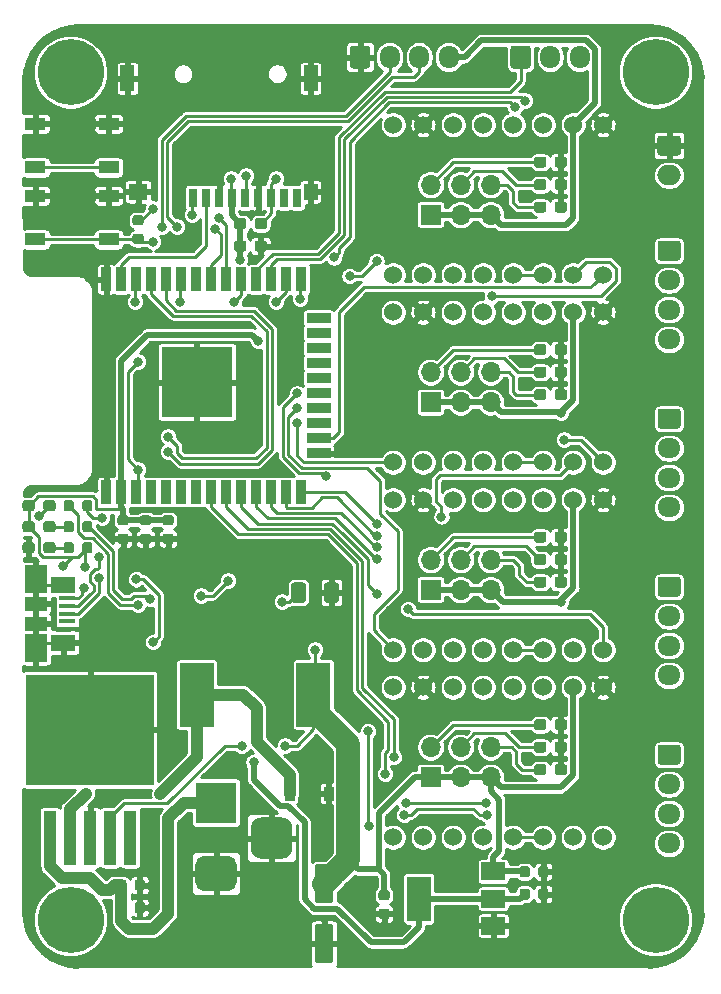
<source format=gbr>
G04 #@! TF.GenerationSoftware,KiCad,Pcbnew,5.1.6*
G04 #@! TF.CreationDate,2020-07-21T22:46:31+02:00*
G04 #@! TF.ProjectId,esp32_stepper_driver,65737033-325f-4737-9465-707065725f64,rev?*
G04 #@! TF.SameCoordinates,Original*
G04 #@! TF.FileFunction,Copper,L1,Top*
G04 #@! TF.FilePolarity,Positive*
%FSLAX46Y46*%
G04 Gerber Fmt 4.6, Leading zero omitted, Abs format (unit mm)*
G04 Created by KiCad (PCBNEW 5.1.6) date 2020-07-21 22:46:31*
%MOMM*%
%LPD*%
G01*
G04 APERTURE LIST*
G04 #@! TA.AperFunction,SMDPad,CuDef*
%ADD10R,0.700000X1.600000*%
G04 #@! TD*
G04 #@! TA.AperFunction,SMDPad,CuDef*
%ADD11R,1.200000X1.400000*%
G04 #@! TD*
G04 #@! TA.AperFunction,SMDPad,CuDef*
%ADD12R,1.600000X1.400000*%
G04 #@! TD*
G04 #@! TA.AperFunction,SMDPad,CuDef*
%ADD13R,1.200000X2.200000*%
G04 #@! TD*
G04 #@! TA.AperFunction,ComponentPad*
%ADD14O,1.700000X1.700000*%
G04 #@! TD*
G04 #@! TA.AperFunction,ComponentPad*
%ADD15R,1.700000X1.700000*%
G04 #@! TD*
G04 #@! TA.AperFunction,ComponentPad*
%ADD16O,1.950000X1.700000*%
G04 #@! TD*
G04 #@! TA.AperFunction,SMDPad,CuDef*
%ADD17R,10.800000X9.400000*%
G04 #@! TD*
G04 #@! TA.AperFunction,SMDPad,CuDef*
%ADD18R,1.100000X4.600000*%
G04 #@! TD*
G04 #@! TA.AperFunction,SMDPad,CuDef*
%ADD19R,2.000000X1.500000*%
G04 #@! TD*
G04 #@! TA.AperFunction,SMDPad,CuDef*
%ADD20R,2.000000X3.800000*%
G04 #@! TD*
G04 #@! TA.AperFunction,SMDPad,CuDef*
%ADD21R,1.800000X1.100000*%
G04 #@! TD*
G04 #@! TA.AperFunction,ComponentPad*
%ADD22C,5.600000*%
G04 #@! TD*
G04 #@! TA.AperFunction,SMDPad,CuDef*
%ADD23R,6.000000X6.000000*%
G04 #@! TD*
G04 #@! TA.AperFunction,SMDPad,CuDef*
%ADD24R,2.000000X0.900000*%
G04 #@! TD*
G04 #@! TA.AperFunction,SMDPad,CuDef*
%ADD25R,0.900000X2.000000*%
G04 #@! TD*
G04 #@! TA.AperFunction,SMDPad,CuDef*
%ADD26R,2.900000X5.400000*%
G04 #@! TD*
G04 #@! TA.AperFunction,ComponentPad*
%ADD27O,2.000000X1.700000*%
G04 #@! TD*
G04 #@! TA.AperFunction,ComponentPad*
%ADD28O,1.700000X1.950000*%
G04 #@! TD*
G04 #@! TA.AperFunction,ComponentPad*
%ADD29R,3.500000X3.500000*%
G04 #@! TD*
G04 #@! TA.AperFunction,SMDPad,CuDef*
%ADD30R,1.900000X1.175000*%
G04 #@! TD*
G04 #@! TA.AperFunction,SMDPad,CuDef*
%ADD31R,1.900000X2.375000*%
G04 #@! TD*
G04 #@! TA.AperFunction,SMDPad,CuDef*
%ADD32R,2.100000X1.475000*%
G04 #@! TD*
G04 #@! TA.AperFunction,SMDPad,CuDef*
%ADD33R,1.380000X0.450000*%
G04 #@! TD*
G04 #@! TA.AperFunction,SMDPad,CuDef*
%ADD34R,0.900000X1.200000*%
G04 #@! TD*
G04 #@! TA.AperFunction,ComponentPad*
%ADD35C,1.524000*%
G04 #@! TD*
G04 #@! TA.AperFunction,ViaPad*
%ADD36C,0.800000*%
G04 #@! TD*
G04 #@! TA.AperFunction,Conductor*
%ADD37C,0.250000*%
G04 #@! TD*
G04 #@! TA.AperFunction,Conductor*
%ADD38C,0.500000*%
G04 #@! TD*
G04 #@! TA.AperFunction,Conductor*
%ADD39C,2.000000*%
G04 #@! TD*
G04 #@! TA.AperFunction,Conductor*
%ADD40C,1.000000*%
G04 #@! TD*
G04 #@! TA.AperFunction,Conductor*
%ADD41C,0.254000*%
G04 #@! TD*
G04 APERTURE END LIST*
D10*
X152908000Y-84922000D03*
X151808000Y-84922000D03*
X150708000Y-84922000D03*
X154008000Y-84922000D03*
X155108000Y-84922000D03*
X156208000Y-84922000D03*
X158408000Y-84922000D03*
X157308000Y-84922000D03*
X159508000Y-84922000D03*
D11*
X160658000Y-84422000D03*
D12*
X146058000Y-84422000D03*
D13*
X160658000Y-74822000D03*
X145158000Y-74822000D03*
D14*
X175895000Y-83820000D03*
X175895000Y-86360000D03*
X173355000Y-83820000D03*
X173355000Y-86360000D03*
X170815000Y-83820000D03*
D15*
X170815000Y-86360000D03*
D14*
X175895000Y-99695000D03*
X175895000Y-102235000D03*
X173355000Y-99695000D03*
X173355000Y-102235000D03*
X170815000Y-99695000D03*
D15*
X170815000Y-102235000D03*
D14*
X175895000Y-115570000D03*
X175895000Y-118110000D03*
X173355000Y-115570000D03*
X173355000Y-118110000D03*
X170815000Y-115570000D03*
D15*
X170815000Y-118110000D03*
D14*
X175895000Y-131445000D03*
X175895000Y-133985000D03*
X173355000Y-131445000D03*
X173355000Y-133985000D03*
X170815000Y-131445000D03*
D15*
X170815000Y-133985000D03*
D16*
X191008000Y-96908000D03*
X191008000Y-94408000D03*
X191008000Y-91908000D03*
G04 #@! TA.AperFunction,ComponentPad*
G36*
G01*
X190283000Y-88558000D02*
X191733000Y-88558000D01*
G75*
G02*
X191983000Y-88808000I0J-250000D01*
G01*
X191983000Y-90008000D01*
G75*
G02*
X191733000Y-90258000I-250000J0D01*
G01*
X190283000Y-90258000D01*
G75*
G02*
X190033000Y-90008000I0J250000D01*
G01*
X190033000Y-88808000D01*
G75*
G02*
X190283000Y-88558000I250000J0D01*
G01*
G37*
G04 #@! TD.AperFunction*
X191008000Y-125356000D03*
X191008000Y-122856000D03*
X191008000Y-120356000D03*
G04 #@! TA.AperFunction,ComponentPad*
G36*
G01*
X190283000Y-117006000D02*
X191733000Y-117006000D01*
G75*
G02*
X191983000Y-117256000I0J-250000D01*
G01*
X191983000Y-118456000D01*
G75*
G02*
X191733000Y-118706000I-250000J0D01*
G01*
X190283000Y-118706000D01*
G75*
G02*
X190033000Y-118456000I0J250000D01*
G01*
X190033000Y-117256000D01*
G75*
G02*
X190283000Y-117006000I250000J0D01*
G01*
G37*
G04 #@! TD.AperFunction*
D17*
X141986000Y-129975000D03*
D18*
X145386000Y-139125000D03*
X143686000Y-139125000D03*
X141986000Y-139125000D03*
X140286000Y-139125000D03*
X138586000Y-139125000D03*
D19*
X176124000Y-146572000D03*
X176124000Y-141972000D03*
X176124000Y-144272000D03*
D20*
X169824000Y-144272000D03*
D21*
X143562000Y-88464000D03*
X137362000Y-88464000D03*
X143562000Y-84764000D03*
X137362000Y-84764000D03*
X143562000Y-82368000D03*
X137362000Y-82368000D03*
X143562000Y-78668000D03*
X137362000Y-78668000D03*
G04 #@! TA.AperFunction,SMDPad,CuDef*
G36*
G01*
X181325000Y-85962500D02*
X181325000Y-85487500D01*
G75*
G02*
X181562500Y-85250000I237500J0D01*
G01*
X182137500Y-85250000D01*
G75*
G02*
X182375000Y-85487500I0J-237500D01*
G01*
X182375000Y-85962500D01*
G75*
G02*
X182137500Y-86200000I-237500J0D01*
G01*
X181562500Y-86200000D01*
G75*
G02*
X181325000Y-85962500I0J237500D01*
G01*
G37*
G04 #@! TD.AperFunction*
G04 #@! TA.AperFunction,SMDPad,CuDef*
G36*
G01*
X179575000Y-85962500D02*
X179575000Y-85487500D01*
G75*
G02*
X179812500Y-85250000I237500J0D01*
G01*
X180387500Y-85250000D01*
G75*
G02*
X180625000Y-85487500I0J-237500D01*
G01*
X180625000Y-85962500D01*
G75*
G02*
X180387500Y-86200000I-237500J0D01*
G01*
X179812500Y-86200000D01*
G75*
G02*
X179575000Y-85962500I0J237500D01*
G01*
G37*
G04 #@! TD.AperFunction*
G04 #@! TA.AperFunction,SMDPad,CuDef*
G36*
G01*
X155925000Y-87359500D02*
X155925000Y-86884500D01*
G75*
G02*
X156162500Y-86647000I237500J0D01*
G01*
X156737500Y-86647000D01*
G75*
G02*
X156975000Y-86884500I0J-237500D01*
G01*
X156975000Y-87359500D01*
G75*
G02*
X156737500Y-87597000I-237500J0D01*
G01*
X156162500Y-87597000D01*
G75*
G02*
X155925000Y-87359500I0J237500D01*
G01*
G37*
G04 #@! TD.AperFunction*
G04 #@! TA.AperFunction,SMDPad,CuDef*
G36*
G01*
X154175000Y-87359500D02*
X154175000Y-86884500D01*
G75*
G02*
X154412500Y-86647000I237500J0D01*
G01*
X154987500Y-86647000D01*
G75*
G02*
X155225000Y-86884500I0J-237500D01*
G01*
X155225000Y-87359500D01*
G75*
G02*
X154987500Y-87597000I-237500J0D01*
G01*
X154412500Y-87597000D01*
G75*
G02*
X154175000Y-87359500I0J237500D01*
G01*
G37*
G04 #@! TD.AperFunction*
G04 #@! TA.AperFunction,SMDPad,CuDef*
G36*
G01*
X181325000Y-84057500D02*
X181325000Y-83582500D01*
G75*
G02*
X181562500Y-83345000I237500J0D01*
G01*
X182137500Y-83345000D01*
G75*
G02*
X182375000Y-83582500I0J-237500D01*
G01*
X182375000Y-84057500D01*
G75*
G02*
X182137500Y-84295000I-237500J0D01*
G01*
X181562500Y-84295000D01*
G75*
G02*
X181325000Y-84057500I0J237500D01*
G01*
G37*
G04 #@! TD.AperFunction*
G04 #@! TA.AperFunction,SMDPad,CuDef*
G36*
G01*
X179575000Y-84057500D02*
X179575000Y-83582500D01*
G75*
G02*
X179812500Y-83345000I237500J0D01*
G01*
X180387500Y-83345000D01*
G75*
G02*
X180625000Y-83582500I0J-237500D01*
G01*
X180625000Y-84057500D01*
G75*
G02*
X180387500Y-84295000I-237500J0D01*
G01*
X179812500Y-84295000D01*
G75*
G02*
X179575000Y-84057500I0J237500D01*
G01*
G37*
G04 #@! TD.AperFunction*
G04 #@! TA.AperFunction,SMDPad,CuDef*
G36*
G01*
X181325000Y-101837500D02*
X181325000Y-101362500D01*
G75*
G02*
X181562500Y-101125000I237500J0D01*
G01*
X182137500Y-101125000D01*
G75*
G02*
X182375000Y-101362500I0J-237500D01*
G01*
X182375000Y-101837500D01*
G75*
G02*
X182137500Y-102075000I-237500J0D01*
G01*
X181562500Y-102075000D01*
G75*
G02*
X181325000Y-101837500I0J237500D01*
G01*
G37*
G04 #@! TD.AperFunction*
G04 #@! TA.AperFunction,SMDPad,CuDef*
G36*
G01*
X179575000Y-101837500D02*
X179575000Y-101362500D01*
G75*
G02*
X179812500Y-101125000I237500J0D01*
G01*
X180387500Y-101125000D01*
G75*
G02*
X180625000Y-101362500I0J-237500D01*
G01*
X180625000Y-101837500D01*
G75*
G02*
X180387500Y-102075000I-237500J0D01*
G01*
X179812500Y-102075000D01*
G75*
G02*
X179575000Y-101837500I0J237500D01*
G01*
G37*
G04 #@! TD.AperFunction*
G04 #@! TA.AperFunction,SMDPad,CuDef*
G36*
G01*
X181325000Y-98027500D02*
X181325000Y-97552500D01*
G75*
G02*
X181562500Y-97315000I237500J0D01*
G01*
X182137500Y-97315000D01*
G75*
G02*
X182375000Y-97552500I0J-237500D01*
G01*
X182375000Y-98027500D01*
G75*
G02*
X182137500Y-98265000I-237500J0D01*
G01*
X181562500Y-98265000D01*
G75*
G02*
X181325000Y-98027500I0J237500D01*
G01*
G37*
G04 #@! TD.AperFunction*
G04 #@! TA.AperFunction,SMDPad,CuDef*
G36*
G01*
X179575000Y-98027500D02*
X179575000Y-97552500D01*
G75*
G02*
X179812500Y-97315000I237500J0D01*
G01*
X180387500Y-97315000D01*
G75*
G02*
X180625000Y-97552500I0J-237500D01*
G01*
X180625000Y-98027500D01*
G75*
G02*
X180387500Y-98265000I-237500J0D01*
G01*
X179812500Y-98265000D01*
G75*
G02*
X179575000Y-98027500I0J237500D01*
G01*
G37*
G04 #@! TD.AperFunction*
G04 #@! TA.AperFunction,SMDPad,CuDef*
G36*
G01*
X140620000Y-114297750D02*
X140620000Y-114810250D01*
G75*
G02*
X140401250Y-115029000I-218750J0D01*
G01*
X139963750Y-115029000D01*
G75*
G02*
X139745000Y-114810250I0J218750D01*
G01*
X139745000Y-114297750D01*
G75*
G02*
X139963750Y-114079000I218750J0D01*
G01*
X140401250Y-114079000D01*
G75*
G02*
X140620000Y-114297750I0J-218750D01*
G01*
G37*
G04 #@! TD.AperFunction*
G04 #@! TA.AperFunction,SMDPad,CuDef*
G36*
G01*
X142195000Y-114297750D02*
X142195000Y-114810250D01*
G75*
G02*
X141976250Y-115029000I-218750J0D01*
G01*
X141538750Y-115029000D01*
G75*
G02*
X141320000Y-114810250I0J218750D01*
G01*
X141320000Y-114297750D01*
G75*
G02*
X141538750Y-114079000I218750J0D01*
G01*
X141976250Y-114079000D01*
G75*
G02*
X142195000Y-114297750I0J-218750D01*
G01*
G37*
G04 #@! TD.AperFunction*
G04 #@! TA.AperFunction,SMDPad,CuDef*
G36*
G01*
X145793750Y-87980000D02*
X146306250Y-87980000D01*
G75*
G02*
X146525000Y-88198750I0J-218750D01*
G01*
X146525000Y-88636250D01*
G75*
G02*
X146306250Y-88855000I-218750J0D01*
G01*
X145793750Y-88855000D01*
G75*
G02*
X145575000Y-88636250I0J218750D01*
G01*
X145575000Y-88198750D01*
G75*
G02*
X145793750Y-87980000I218750J0D01*
G01*
G37*
G04 #@! TD.AperFunction*
G04 #@! TA.AperFunction,SMDPad,CuDef*
G36*
G01*
X145793750Y-86405000D02*
X146306250Y-86405000D01*
G75*
G02*
X146525000Y-86623750I0J-218750D01*
G01*
X146525000Y-87061250D01*
G75*
G02*
X146306250Y-87280000I-218750J0D01*
G01*
X145793750Y-87280000D01*
G75*
G02*
X145575000Y-87061250I0J218750D01*
G01*
X145575000Y-86623750D01*
G75*
G02*
X145793750Y-86405000I218750J0D01*
G01*
G37*
G04 #@! TD.AperFunction*
G04 #@! TA.AperFunction,SMDPad,CuDef*
G36*
G01*
X140620000Y-112519750D02*
X140620000Y-113032250D01*
G75*
G02*
X140401250Y-113251000I-218750J0D01*
G01*
X139963750Y-113251000D01*
G75*
G02*
X139745000Y-113032250I0J218750D01*
G01*
X139745000Y-112519750D01*
G75*
G02*
X139963750Y-112301000I218750J0D01*
G01*
X140401250Y-112301000D01*
G75*
G02*
X140620000Y-112519750I0J-218750D01*
G01*
G37*
G04 #@! TD.AperFunction*
G04 #@! TA.AperFunction,SMDPad,CuDef*
G36*
G01*
X142195000Y-112519750D02*
X142195000Y-113032250D01*
G75*
G02*
X141976250Y-113251000I-218750J0D01*
G01*
X141538750Y-113251000D01*
G75*
G02*
X141320000Y-113032250I0J218750D01*
G01*
X141320000Y-112519750D01*
G75*
G02*
X141538750Y-112301000I218750J0D01*
G01*
X141976250Y-112301000D01*
G75*
G02*
X142195000Y-112519750I0J-218750D01*
G01*
G37*
G04 #@! TD.AperFunction*
G04 #@! TA.AperFunction,SMDPad,CuDef*
G36*
G01*
X141320000Y-111254250D02*
X141320000Y-110741750D01*
G75*
G02*
X141538750Y-110523000I218750J0D01*
G01*
X141976250Y-110523000D01*
G75*
G02*
X142195000Y-110741750I0J-218750D01*
G01*
X142195000Y-111254250D01*
G75*
G02*
X141976250Y-111473000I-218750J0D01*
G01*
X141538750Y-111473000D01*
G75*
G02*
X141320000Y-111254250I0J218750D01*
G01*
G37*
G04 #@! TD.AperFunction*
G04 #@! TA.AperFunction,SMDPad,CuDef*
G36*
G01*
X139745000Y-111254250D02*
X139745000Y-110741750D01*
G75*
G02*
X139963750Y-110523000I218750J0D01*
G01*
X140401250Y-110523000D01*
G75*
G02*
X140620000Y-110741750I0J-218750D01*
G01*
X140620000Y-111254250D01*
G75*
G02*
X140401250Y-111473000I-218750J0D01*
G01*
X139963750Y-111473000D01*
G75*
G02*
X139745000Y-111254250I0J218750D01*
G01*
G37*
G04 #@! TD.AperFunction*
G04 #@! TA.AperFunction,SMDPad,CuDef*
G36*
G01*
X181325000Y-133587500D02*
X181325000Y-133112500D01*
G75*
G02*
X181562500Y-132875000I237500J0D01*
G01*
X182137500Y-132875000D01*
G75*
G02*
X182375000Y-133112500I0J-237500D01*
G01*
X182375000Y-133587500D01*
G75*
G02*
X182137500Y-133825000I-237500J0D01*
G01*
X181562500Y-133825000D01*
G75*
G02*
X181325000Y-133587500I0J237500D01*
G01*
G37*
G04 #@! TD.AperFunction*
G04 #@! TA.AperFunction,SMDPad,CuDef*
G36*
G01*
X179575000Y-133587500D02*
X179575000Y-133112500D01*
G75*
G02*
X179812500Y-132875000I237500J0D01*
G01*
X180387500Y-132875000D01*
G75*
G02*
X180625000Y-133112500I0J-237500D01*
G01*
X180625000Y-133587500D01*
G75*
G02*
X180387500Y-133825000I-237500J0D01*
G01*
X179812500Y-133825000D01*
G75*
G02*
X179575000Y-133587500I0J237500D01*
G01*
G37*
G04 #@! TD.AperFunction*
G04 #@! TA.AperFunction,SMDPad,CuDef*
G36*
G01*
X181325000Y-131682500D02*
X181325000Y-131207500D01*
G75*
G02*
X181562500Y-130970000I237500J0D01*
G01*
X182137500Y-130970000D01*
G75*
G02*
X182375000Y-131207500I0J-237500D01*
G01*
X182375000Y-131682500D01*
G75*
G02*
X182137500Y-131920000I-237500J0D01*
G01*
X181562500Y-131920000D01*
G75*
G02*
X181325000Y-131682500I0J237500D01*
G01*
G37*
G04 #@! TD.AperFunction*
G04 #@! TA.AperFunction,SMDPad,CuDef*
G36*
G01*
X179575000Y-131682500D02*
X179575000Y-131207500D01*
G75*
G02*
X179812500Y-130970000I237500J0D01*
G01*
X180387500Y-130970000D01*
G75*
G02*
X180625000Y-131207500I0J-237500D01*
G01*
X180625000Y-131682500D01*
G75*
G02*
X180387500Y-131920000I-237500J0D01*
G01*
X179812500Y-131920000D01*
G75*
G02*
X179575000Y-131682500I0J237500D01*
G01*
G37*
G04 #@! TD.AperFunction*
D22*
X189865000Y-146050000D03*
X140335000Y-146050000D03*
X189865000Y-74295000D03*
X140335000Y-74295000D03*
D23*
X151040000Y-100538000D03*
D24*
X161340000Y-95123000D03*
X161340000Y-96393000D03*
X161340000Y-97663000D03*
X161340000Y-98933000D03*
X161340000Y-100203000D03*
X161340000Y-101473000D03*
X161340000Y-102743000D03*
X161340000Y-104013000D03*
X161340000Y-105268000D03*
X161340000Y-106553000D03*
D25*
X144610000Y-91838000D03*
X145880000Y-91838000D03*
X147150000Y-91838000D03*
X148420000Y-91838000D03*
X149690000Y-91838000D03*
X150960000Y-91838000D03*
X152230000Y-91838000D03*
X153500000Y-91838000D03*
X154770000Y-91838000D03*
X156040000Y-91838000D03*
X157310000Y-91838000D03*
X158580000Y-91838000D03*
X159850000Y-91838000D03*
X143340000Y-91838000D03*
X159850000Y-109838000D03*
X158580000Y-109838000D03*
X157310000Y-109838000D03*
X156040000Y-109838000D03*
X154770000Y-109838000D03*
X153500000Y-109838000D03*
X152230000Y-109838000D03*
X150960000Y-109838000D03*
X149690000Y-109838000D03*
X148420000Y-109838000D03*
X147150000Y-109838000D03*
X145880000Y-109838000D03*
X144610000Y-109838000D03*
X143340000Y-109838000D03*
D26*
X160906000Y-127000000D03*
X151006000Y-127000000D03*
D16*
X191008000Y-111132000D03*
X191008000Y-108632000D03*
X191008000Y-106132000D03*
G04 #@! TA.AperFunction,ComponentPad*
G36*
G01*
X190283000Y-102782000D02*
X191733000Y-102782000D01*
G75*
G02*
X191983000Y-103032000I0J-250000D01*
G01*
X191983000Y-104232000D01*
G75*
G02*
X191733000Y-104482000I-250000J0D01*
G01*
X190283000Y-104482000D01*
G75*
G02*
X190033000Y-104232000I0J250000D01*
G01*
X190033000Y-103032000D01*
G75*
G02*
X190283000Y-102782000I250000J0D01*
G01*
G37*
G04 #@! TD.AperFunction*
D27*
X191008000Y-83018000D03*
G04 #@! TA.AperFunction,ComponentPad*
G36*
G01*
X190258000Y-79668000D02*
X191758000Y-79668000D01*
G75*
G02*
X192008000Y-79918000I0J-250000D01*
G01*
X192008000Y-81118000D01*
G75*
G02*
X191758000Y-81368000I-250000J0D01*
G01*
X190258000Y-81368000D01*
G75*
G02*
X190008000Y-81118000I0J250000D01*
G01*
X190008000Y-79918000D01*
G75*
G02*
X190258000Y-79668000I250000J0D01*
G01*
G37*
G04 #@! TD.AperFunction*
D28*
X183435000Y-73025000D03*
X180935000Y-73025000D03*
G04 #@! TA.AperFunction,ComponentPad*
G36*
G01*
X177585000Y-73750000D02*
X177585000Y-72300000D01*
G75*
G02*
X177835000Y-72050000I250000J0D01*
G01*
X179035000Y-72050000D01*
G75*
G02*
X179285000Y-72300000I0J-250000D01*
G01*
X179285000Y-73750000D01*
G75*
G02*
X179035000Y-74000000I-250000J0D01*
G01*
X177835000Y-74000000D01*
G75*
G02*
X177585000Y-73750000I0J250000D01*
G01*
G37*
G04 #@! TD.AperFunction*
X172346000Y-73025000D03*
X169846000Y-73025000D03*
X167346000Y-73025000D03*
G04 #@! TA.AperFunction,ComponentPad*
G36*
G01*
X163996000Y-73750000D02*
X163996000Y-72300000D01*
G75*
G02*
X164246000Y-72050000I250000J0D01*
G01*
X165446000Y-72050000D01*
G75*
G02*
X165696000Y-72300000I0J-250000D01*
G01*
X165696000Y-73750000D01*
G75*
G02*
X165446000Y-74000000I-250000J0D01*
G01*
X164246000Y-74000000D01*
G75*
G02*
X163996000Y-73750000I0J250000D01*
G01*
G37*
G04 #@! TD.AperFunction*
D16*
X191008000Y-139580000D03*
X191008000Y-137080000D03*
X191008000Y-134580000D03*
G04 #@! TA.AperFunction,ComponentPad*
G36*
G01*
X190283000Y-131230000D02*
X191733000Y-131230000D01*
G75*
G02*
X191983000Y-131480000I0J-250000D01*
G01*
X191983000Y-132680000D01*
G75*
G02*
X191733000Y-132930000I-250000J0D01*
G01*
X190283000Y-132930000D01*
G75*
G02*
X190033000Y-132680000I0J250000D01*
G01*
X190033000Y-131480000D01*
G75*
G02*
X190283000Y-131230000I250000J0D01*
G01*
G37*
G04 #@! TD.AperFunction*
G04 #@! TA.AperFunction,ComponentPad*
G36*
G01*
X158229000Y-140894000D02*
X156479000Y-140894000D01*
G75*
G02*
X155604000Y-140019000I0J875000D01*
G01*
X155604000Y-138269000D01*
G75*
G02*
X156479000Y-137394000I875000J0D01*
G01*
X158229000Y-137394000D01*
G75*
G02*
X159104000Y-138269000I0J-875000D01*
G01*
X159104000Y-140019000D01*
G75*
G02*
X158229000Y-140894000I-875000J0D01*
G01*
G37*
G04 #@! TD.AperFunction*
G04 #@! TA.AperFunction,ComponentPad*
G36*
G01*
X153654000Y-143644000D02*
X151654000Y-143644000D01*
G75*
G02*
X150904000Y-142894000I0J750000D01*
G01*
X150904000Y-141394000D01*
G75*
G02*
X151654000Y-140644000I750000J0D01*
G01*
X153654000Y-140644000D01*
G75*
G02*
X154404000Y-141394000I0J-750000D01*
G01*
X154404000Y-142894000D01*
G75*
G02*
X153654000Y-143644000I-750000J0D01*
G01*
G37*
G04 #@! TD.AperFunction*
D29*
X152654000Y-136144000D03*
D30*
X137400000Y-120982000D03*
X137400000Y-119302000D03*
D31*
X137400000Y-123052000D03*
X137400000Y-117232000D03*
D32*
X139700000Y-122604500D03*
X139700000Y-117679500D03*
D33*
X140060000Y-121442000D03*
X140060000Y-120792000D03*
X140060000Y-120142000D03*
X140060000Y-119492000D03*
X140060000Y-118842000D03*
D34*
X162178000Y-135382000D03*
X158878000Y-135382000D03*
G04 #@! TA.AperFunction,SMDPad,CuDef*
G36*
G01*
X138018000Y-114791500D02*
X138018000Y-114316500D01*
G75*
G02*
X138255500Y-114079000I237500J0D01*
G01*
X138830500Y-114079000D01*
G75*
G02*
X139068000Y-114316500I0J-237500D01*
G01*
X139068000Y-114791500D01*
G75*
G02*
X138830500Y-115029000I-237500J0D01*
G01*
X138255500Y-115029000D01*
G75*
G02*
X138018000Y-114791500I0J237500D01*
G01*
G37*
G04 #@! TD.AperFunction*
G04 #@! TA.AperFunction,SMDPad,CuDef*
G36*
G01*
X136268000Y-114791500D02*
X136268000Y-114316500D01*
G75*
G02*
X136505500Y-114079000I237500J0D01*
G01*
X137080500Y-114079000D01*
G75*
G02*
X137318000Y-114316500I0J-237500D01*
G01*
X137318000Y-114791500D01*
G75*
G02*
X137080500Y-115029000I-237500J0D01*
G01*
X136505500Y-115029000D01*
G75*
G02*
X136268000Y-114791500I0J237500D01*
G01*
G37*
G04 #@! TD.AperFunction*
G04 #@! TA.AperFunction,SMDPad,CuDef*
G36*
G01*
X137318000Y-112538500D02*
X137318000Y-113013500D01*
G75*
G02*
X137080500Y-113251000I-237500J0D01*
G01*
X136505500Y-113251000D01*
G75*
G02*
X136268000Y-113013500I0J237500D01*
G01*
X136268000Y-112538500D01*
G75*
G02*
X136505500Y-112301000I237500J0D01*
G01*
X137080500Y-112301000D01*
G75*
G02*
X137318000Y-112538500I0J-237500D01*
G01*
G37*
G04 #@! TD.AperFunction*
G04 #@! TA.AperFunction,SMDPad,CuDef*
G36*
G01*
X139068000Y-112538500D02*
X139068000Y-113013500D01*
G75*
G02*
X138830500Y-113251000I-237500J0D01*
G01*
X138255500Y-113251000D01*
G75*
G02*
X138018000Y-113013500I0J237500D01*
G01*
X138018000Y-112538500D01*
G75*
G02*
X138255500Y-112301000I237500J0D01*
G01*
X138830500Y-112301000D01*
G75*
G02*
X139068000Y-112538500I0J-237500D01*
G01*
G37*
G04 #@! TD.AperFunction*
G04 #@! TA.AperFunction,SMDPad,CuDef*
G36*
G01*
X137318000Y-110760500D02*
X137318000Y-111235500D01*
G75*
G02*
X137080500Y-111473000I-237500J0D01*
G01*
X136505500Y-111473000D01*
G75*
G02*
X136268000Y-111235500I0J237500D01*
G01*
X136268000Y-110760500D01*
G75*
G02*
X136505500Y-110523000I237500J0D01*
G01*
X137080500Y-110523000D01*
G75*
G02*
X137318000Y-110760500I0J-237500D01*
G01*
G37*
G04 #@! TD.AperFunction*
G04 #@! TA.AperFunction,SMDPad,CuDef*
G36*
G01*
X139068000Y-110760500D02*
X139068000Y-111235500D01*
G75*
G02*
X138830500Y-111473000I-237500J0D01*
G01*
X138255500Y-111473000D01*
G75*
G02*
X138018000Y-111235500I0J237500D01*
G01*
X138018000Y-110760500D01*
G75*
G02*
X138255500Y-110523000I237500J0D01*
G01*
X138830500Y-110523000D01*
G75*
G02*
X139068000Y-110760500I0J-237500D01*
G01*
G37*
G04 #@! TD.AperFunction*
G04 #@! TA.AperFunction,SMDPad,CuDef*
G36*
G01*
X161248000Y-146417000D02*
X162348000Y-146417000D01*
G75*
G02*
X162598000Y-146667000I0J-250000D01*
G01*
X162598000Y-149492000D01*
G75*
G02*
X162348000Y-149742000I-250000J0D01*
G01*
X161248000Y-149742000D01*
G75*
G02*
X160998000Y-149492000I0J250000D01*
G01*
X160998000Y-146667000D01*
G75*
G02*
X161248000Y-146417000I250000J0D01*
G01*
G37*
G04 #@! TD.AperFunction*
G04 #@! TA.AperFunction,SMDPad,CuDef*
G36*
G01*
X161248000Y-141342000D02*
X162348000Y-141342000D01*
G75*
G02*
X162598000Y-141592000I0J-250000D01*
G01*
X162598000Y-144417000D01*
G75*
G02*
X162348000Y-144667000I-250000J0D01*
G01*
X161248000Y-144667000D01*
G75*
G02*
X160998000Y-144417000I0J250000D01*
G01*
X160998000Y-141592000D01*
G75*
G02*
X161248000Y-141342000I250000J0D01*
G01*
G37*
G04 #@! TD.AperFunction*
G04 #@! TA.AperFunction,SMDPad,CuDef*
G36*
G01*
X166621750Y-145130000D02*
X167134250Y-145130000D01*
G75*
G02*
X167353000Y-145348750I0J-218750D01*
G01*
X167353000Y-145786250D01*
G75*
G02*
X167134250Y-146005000I-218750J0D01*
G01*
X166621750Y-146005000D01*
G75*
G02*
X166403000Y-145786250I0J218750D01*
G01*
X166403000Y-145348750D01*
G75*
G02*
X166621750Y-145130000I218750J0D01*
G01*
G37*
G04 #@! TD.AperFunction*
G04 #@! TA.AperFunction,SMDPad,CuDef*
G36*
G01*
X166621750Y-143555000D02*
X167134250Y-143555000D01*
G75*
G02*
X167353000Y-143773750I0J-218750D01*
G01*
X167353000Y-144211250D01*
G75*
G02*
X167134250Y-144430000I-218750J0D01*
G01*
X166621750Y-144430000D01*
G75*
G02*
X166403000Y-144211250I0J218750D01*
G01*
X166403000Y-143773750D01*
G75*
G02*
X166621750Y-143555000I218750J0D01*
G01*
G37*
G04 #@! TD.AperFunction*
G04 #@! TA.AperFunction,SMDPad,CuDef*
G36*
G01*
X145765000Y-145290250D02*
X145765000Y-144777750D01*
G75*
G02*
X145983750Y-144559000I218750J0D01*
G01*
X146421250Y-144559000D01*
G75*
G02*
X146640000Y-144777750I0J-218750D01*
G01*
X146640000Y-145290250D01*
G75*
G02*
X146421250Y-145509000I-218750J0D01*
G01*
X145983750Y-145509000D01*
G75*
G02*
X145765000Y-145290250I0J218750D01*
G01*
G37*
G04 #@! TD.AperFunction*
G04 #@! TA.AperFunction,SMDPad,CuDef*
G36*
G01*
X144190000Y-145290250D02*
X144190000Y-144777750D01*
G75*
G02*
X144408750Y-144559000I218750J0D01*
G01*
X144846250Y-144559000D01*
G75*
G02*
X145065000Y-144777750I0J-218750D01*
G01*
X145065000Y-145290250D01*
G75*
G02*
X144846250Y-145509000I-218750J0D01*
G01*
X144408750Y-145509000D01*
G75*
G02*
X144190000Y-145290250I0J218750D01*
G01*
G37*
G04 #@! TD.AperFunction*
G04 #@! TA.AperFunction,SMDPad,CuDef*
G36*
G01*
X145765000Y-143385250D02*
X145765000Y-142872750D01*
G75*
G02*
X145983750Y-142654000I218750J0D01*
G01*
X146421250Y-142654000D01*
G75*
G02*
X146640000Y-142872750I0J-218750D01*
G01*
X146640000Y-143385250D01*
G75*
G02*
X146421250Y-143604000I-218750J0D01*
G01*
X145983750Y-143604000D01*
G75*
G02*
X145765000Y-143385250I0J218750D01*
G01*
G37*
G04 #@! TD.AperFunction*
G04 #@! TA.AperFunction,SMDPad,CuDef*
G36*
G01*
X144190000Y-143385250D02*
X144190000Y-142872750D01*
G75*
G02*
X144408750Y-142654000I218750J0D01*
G01*
X144846250Y-142654000D01*
G75*
G02*
X145065000Y-142872750I0J-218750D01*
G01*
X145065000Y-143385250D01*
G75*
G02*
X144846250Y-143604000I-218750J0D01*
G01*
X144408750Y-143604000D01*
G75*
G02*
X144190000Y-143385250I0J218750D01*
G01*
G37*
G04 #@! TD.AperFunction*
G04 #@! TA.AperFunction,SMDPad,CuDef*
G36*
G01*
X155925000Y-89264500D02*
X155925000Y-88789500D01*
G75*
G02*
X156162500Y-88552000I237500J0D01*
G01*
X156737500Y-88552000D01*
G75*
G02*
X156975000Y-88789500I0J-237500D01*
G01*
X156975000Y-89264500D01*
G75*
G02*
X156737500Y-89502000I-237500J0D01*
G01*
X156162500Y-89502000D01*
G75*
G02*
X155925000Y-89264500I0J237500D01*
G01*
G37*
G04 #@! TD.AperFunction*
G04 #@! TA.AperFunction,SMDPad,CuDef*
G36*
G01*
X154175000Y-89264500D02*
X154175000Y-88789500D01*
G75*
G02*
X154412500Y-88552000I237500J0D01*
G01*
X154987500Y-88552000D01*
G75*
G02*
X155225000Y-88789500I0J-237500D01*
G01*
X155225000Y-89264500D01*
G75*
G02*
X154987500Y-89502000I-237500J0D01*
G01*
X154412500Y-89502000D01*
G75*
G02*
X154175000Y-89264500I0J237500D01*
G01*
G37*
G04 #@! TD.AperFunction*
G04 #@! TA.AperFunction,SMDPad,CuDef*
G36*
G01*
X148333750Y-113380000D02*
X148846250Y-113380000D01*
G75*
G02*
X149065000Y-113598750I0J-218750D01*
G01*
X149065000Y-114036250D01*
G75*
G02*
X148846250Y-114255000I-218750J0D01*
G01*
X148333750Y-114255000D01*
G75*
G02*
X148115000Y-114036250I0J218750D01*
G01*
X148115000Y-113598750D01*
G75*
G02*
X148333750Y-113380000I218750J0D01*
G01*
G37*
G04 #@! TD.AperFunction*
G04 #@! TA.AperFunction,SMDPad,CuDef*
G36*
G01*
X148333750Y-111805000D02*
X148846250Y-111805000D01*
G75*
G02*
X149065000Y-112023750I0J-218750D01*
G01*
X149065000Y-112461250D01*
G75*
G02*
X148846250Y-112680000I-218750J0D01*
G01*
X148333750Y-112680000D01*
G75*
G02*
X148115000Y-112461250I0J218750D01*
G01*
X148115000Y-112023750D01*
G75*
G02*
X148333750Y-111805000I218750J0D01*
G01*
G37*
G04 #@! TD.AperFunction*
G04 #@! TA.AperFunction,SMDPad,CuDef*
G36*
G01*
X146428750Y-113380000D02*
X146941250Y-113380000D01*
G75*
G02*
X147160000Y-113598750I0J-218750D01*
G01*
X147160000Y-114036250D01*
G75*
G02*
X146941250Y-114255000I-218750J0D01*
G01*
X146428750Y-114255000D01*
G75*
G02*
X146210000Y-114036250I0J218750D01*
G01*
X146210000Y-113598750D01*
G75*
G02*
X146428750Y-113380000I218750J0D01*
G01*
G37*
G04 #@! TD.AperFunction*
G04 #@! TA.AperFunction,SMDPad,CuDef*
G36*
G01*
X146428750Y-111805000D02*
X146941250Y-111805000D01*
G75*
G02*
X147160000Y-112023750I0J-218750D01*
G01*
X147160000Y-112461250D01*
G75*
G02*
X146941250Y-112680000I-218750J0D01*
G01*
X146428750Y-112680000D01*
G75*
G02*
X146210000Y-112461250I0J218750D01*
G01*
X146210000Y-112023750D01*
G75*
G02*
X146428750Y-111805000I218750J0D01*
G01*
G37*
G04 #@! TD.AperFunction*
G04 #@! TA.AperFunction,SMDPad,CuDef*
G36*
G01*
X144523750Y-113380000D02*
X145036250Y-113380000D01*
G75*
G02*
X145255000Y-113598750I0J-218750D01*
G01*
X145255000Y-114036250D01*
G75*
G02*
X145036250Y-114255000I-218750J0D01*
G01*
X144523750Y-114255000D01*
G75*
G02*
X144305000Y-114036250I0J218750D01*
G01*
X144305000Y-113598750D01*
G75*
G02*
X144523750Y-113380000I218750J0D01*
G01*
G37*
G04 #@! TD.AperFunction*
G04 #@! TA.AperFunction,SMDPad,CuDef*
G36*
G01*
X144523750Y-111805000D02*
X145036250Y-111805000D01*
G75*
G02*
X145255000Y-112023750I0J-218750D01*
G01*
X145255000Y-112461250D01*
G75*
G02*
X145036250Y-112680000I-218750J0D01*
G01*
X144523750Y-112680000D01*
G75*
G02*
X144305000Y-112461250I0J218750D01*
G01*
X144305000Y-112023750D01*
G75*
G02*
X144523750Y-111805000I218750J0D01*
G01*
G37*
G04 #@! TD.AperFunction*
G04 #@! TA.AperFunction,SMDPad,CuDef*
G36*
G01*
X161811000Y-118989000D02*
X161811000Y-117739000D01*
G75*
G02*
X162061000Y-117489000I250000J0D01*
G01*
X162811000Y-117489000D01*
G75*
G02*
X163061000Y-117739000I0J-250000D01*
G01*
X163061000Y-118989000D01*
G75*
G02*
X162811000Y-119239000I-250000J0D01*
G01*
X162061000Y-119239000D01*
G75*
G02*
X161811000Y-118989000I0J250000D01*
G01*
G37*
G04 #@! TD.AperFunction*
G04 #@! TA.AperFunction,SMDPad,CuDef*
G36*
G01*
X159011000Y-118989000D02*
X159011000Y-117739000D01*
G75*
G02*
X159261000Y-117489000I250000J0D01*
G01*
X160011000Y-117489000D01*
G75*
G02*
X160261000Y-117739000I0J-250000D01*
G01*
X160261000Y-118989000D01*
G75*
G02*
X160011000Y-119239000I-250000J0D01*
G01*
X159261000Y-119239000D01*
G75*
G02*
X159011000Y-118989000I0J250000D01*
G01*
G37*
G04 #@! TD.AperFunction*
G04 #@! TA.AperFunction,SMDPad,CuDef*
G36*
G01*
X179928000Y-144147250D02*
X179928000Y-143634750D01*
G75*
G02*
X180146750Y-143416000I218750J0D01*
G01*
X180584250Y-143416000D01*
G75*
G02*
X180803000Y-143634750I0J-218750D01*
G01*
X180803000Y-144147250D01*
G75*
G02*
X180584250Y-144366000I-218750J0D01*
G01*
X180146750Y-144366000D01*
G75*
G02*
X179928000Y-144147250I0J218750D01*
G01*
G37*
G04 #@! TD.AperFunction*
G04 #@! TA.AperFunction,SMDPad,CuDef*
G36*
G01*
X178353000Y-144147250D02*
X178353000Y-143634750D01*
G75*
G02*
X178571750Y-143416000I218750J0D01*
G01*
X179009250Y-143416000D01*
G75*
G02*
X179228000Y-143634750I0J-218750D01*
G01*
X179228000Y-144147250D01*
G75*
G02*
X179009250Y-144366000I-218750J0D01*
G01*
X178571750Y-144366000D01*
G75*
G02*
X178353000Y-144147250I0J218750D01*
G01*
G37*
G04 #@! TD.AperFunction*
G04 #@! TA.AperFunction,SMDPad,CuDef*
G36*
G01*
X179928000Y-142242250D02*
X179928000Y-141729750D01*
G75*
G02*
X180146750Y-141511000I218750J0D01*
G01*
X180584250Y-141511000D01*
G75*
G02*
X180803000Y-141729750I0J-218750D01*
G01*
X180803000Y-142242250D01*
G75*
G02*
X180584250Y-142461000I-218750J0D01*
G01*
X180146750Y-142461000D01*
G75*
G02*
X179928000Y-142242250I0J218750D01*
G01*
G37*
G04 #@! TD.AperFunction*
G04 #@! TA.AperFunction,SMDPad,CuDef*
G36*
G01*
X178353000Y-142242250D02*
X178353000Y-141729750D01*
G75*
G02*
X178571750Y-141511000I218750J0D01*
G01*
X179009250Y-141511000D01*
G75*
G02*
X179228000Y-141729750I0J-218750D01*
G01*
X179228000Y-142242250D01*
G75*
G02*
X179009250Y-142461000I-218750J0D01*
G01*
X178571750Y-142461000D01*
G75*
G02*
X178353000Y-142242250I0J218750D01*
G01*
G37*
G04 #@! TD.AperFunction*
D35*
X185420000Y-91440000D03*
X182880000Y-91440000D03*
X180340000Y-91440000D03*
X177800000Y-91440000D03*
X175260000Y-91440000D03*
X172720000Y-91440000D03*
X170180000Y-91440000D03*
X167640000Y-91440000D03*
X167640000Y-78740000D03*
X170180000Y-78740000D03*
X172720000Y-78740000D03*
X175260000Y-78740000D03*
X177800000Y-78740000D03*
X180340000Y-78740000D03*
X182880000Y-78740000D03*
X185420000Y-78740000D03*
X185420000Y-107315000D03*
X182880000Y-107315000D03*
X180340000Y-107315000D03*
X177800000Y-107315000D03*
X175260000Y-107315000D03*
X172720000Y-107315000D03*
X170180000Y-107315000D03*
X167640000Y-107315000D03*
X167640000Y-94615000D03*
X170180000Y-94615000D03*
X172720000Y-94615000D03*
X175260000Y-94615000D03*
X177800000Y-94615000D03*
X180340000Y-94615000D03*
X182880000Y-94615000D03*
X185420000Y-94615000D03*
X185420000Y-123190000D03*
X182880000Y-123190000D03*
X180340000Y-123190000D03*
X177800000Y-123190000D03*
X175260000Y-123190000D03*
X172720000Y-123190000D03*
X170180000Y-123190000D03*
X167640000Y-123190000D03*
X167640000Y-110490000D03*
X170180000Y-110490000D03*
X172720000Y-110490000D03*
X175260000Y-110490000D03*
X177800000Y-110490000D03*
X180340000Y-110490000D03*
X182880000Y-110490000D03*
X185420000Y-110490000D03*
X185420000Y-139065000D03*
X182880000Y-139065000D03*
X180340000Y-139065000D03*
X177800000Y-139065000D03*
X175260000Y-139065000D03*
X172720000Y-139065000D03*
X170180000Y-139065000D03*
X167640000Y-139065000D03*
X167640000Y-126365000D03*
X170180000Y-126365000D03*
X172720000Y-126365000D03*
X175260000Y-126365000D03*
X177800000Y-126365000D03*
X180340000Y-126365000D03*
X182880000Y-126365000D03*
X185420000Y-126365000D03*
G04 #@! TA.AperFunction,SMDPad,CuDef*
G36*
G01*
X179575000Y-117712500D02*
X179575000Y-117237500D01*
G75*
G02*
X179812500Y-117000000I237500J0D01*
G01*
X180387500Y-117000000D01*
G75*
G02*
X180625000Y-117237500I0J-237500D01*
G01*
X180625000Y-117712500D01*
G75*
G02*
X180387500Y-117950000I-237500J0D01*
G01*
X179812500Y-117950000D01*
G75*
G02*
X179575000Y-117712500I0J237500D01*
G01*
G37*
G04 #@! TD.AperFunction*
G04 #@! TA.AperFunction,SMDPad,CuDef*
G36*
G01*
X181325000Y-117712500D02*
X181325000Y-117237500D01*
G75*
G02*
X181562500Y-117000000I237500J0D01*
G01*
X182137500Y-117000000D01*
G75*
G02*
X182375000Y-117237500I0J-237500D01*
G01*
X182375000Y-117712500D01*
G75*
G02*
X182137500Y-117950000I-237500J0D01*
G01*
X181562500Y-117950000D01*
G75*
G02*
X181325000Y-117712500I0J237500D01*
G01*
G37*
G04 #@! TD.AperFunction*
G04 #@! TA.AperFunction,SMDPad,CuDef*
G36*
G01*
X181325000Y-82152500D02*
X181325000Y-81677500D01*
G75*
G02*
X181562500Y-81440000I237500J0D01*
G01*
X182137500Y-81440000D01*
G75*
G02*
X182375000Y-81677500I0J-237500D01*
G01*
X182375000Y-82152500D01*
G75*
G02*
X182137500Y-82390000I-237500J0D01*
G01*
X181562500Y-82390000D01*
G75*
G02*
X181325000Y-82152500I0J237500D01*
G01*
G37*
G04 #@! TD.AperFunction*
G04 #@! TA.AperFunction,SMDPad,CuDef*
G36*
G01*
X179575000Y-82152500D02*
X179575000Y-81677500D01*
G75*
G02*
X179812500Y-81440000I237500J0D01*
G01*
X180387500Y-81440000D01*
G75*
G02*
X180625000Y-81677500I0J-237500D01*
G01*
X180625000Y-82152500D01*
G75*
G02*
X180387500Y-82390000I-237500J0D01*
G01*
X179812500Y-82390000D01*
G75*
G02*
X179575000Y-82152500I0J237500D01*
G01*
G37*
G04 #@! TD.AperFunction*
G04 #@! TA.AperFunction,SMDPad,CuDef*
G36*
G01*
X181325000Y-115807500D02*
X181325000Y-115332500D01*
G75*
G02*
X181562500Y-115095000I237500J0D01*
G01*
X182137500Y-115095000D01*
G75*
G02*
X182375000Y-115332500I0J-237500D01*
G01*
X182375000Y-115807500D01*
G75*
G02*
X182137500Y-116045000I-237500J0D01*
G01*
X181562500Y-116045000D01*
G75*
G02*
X181325000Y-115807500I0J237500D01*
G01*
G37*
G04 #@! TD.AperFunction*
G04 #@! TA.AperFunction,SMDPad,CuDef*
G36*
G01*
X179575000Y-115807500D02*
X179575000Y-115332500D01*
G75*
G02*
X179812500Y-115095000I237500J0D01*
G01*
X180387500Y-115095000D01*
G75*
G02*
X180625000Y-115332500I0J-237500D01*
G01*
X180625000Y-115807500D01*
G75*
G02*
X180387500Y-116045000I-237500J0D01*
G01*
X179812500Y-116045000D01*
G75*
G02*
X179575000Y-115807500I0J237500D01*
G01*
G37*
G04 #@! TD.AperFunction*
G04 #@! TA.AperFunction,SMDPad,CuDef*
G36*
G01*
X179575000Y-113902500D02*
X179575000Y-113427500D01*
G75*
G02*
X179812500Y-113190000I237500J0D01*
G01*
X180387500Y-113190000D01*
G75*
G02*
X180625000Y-113427500I0J-237500D01*
G01*
X180625000Y-113902500D01*
G75*
G02*
X180387500Y-114140000I-237500J0D01*
G01*
X179812500Y-114140000D01*
G75*
G02*
X179575000Y-113902500I0J237500D01*
G01*
G37*
G04 #@! TD.AperFunction*
G04 #@! TA.AperFunction,SMDPad,CuDef*
G36*
G01*
X181325000Y-113902500D02*
X181325000Y-113427500D01*
G75*
G02*
X181562500Y-113190000I237500J0D01*
G01*
X182137500Y-113190000D01*
G75*
G02*
X182375000Y-113427500I0J-237500D01*
G01*
X182375000Y-113902500D01*
G75*
G02*
X182137500Y-114140000I-237500J0D01*
G01*
X181562500Y-114140000D01*
G75*
G02*
X181325000Y-113902500I0J237500D01*
G01*
G37*
G04 #@! TD.AperFunction*
G04 #@! TA.AperFunction,SMDPad,CuDef*
G36*
G01*
X181325000Y-129777500D02*
X181325000Y-129302500D01*
G75*
G02*
X181562500Y-129065000I237500J0D01*
G01*
X182137500Y-129065000D01*
G75*
G02*
X182375000Y-129302500I0J-237500D01*
G01*
X182375000Y-129777500D01*
G75*
G02*
X182137500Y-130015000I-237500J0D01*
G01*
X181562500Y-130015000D01*
G75*
G02*
X181325000Y-129777500I0J237500D01*
G01*
G37*
G04 #@! TD.AperFunction*
G04 #@! TA.AperFunction,SMDPad,CuDef*
G36*
G01*
X179575000Y-129777500D02*
X179575000Y-129302500D01*
G75*
G02*
X179812500Y-129065000I237500J0D01*
G01*
X180387500Y-129065000D01*
G75*
G02*
X180625000Y-129302500I0J-237500D01*
G01*
X180625000Y-129777500D01*
G75*
G02*
X180387500Y-130015000I-237500J0D01*
G01*
X179812500Y-130015000D01*
G75*
G02*
X179575000Y-129777500I0J237500D01*
G01*
G37*
G04 #@! TD.AperFunction*
G04 #@! TA.AperFunction,SMDPad,CuDef*
G36*
G01*
X181325000Y-99932500D02*
X181325000Y-99457500D01*
G75*
G02*
X181562500Y-99220000I237500J0D01*
G01*
X182137500Y-99220000D01*
G75*
G02*
X182375000Y-99457500I0J-237500D01*
G01*
X182375000Y-99932500D01*
G75*
G02*
X182137500Y-100170000I-237500J0D01*
G01*
X181562500Y-100170000D01*
G75*
G02*
X181325000Y-99932500I0J237500D01*
G01*
G37*
G04 #@! TD.AperFunction*
G04 #@! TA.AperFunction,SMDPad,CuDef*
G36*
G01*
X179575000Y-99932500D02*
X179575000Y-99457500D01*
G75*
G02*
X179812500Y-99220000I237500J0D01*
G01*
X180387500Y-99220000D01*
G75*
G02*
X180625000Y-99457500I0J-237500D01*
G01*
X180625000Y-99932500D01*
G75*
G02*
X180387500Y-100170000I-237500J0D01*
G01*
X179812500Y-100170000D01*
G75*
G02*
X179575000Y-99932500I0J237500D01*
G01*
G37*
G04 #@! TD.AperFunction*
D36*
X185674000Y-83312000D03*
X184658000Y-83312000D03*
X184658000Y-84328000D03*
X185674000Y-84328000D03*
X143256000Y-135636000D03*
X144272000Y-135636000D03*
X145288000Y-135382000D03*
X146304000Y-135382000D03*
X147066000Y-140716000D03*
X147066000Y-139700000D03*
X147066000Y-138684000D03*
X147066000Y-137668000D03*
X156464000Y-80137000D03*
X157353000Y-80137000D03*
X158242000Y-80137000D03*
X158242000Y-81026000D03*
X157353000Y-81026000D03*
X156464000Y-81026000D03*
X143256000Y-107188000D03*
X143256000Y-106299000D03*
X143256000Y-105410000D03*
X143256000Y-104521000D03*
X143256000Y-103632000D03*
X167767000Y-96647000D03*
X166878000Y-96647000D03*
X166878000Y-97536000D03*
X167767000Y-97536000D03*
X159258000Y-97409000D03*
X159258000Y-98298000D03*
X159258000Y-99187000D03*
X159258000Y-100076000D03*
X160782000Y-132715000D03*
X161671000Y-132715000D03*
X161671000Y-133604000D03*
X160782000Y-133604000D03*
X147000000Y-100600000D03*
X147000000Y-101500000D03*
X147000000Y-102400000D03*
X147000000Y-103300000D03*
X147320000Y-85852000D03*
X153924000Y-83312000D03*
X154686000Y-90170000D03*
X156210000Y-97028000D03*
X147320000Y-122555000D03*
X145890990Y-117234847D03*
X139700000Y-116078000D03*
X141561845Y-116181847D03*
X155829000Y-132715000D03*
X159512000Y-102743000D03*
X166243000Y-118491000D03*
X166243000Y-115538006D03*
X168910000Y-119761000D03*
X159512000Y-104013000D03*
X166243000Y-114538003D03*
X171743533Y-111926533D03*
X166243000Y-113538000D03*
X182118000Y-105410000D03*
X163957000Y-91567000D03*
X166243000Y-90297000D03*
X166243000Y-112522000D03*
X176051647Y-93252001D03*
X181864000Y-103124000D03*
X181864000Y-119126000D03*
X161036000Y-123190000D03*
X154813000Y-131318000D03*
X158496000Y-131318000D03*
X141473611Y-117978959D03*
X149352000Y-87376000D03*
X149606000Y-93726000D03*
X148082000Y-87376000D03*
X145796000Y-93726000D03*
X158242000Y-119126000D03*
X146050000Y-107950000D03*
X146050000Y-98806000D03*
X147320000Y-88646000D03*
X143002000Y-112014000D03*
X137668000Y-111887000D03*
X141625997Y-135375001D03*
X147946001Y-135375001D03*
X142748000Y-117094000D03*
X142743094Y-115320906D03*
X157734000Y-93726000D03*
X162628858Y-89984858D03*
X177983949Y-77262701D03*
X154178000Y-93726000D03*
X150622000Y-86360000D03*
X152908000Y-86614000D03*
X155194000Y-83058000D03*
X152591772Y-87562685D03*
X157734000Y-83312000D03*
X146050000Y-119380000D03*
X148590000Y-105156000D03*
X147066000Y-118872000D03*
X148590000Y-106426000D03*
X178816000Y-76708000D03*
X159766000Y-93472000D03*
X151384000Y-118618000D03*
X153670000Y-117348000D03*
X167700000Y-132300000D03*
X168700000Y-136200000D03*
X175500000Y-136200000D03*
X166975000Y-133700000D03*
X168589569Y-137193886D03*
X175610431Y-137193886D03*
X159500000Y-101500000D03*
X162000000Y-108503011D03*
X165500000Y-130100000D03*
X165577999Y-138100000D03*
D37*
X137847500Y-117679500D02*
X137400000Y-117232000D01*
X139700000Y-117679500D02*
X137847500Y-117679500D01*
X137400000Y-117232000D02*
X137400000Y-123052000D01*
X137847500Y-122604500D02*
X137400000Y-123052000D01*
X139700000Y-122604500D02*
X137847500Y-122604500D01*
D38*
X154008000Y-86430000D02*
X154700000Y-87122000D01*
X154008000Y-84922000D02*
X154008000Y-86430000D01*
X154700000Y-87122000D02*
X154700000Y-89027000D01*
X169824000Y-144272000D02*
X176124000Y-144272000D01*
X178409500Y-144272000D02*
X178790500Y-143891000D01*
X176124000Y-144272000D02*
X178409500Y-144272000D01*
D37*
X136793000Y-110998000D02*
X136793000Y-112776000D01*
D38*
X144610000Y-109838000D02*
X144610000Y-111082000D01*
X144780000Y-111252000D02*
X144780000Y-112242500D01*
X144610000Y-111082000D02*
X144780000Y-111252000D01*
X144780000Y-112242500D02*
X148590000Y-112242500D01*
D37*
X146050000Y-86842500D02*
X146329500Y-86842500D01*
X146329500Y-86842500D02*
X147320000Y-85852000D01*
X153924000Y-84838000D02*
X154008000Y-84922000D01*
X153924000Y-83312000D02*
X153924000Y-84838000D01*
D38*
X154700000Y-89027000D02*
X154700000Y-90156000D01*
X154700000Y-90156000D02*
X154686000Y-90170000D01*
X144610000Y-109838000D02*
X144610000Y-98722000D01*
X144610000Y-98722000D02*
X146812000Y-96520000D01*
X146812000Y-96520000D02*
X155702000Y-96520000D01*
X155702000Y-96520000D02*
X156210000Y-97028000D01*
D37*
X142520010Y-110516516D02*
X142520010Y-111278010D01*
X142201484Y-110197990D02*
X142520010Y-110516516D01*
X136793000Y-110998000D02*
X137593010Y-110197990D01*
X137593010Y-110197990D02*
X142201484Y-110197990D01*
X144610000Y-111088000D02*
X144610000Y-109838000D01*
X144419990Y-111278010D02*
X144610000Y-111088000D01*
X142520010Y-111278010D02*
X144419990Y-111278010D01*
X137292072Y-113275072D02*
X136793000Y-112776000D01*
X137643010Y-113626010D02*
X137292072Y-113275072D01*
X137643010Y-114974520D02*
X137643010Y-113626010D01*
X138022500Y-115354010D02*
X137643010Y-114974520D01*
X140957490Y-115354010D02*
X138022500Y-115354010D01*
X141757500Y-114554000D02*
X140957490Y-115354010D01*
X146501849Y-117234847D02*
X145890990Y-117234847D01*
X147791001Y-118523999D02*
X146501849Y-117234847D01*
X147320000Y-122555000D02*
X147791001Y-122083999D01*
X147791001Y-122083999D02*
X147791001Y-118523999D01*
X140957490Y-115354010D02*
X140423990Y-115354010D01*
X140423990Y-115354010D02*
X139700000Y-116078000D01*
X141561845Y-114749655D02*
X141757500Y-114554000D01*
X141561845Y-116181847D02*
X141561845Y-114749655D01*
D38*
X169824000Y-146672000D02*
X168541000Y-147955000D01*
X169824000Y-144272000D02*
X169824000Y-146672000D01*
X168541000Y-147955000D02*
X165735000Y-147955000D01*
X160958044Y-145117010D02*
X160147000Y-144305966D01*
X165735000Y-147955000D02*
X162897010Y-145117010D01*
X162897010Y-145117010D02*
X160958044Y-145117010D01*
X158067999Y-136432001D02*
X155829000Y-134193002D01*
X158784001Y-136432001D02*
X158067999Y-136432001D01*
X160147000Y-144305966D02*
X160147000Y-137795000D01*
X160147000Y-137795000D02*
X158784001Y-136432001D01*
X155829000Y-134193002D02*
X155829000Y-132715000D01*
D37*
X165989000Y-121539000D02*
X167640000Y-123190000D01*
X158786999Y-103468001D02*
X158786999Y-106671411D01*
X159893599Y-107778011D02*
X165436011Y-107778011D01*
X159512000Y-102743000D02*
X158786999Y-103468001D01*
X158786999Y-106671411D02*
X159893599Y-107778011D01*
X165989000Y-121539000D02*
X165989000Y-120142000D01*
X165989000Y-120142000D02*
X168021000Y-118110000D01*
X168021000Y-118110000D02*
X168021000Y-113157000D01*
X166552999Y-111688999D02*
X166552999Y-108894999D01*
X166552999Y-108894999D02*
X165862000Y-108204000D01*
X165436011Y-107778011D02*
X165862000Y-108204000D01*
X168021000Y-113157000D02*
X166552999Y-111688999D01*
X165862000Y-108204000D02*
X165989000Y-108331000D01*
X156195030Y-112513030D02*
X156828620Y-112513030D01*
X154770000Y-109838000D02*
X154770000Y-111088000D01*
X154770000Y-111088000D02*
X156195030Y-112513030D01*
X156828620Y-112513030D02*
X162508615Y-112513030D01*
X162508615Y-112513030D02*
X163386010Y-113390425D01*
X163386010Y-113390425D02*
X165481000Y-115485415D01*
X165481000Y-115485415D02*
X165481000Y-117729000D01*
X165481000Y-117729000D02*
X166243000Y-118491000D01*
X169309999Y-120160999D02*
X184295999Y-120160999D01*
X168910000Y-119761000D02*
X169309999Y-120160999D01*
X185420000Y-121285000D02*
X185420000Y-123190000D01*
X184295999Y-120160999D02*
X185420000Y-121285000D01*
X166170001Y-115538006D02*
X166243000Y-115538006D01*
X162695015Y-112063020D02*
X166170001Y-115538006D01*
X157015020Y-112063020D02*
X162695015Y-112063020D01*
X156040000Y-111088000D02*
X157015020Y-112063020D01*
X156040000Y-109838000D02*
X156040000Y-111088000D01*
X159512000Y-106760002D02*
X160079999Y-107328001D01*
X166562370Y-107315000D02*
X167640000Y-107315000D01*
X166549369Y-107328001D02*
X166562370Y-107315000D01*
X160079999Y-107328001D02*
X166549369Y-107328001D01*
X159512000Y-104013000D02*
X159512000Y-106760002D01*
X182118001Y-108076999D02*
X182880000Y-107315000D01*
X181792999Y-108402001D02*
X182118001Y-108076999D01*
X171743533Y-111122295D02*
X171267001Y-110645763D01*
X171267001Y-110645763D02*
X171267001Y-108767999D01*
X171743533Y-111926533D02*
X171743533Y-111122295D01*
X171267001Y-108767999D02*
X171632999Y-108402001D01*
X171632999Y-108402001D02*
X181792999Y-108402001D01*
X166170356Y-114538003D02*
X166243000Y-114538003D01*
X157835011Y-111613011D02*
X163245363Y-111613010D01*
X157310000Y-111088000D02*
X157835011Y-111613011D01*
X163245363Y-111613010D02*
X166170356Y-114538003D01*
X157310000Y-109838000D02*
X157310000Y-111088000D01*
X183515000Y-105410000D02*
X185420000Y-107315000D01*
X182118000Y-105410000D02*
X183515000Y-105410000D01*
X158580000Y-111088000D02*
X158580000Y-109838000D01*
X166243000Y-113538000D02*
X166116000Y-113538000D01*
X160743999Y-111163001D02*
X158655001Y-111163001D01*
X166116000Y-113538000D02*
X162866010Y-110288010D01*
X158655001Y-111163001D02*
X158580000Y-111088000D01*
X162866010Y-110288010D02*
X161618990Y-110288010D01*
X161618990Y-110288010D02*
X160743999Y-111163001D01*
X163957000Y-91567000D02*
X164973000Y-91567000D01*
X164973000Y-91567000D02*
X166243000Y-90297000D01*
X159850000Y-109838000D02*
X163559000Y-109838000D01*
X163559000Y-109838000D02*
X166243000Y-112522000D01*
X183641999Y-90678001D02*
X182880000Y-91440000D01*
X183967001Y-90352999D02*
X183641999Y-90678001D01*
X185941761Y-90352999D02*
X183967001Y-90352999D01*
X186507001Y-90918239D02*
X185941761Y-90352999D01*
X186507001Y-91961761D02*
X186507001Y-90918239D01*
X185216761Y-93252001D02*
X186507001Y-91961761D01*
X176051647Y-93252001D02*
X185216761Y-93252001D01*
X162590000Y-105268000D02*
X163068000Y-104790000D01*
X161340000Y-105268000D02*
X162590000Y-105268000D01*
X163068000Y-104790000D02*
X163068000Y-94615000D01*
X184658001Y-92201999D02*
X185420000Y-91440000D01*
X184332999Y-92527001D02*
X184658001Y-92201999D01*
X165155999Y-92527001D02*
X184332999Y-92527001D01*
X163068000Y-94615000D02*
X165155999Y-92527001D01*
D38*
X170815000Y-102235000D02*
X175895000Y-102235000D01*
X170815000Y-86360000D02*
X175895000Y-86360000D01*
X170815000Y-118110000D02*
X175895000Y-118110000D01*
X170815000Y-133985000D02*
X175895000Y-133985000D01*
X178776500Y-141972000D02*
X178790500Y-141986000D01*
X176124000Y-141972000D02*
X178776500Y-141972000D01*
X176744999Y-87209999D02*
X182284001Y-87209999D01*
X175895000Y-86360000D02*
X176744999Y-87209999D01*
X182880000Y-86614000D02*
X182880000Y-78740000D01*
X182284001Y-87209999D02*
X182880000Y-86614000D01*
X182880000Y-102067288D02*
X182880000Y-95692630D01*
X176744999Y-103084999D02*
X181862289Y-103084999D01*
X182880000Y-95692630D02*
X182880000Y-94615000D01*
X181862289Y-103084999D02*
X182880000Y-102067288D01*
X175895000Y-102235000D02*
X176744999Y-103084999D01*
X181696288Y-119126000D02*
X182880000Y-117942288D01*
X182880000Y-111567630D02*
X182880000Y-110490000D01*
X182880000Y-117942288D02*
X182880000Y-111567630D01*
X176911000Y-119126000D02*
X181696288Y-119126000D01*
X175895000Y-118110000D02*
X176911000Y-119126000D01*
X182880000Y-133817288D02*
X182880000Y-127442630D01*
X181862289Y-134834999D02*
X182880000Y-133817288D01*
X176744999Y-134834999D02*
X181862289Y-134834999D01*
X182880000Y-127442630D02*
X182880000Y-126365000D01*
X175895000Y-133985000D02*
X176744999Y-134834999D01*
X183641999Y-77978001D02*
X182880000Y-78740000D01*
X184735010Y-76884990D02*
X183641999Y-77978001D01*
X184735010Y-72361519D02*
X184735010Y-76884990D01*
X183973481Y-71599990D02*
X184735010Y-72361519D01*
X175121010Y-71599990D02*
X183973481Y-71599990D01*
X173696000Y-73025000D02*
X175121010Y-71599990D01*
X172346000Y-73025000D02*
X173696000Y-73025000D01*
X175895000Y-135187081D02*
X175895000Y-133985000D01*
X176587999Y-135880080D02*
X175895000Y-135187081D01*
X176587999Y-140258001D02*
X176587999Y-135880080D01*
X176124000Y-140722000D02*
X176587999Y-140258001D01*
X176124000Y-141972000D02*
X176124000Y-140722000D01*
D39*
X162668710Y-142133790D02*
X161798000Y-143004500D01*
X163828001Y-131172001D02*
X163828001Y-140974499D01*
X163828001Y-140974499D02*
X162668710Y-142133790D01*
X160906000Y-128250000D02*
X163828001Y-131172001D01*
X160906000Y-127000000D02*
X160906000Y-128250000D01*
D38*
X163859999Y-140974499D02*
X163828001Y-140974499D01*
D37*
X143686000Y-137375000D02*
X143686000Y-139125000D01*
X144860989Y-136200011D02*
X143686000Y-137375000D01*
X153394998Y-131318000D02*
X148512987Y-136200011D01*
X148512987Y-136200011D02*
X144860989Y-136200011D01*
D38*
X166427999Y-137022001D02*
X166427999Y-141789999D01*
X170815000Y-133985000D02*
X169465000Y-133985000D01*
X169465000Y-133985000D02*
X166427999Y-137022001D01*
X166878000Y-142240000D02*
X166878000Y-143992500D01*
X166427999Y-141789999D02*
X166878000Y-142240000D01*
X164643501Y-141789999D02*
X163828001Y-140974499D01*
X166427999Y-141789999D02*
X164643501Y-141789999D01*
D37*
X140060000Y-118842000D02*
X141000000Y-118842000D01*
X141000000Y-118842000D02*
X141282002Y-118559998D01*
X161036000Y-126870000D02*
X160906000Y-127000000D01*
X161036000Y-123190000D02*
X161036000Y-126870000D01*
X153394998Y-131318000D02*
X154813000Y-131318000D01*
X160906000Y-129950000D02*
X160906000Y-127000000D01*
X158496000Y-131318000D02*
X159538000Y-131318000D01*
X159538000Y-131318000D02*
X160906000Y-129950000D01*
X141282002Y-118559998D02*
X141282002Y-118170568D01*
X141282002Y-118170568D02*
X141473611Y-117978959D01*
X169846000Y-73025000D02*
X169846000Y-74250000D01*
X169420000Y-74676000D02*
X167556410Y-74676000D01*
X169846000Y-74250000D02*
X169420000Y-74676000D01*
X167556410Y-74676000D02*
X163804400Y-78428010D01*
X150300400Y-78428010D02*
X148532010Y-80196400D01*
X163804400Y-78428010D02*
X150300400Y-78428010D01*
X148532010Y-80196400D02*
X148532010Y-86556010D01*
X148532010Y-86556010D02*
X149352000Y-87376000D01*
X149606000Y-91922000D02*
X149690000Y-91838000D01*
X149606000Y-93726000D02*
X149606000Y-91922000D01*
X167346000Y-74250000D02*
X163618000Y-77978000D01*
X167346000Y-73025000D02*
X167346000Y-74250000D01*
X163618000Y-77978000D02*
X150114000Y-77978000D01*
X150114000Y-77978000D02*
X148082000Y-80010000D01*
X148082000Y-80010000D02*
X148082000Y-87376000D01*
X145796000Y-91922000D02*
X145880000Y-91838000D01*
X145796000Y-93726000D02*
X145796000Y-91922000D01*
X174530001Y-82644999D02*
X176878999Y-82644999D01*
X173355000Y-83820000D02*
X174530001Y-82644999D01*
X176878999Y-82644999D02*
X178054000Y-83820000D01*
X178054000Y-83820000D02*
X180100000Y-83820000D01*
X175895000Y-115570000D02*
X177800000Y-115570000D01*
X177800000Y-115570000D02*
X178308000Y-116078000D01*
X178308000Y-116078000D02*
X178308000Y-116840000D01*
X178943000Y-117475000D02*
X180100000Y-117475000D01*
X178308000Y-116840000D02*
X178943000Y-117475000D01*
X177134409Y-130269999D02*
X178309410Y-131445000D01*
X178309410Y-131445000D02*
X180100000Y-131445000D01*
X173355000Y-131445000D02*
X174530001Y-130269999D01*
X174530001Y-130269999D02*
X177134409Y-130269999D01*
X175895000Y-131445000D02*
X177673000Y-131445000D01*
X177673000Y-131445000D02*
X178054000Y-131826000D01*
X178054000Y-131826000D02*
X178054000Y-132842000D01*
X178562000Y-133350000D02*
X180100000Y-133350000D01*
X178054000Y-132842000D02*
X178562000Y-133350000D01*
X172720000Y-113665000D02*
X180100000Y-113665000D01*
X170815000Y-115570000D02*
X172720000Y-113665000D01*
X172720000Y-97790000D02*
X180100000Y-97790000D01*
X170815000Y-99695000D02*
X172720000Y-97790000D01*
X172720000Y-81915000D02*
X180100000Y-81915000D01*
X170815000Y-83820000D02*
X172720000Y-81915000D01*
X179600928Y-115070928D02*
X180100000Y-115570000D01*
X178924999Y-114394999D02*
X179600928Y-115070928D01*
X174530001Y-114394999D02*
X178924999Y-114394999D01*
X173355000Y-115570000D02*
X174530001Y-114394999D01*
X174530001Y-98519999D02*
X177005999Y-98519999D01*
X173355000Y-99695000D02*
X174530001Y-98519999D01*
X178181000Y-99695000D02*
X177005999Y-98519999D01*
X180100000Y-99695000D02*
X178181000Y-99695000D01*
X175895000Y-83820000D02*
X177292000Y-83820000D01*
X177292000Y-83820000D02*
X177800000Y-84328000D01*
X177800000Y-84328000D02*
X177800000Y-85344000D01*
X178181000Y-85725000D02*
X180100000Y-85725000D01*
X177800000Y-85344000D02*
X178181000Y-85725000D01*
X172720000Y-129540000D02*
X180100000Y-129540000D01*
X170815000Y-131445000D02*
X172720000Y-129540000D01*
X175895000Y-99695000D02*
X177419000Y-99695000D01*
X177419000Y-99695000D02*
X177800000Y-100076000D01*
X177800000Y-100076000D02*
X177800000Y-101346000D01*
X178054000Y-101600000D02*
X180100000Y-101600000D01*
X177800000Y-101346000D02*
X178054000Y-101600000D01*
X177800000Y-91440000D02*
X180340000Y-91440000D01*
X177800000Y-123190000D02*
X180340000Y-123190000D01*
X177800000Y-107315000D02*
X180340000Y-107315000D01*
X180340000Y-139065000D02*
X177800000Y-139065000D01*
X138512000Y-88464000D02*
X143562000Y-88464000D01*
X137362000Y-88464000D02*
X138512000Y-88464000D01*
X158874000Y-119126000D02*
X159636000Y-118364000D01*
X158242000Y-119126000D02*
X158874000Y-119126000D01*
X146003500Y-88464000D02*
X146050000Y-88417500D01*
X143562000Y-88464000D02*
X146003500Y-88464000D01*
X146050000Y-109668000D02*
X145880000Y-109838000D01*
X146050000Y-107950000D02*
X146050000Y-109668000D01*
X146050000Y-107950000D02*
X145185010Y-107085010D01*
X145185010Y-107085010D02*
X145185010Y-99670990D01*
X145185010Y-99670990D02*
X146050000Y-98806000D01*
X146278500Y-88646000D02*
X146050000Y-88417500D01*
X147320000Y-88646000D02*
X146278500Y-88646000D01*
D40*
X138586000Y-141535002D02*
X139600997Y-142549999D01*
X138586000Y-139125000D02*
X138586000Y-141535002D01*
X144627500Y-143129000D02*
X144627500Y-145034000D01*
X149904000Y-136144000D02*
X148590000Y-137458000D01*
X152654000Y-136144000D02*
X149904000Y-136144000D01*
X148590000Y-137458000D02*
X148590000Y-145542000D01*
X148590000Y-145542000D02*
X147320000Y-146812000D01*
X147320000Y-146812000D02*
X145288000Y-146812000D01*
X144627500Y-146151500D02*
X144627500Y-145034000D01*
X145288000Y-146812000D02*
X144627500Y-146151500D01*
X144090000Y-143129000D02*
X143709000Y-143510000D01*
X144627500Y-143129000D02*
X144090000Y-143129000D01*
X139600997Y-142549999D02*
X142015001Y-142549999D01*
X142975002Y-143510000D02*
X143709000Y-143510000D01*
X142015001Y-142549999D02*
X142975002Y-143510000D01*
D37*
X138543000Y-110998000D02*
X138500596Y-110998000D01*
X141757500Y-111573000D02*
X141757500Y-110998000D01*
X142198500Y-112014000D02*
X141757500Y-111573000D01*
X143002000Y-112014000D02*
X142198500Y-112014000D01*
X138543000Y-110998000D02*
X138543000Y-111012000D01*
X138543000Y-111012000D02*
X137668000Y-111887000D01*
X138543000Y-112776000D02*
X140182500Y-112776000D01*
X138543000Y-114554000D02*
X140182500Y-114554000D01*
D40*
X151006000Y-130700000D02*
X151006000Y-127000000D01*
X151006000Y-132315002D02*
X151006000Y-130700000D01*
X147946001Y-135375001D02*
X151006000Y-132315002D01*
X140286000Y-136714998D02*
X141625997Y-135375001D01*
X140286000Y-139125000D02*
X140286000Y-136714998D01*
X158878000Y-133782000D02*
X156083000Y-130987000D01*
X158878000Y-135382000D02*
X158878000Y-133782000D01*
X156083000Y-130987000D02*
X156083000Y-128143000D01*
X154940000Y-127000000D02*
X151006000Y-127000000D01*
X156083000Y-128143000D02*
X154940000Y-127000000D01*
D37*
X142732003Y-118409997D02*
X142732003Y-117602000D01*
X140060000Y-120142000D02*
X141000000Y-120142000D01*
X141000000Y-120142000D02*
X142732003Y-118409997D01*
X142732003Y-117602000D02*
X142732003Y-117109997D01*
X142732003Y-117109997D02*
X142748000Y-117094000D01*
X142743094Y-116209906D02*
X142743094Y-115320906D01*
X140060000Y-119492000D02*
X141000000Y-119492000D01*
X141000000Y-119492000D02*
X142007002Y-118484998D01*
X142621000Y-116332000D02*
X142743094Y-116209906D01*
X142007002Y-118469998D02*
X142281993Y-118195007D01*
X142007002Y-118484998D02*
X142007002Y-118469998D01*
X142436998Y-116332000D02*
X142621000Y-116332000D01*
X142022999Y-116745999D02*
X142436998Y-116332000D01*
X142022999Y-117442001D02*
X142022999Y-116745999D01*
X142281993Y-117700995D02*
X142022999Y-117442001D01*
X142281993Y-118195007D02*
X142281993Y-117700995D01*
X158580000Y-91838000D02*
X158580000Y-92880000D01*
X158580000Y-92880000D02*
X157734000Y-93726000D01*
X163028857Y-89584859D02*
X163028857Y-89195963D01*
X162628858Y-89984858D02*
X163028857Y-89584859D01*
X163968020Y-80173620D02*
X167295622Y-76846018D01*
X163028857Y-89195963D02*
X163968020Y-88256800D01*
X163968020Y-88256800D02*
X163968020Y-80173620D01*
X167295622Y-76846018D02*
X177567266Y-76846018D01*
X177567266Y-76846018D02*
X177983949Y-77262701D01*
X177546000Y-75946000D02*
X178435000Y-75057000D01*
X166922820Y-75946000D02*
X177546000Y-75946000D01*
X163068000Y-79800820D02*
X166922820Y-75946000D01*
X178435000Y-75057000D02*
X178435000Y-73025000D01*
X156040000Y-91072998D02*
X157450998Y-89662000D01*
X157450998Y-89662000D02*
X161290000Y-89662000D01*
X156040000Y-91838000D02*
X156040000Y-91072998D01*
X163068000Y-87884000D02*
X163068000Y-79800820D01*
X161290000Y-89662000D02*
X163068000Y-87884000D01*
X151808000Y-84922000D02*
X151808000Y-88984000D01*
X151808000Y-88984000D02*
X150876000Y-89916000D01*
X144610000Y-90588000D02*
X144610000Y-91838000D01*
X145282000Y-89916000D02*
X144610000Y-90588000D01*
X150876000Y-89916000D02*
X145282000Y-89916000D01*
X154770000Y-91838000D02*
X154770000Y-93134000D01*
X154770000Y-93134000D02*
X154178000Y-93726000D01*
X150622000Y-85008000D02*
X150708000Y-84922000D01*
X150622000Y-86360000D02*
X150622000Y-85008000D01*
X153500000Y-91838000D02*
X153500000Y-87206000D01*
X153500000Y-87206000D02*
X152908000Y-86614000D01*
X155194000Y-84836000D02*
X155108000Y-84922000D01*
X155194000Y-83058000D02*
X155194000Y-84836000D01*
X157308000Y-86264000D02*
X156450000Y-87122000D01*
X157308000Y-84922000D02*
X157308000Y-86264000D01*
X152230000Y-90588000D02*
X153049990Y-89768010D01*
X152230000Y-91838000D02*
X152230000Y-90588000D01*
X153049990Y-89768010D02*
X153049990Y-88025990D01*
X153049990Y-88025990D02*
X152591772Y-87567772D01*
X152591772Y-87567772D02*
X152591772Y-87562685D01*
X157308000Y-83738000D02*
X157308000Y-84922000D01*
X157734000Y-83312000D02*
X157308000Y-83738000D01*
X141491496Y-113753990D02*
X142201484Y-113753990D01*
X140994990Y-113257484D02*
X141491496Y-113753990D01*
X140182500Y-110998000D02*
X140994990Y-111810490D01*
X142201484Y-113753990D02*
X143510000Y-115062506D01*
X140994990Y-111810490D02*
X140994990Y-113257484D01*
X143510000Y-115062506D02*
X143510000Y-118364000D01*
X143510000Y-118364000D02*
X144526000Y-119380000D01*
X144526000Y-119380000D02*
X146050000Y-119380000D01*
X149352000Y-105918000D02*
X148590000Y-105156000D01*
X149352000Y-106551590D02*
X149352000Y-105918000D01*
X156025010Y-106991990D02*
X149792400Y-106991990D01*
X156935001Y-106081999D02*
X156025010Y-106991990D01*
X155644010Y-94938010D02*
X156935001Y-96229001D01*
X149000010Y-94938010D02*
X155644010Y-94938010D01*
X149792400Y-106991990D02*
X149352000Y-106551590D01*
X147150000Y-91838000D02*
X147150000Y-93088000D01*
X147150000Y-93088000D02*
X149000010Y-94938010D01*
X156935001Y-96229001D02*
X156935001Y-106081999D01*
X141859904Y-112776000D02*
X143960010Y-114876106D01*
X141757500Y-112776000D02*
X141859904Y-112776000D01*
X143960010Y-114876106D02*
X143960010Y-118177600D01*
X143960010Y-118177600D02*
X144712400Y-118929990D01*
X145427008Y-118929990D02*
X145738998Y-118618000D01*
X144712400Y-118929990D02*
X145427008Y-118929990D01*
X145738998Y-118618000D02*
X146812000Y-118618000D01*
X146812000Y-118618000D02*
X147066000Y-118872000D01*
X149606000Y-107442000D02*
X148590000Y-106426000D01*
X157385011Y-96042601D02*
X157385010Y-106268400D01*
X157385010Y-106268400D02*
X156211410Y-107442000D01*
X149294998Y-94488000D02*
X155830411Y-94488001D01*
X155830411Y-94488001D02*
X157385011Y-96042601D01*
X148420000Y-93613002D02*
X149294998Y-94488000D01*
X156211410Y-107442000D02*
X149606000Y-107442000D01*
X148420000Y-91838000D02*
X148420000Y-93613002D01*
X167109220Y-76396010D02*
X177732401Y-76396009D01*
X163518010Y-79987220D02*
X167109220Y-76396010D01*
X161476401Y-90112009D02*
X163518010Y-88070400D01*
X157310000Y-90588000D02*
X157785990Y-90112010D01*
X157785990Y-90112010D02*
X161476401Y-90112009D01*
X157310000Y-91838000D02*
X157310000Y-90588000D01*
X163518010Y-88070400D02*
X163518010Y-79987220D01*
X177732401Y-76396009D02*
X178504009Y-76396009D01*
X178504009Y-76396009D02*
X178816000Y-76708000D01*
X159766000Y-91922000D02*
X159850000Y-91838000D01*
X159766000Y-93472000D02*
X159766000Y-91922000D01*
X151384000Y-118618000D02*
X152400000Y-118618000D01*
X152400000Y-118618000D02*
X153670000Y-117348000D01*
X137362000Y-82368000D02*
X143562000Y-82368000D01*
X155375040Y-112963040D02*
X156642220Y-112963040D01*
X153500000Y-109838000D02*
X153500000Y-111088000D01*
X153500000Y-111088000D02*
X155375040Y-112963040D01*
X162322215Y-112963040D02*
X165030990Y-115671815D01*
X156642220Y-112963040D02*
X162322215Y-112963040D01*
X165030990Y-115671815D02*
X165030990Y-126430990D01*
X165030990Y-126430990D02*
X167700000Y-129100000D01*
X167700000Y-129100000D02*
X167700000Y-132300000D01*
X168700000Y-136200000D02*
X175500000Y-136200000D01*
X154555050Y-113413050D02*
X156455820Y-113413050D01*
X152230000Y-109838000D02*
X152230000Y-111088000D01*
X152230000Y-111088000D02*
X154555050Y-113413050D01*
X162135815Y-113413050D02*
X164580980Y-115858215D01*
X156455820Y-113413050D02*
X162135815Y-113413050D01*
X164580980Y-115858215D02*
X164580981Y-126617391D01*
X164580981Y-126617391D02*
X167249990Y-129286400D01*
X167249990Y-131677008D02*
X166974999Y-131951999D01*
X167249990Y-129286400D02*
X167249990Y-131677008D01*
X166974999Y-131951999D02*
X166974999Y-133699999D01*
X166974999Y-133699999D02*
X166975000Y-133700000D01*
X169155254Y-137193886D02*
X169699130Y-136650010D01*
X168589569Y-137193886D02*
X169155254Y-137193886D01*
X169699130Y-136650010D02*
X174450010Y-136650010D01*
X174450010Y-136650010D02*
X174993886Y-137193886D01*
X174993886Y-137193886D02*
X175610431Y-137193886D01*
X158336990Y-106857812D02*
X159707199Y-108228021D01*
X159500000Y-101500000D02*
X158336989Y-102663011D01*
X158336989Y-102663011D02*
X158336990Y-106857812D01*
X159707199Y-108228021D02*
X161725010Y-108228021D01*
X161725010Y-108228021D02*
X162000000Y-108503011D01*
X165500000Y-130100000D02*
X165500000Y-138022001D01*
X165500000Y-138022001D02*
X165577999Y-138100000D01*
D41*
G36*
X140875708Y-70324040D02*
G01*
X140946374Y-70331000D01*
X189253626Y-70331000D01*
X189324292Y-70324040D01*
X189344190Y-70318004D01*
X190048521Y-70380863D01*
X190841161Y-70597705D01*
X191582889Y-70951492D01*
X192250232Y-71431027D01*
X192822116Y-72021165D01*
X193280456Y-72703247D01*
X193610763Y-73455708D01*
X193803445Y-74258287D01*
X193843921Y-74809467D01*
X193835961Y-74835708D01*
X193829001Y-74906374D01*
X193829000Y-145438625D01*
X193835960Y-145509291D01*
X193841996Y-145529190D01*
X193779136Y-146233521D01*
X193562294Y-147026164D01*
X193208510Y-147767885D01*
X192728976Y-148435230D01*
X192138835Y-149007116D01*
X191456757Y-149465454D01*
X190704292Y-149795763D01*
X189901712Y-149988445D01*
X189350535Y-150028921D01*
X189324292Y-150020960D01*
X189253626Y-150014000D01*
X162867140Y-150014000D01*
X162868711Y-150012711D01*
X162916322Y-149954696D01*
X162951701Y-149888508D01*
X162973487Y-149816689D01*
X162980843Y-149742000D01*
X162979000Y-148301750D01*
X162883750Y-148206500D01*
X161925000Y-148206500D01*
X161925000Y-148226500D01*
X161671000Y-148226500D01*
X161671000Y-148206500D01*
X160712250Y-148206500D01*
X160617000Y-148301750D01*
X160615157Y-149742000D01*
X160622513Y-149816689D01*
X160644299Y-149888508D01*
X160679678Y-149954696D01*
X160727289Y-150012711D01*
X160728860Y-150014000D01*
X140946374Y-150014000D01*
X140875708Y-150020960D01*
X140855810Y-150026996D01*
X140151479Y-149964136D01*
X139358836Y-149747294D01*
X138617115Y-149393510D01*
X137949770Y-148913976D01*
X137377884Y-148323835D01*
X136919546Y-147641757D01*
X136589237Y-146889292D01*
X136396555Y-146086712D01*
X136346004Y-145398340D01*
X136348948Y-134973334D01*
X136373304Y-134993322D01*
X136439492Y-135028701D01*
X136511311Y-135050487D01*
X136586000Y-135057843D01*
X140698697Y-135056379D01*
X139693640Y-136061437D01*
X139660026Y-136089023D01*
X139632441Y-136122636D01*
X139549932Y-136223173D01*
X139468125Y-136376224D01*
X139417749Y-136542293D01*
X139415511Y-136565012D01*
X139406711Y-136554289D01*
X139348696Y-136506678D01*
X139282508Y-136471299D01*
X139210689Y-136449513D01*
X139136000Y-136442157D01*
X138036000Y-136442157D01*
X137961311Y-136449513D01*
X137889492Y-136471299D01*
X137823304Y-136506678D01*
X137765289Y-136554289D01*
X137717678Y-136612304D01*
X137682299Y-136678492D01*
X137660513Y-136750311D01*
X137653157Y-136825000D01*
X137653157Y-141425000D01*
X137660513Y-141499689D01*
X137682299Y-141571508D01*
X137709311Y-141622043D01*
X137715192Y-141681747D01*
X137717749Y-141707708D01*
X137725156Y-141732124D01*
X137768125Y-141873776D01*
X137849932Y-142026827D01*
X137906453Y-142095698D01*
X137960026Y-142160977D01*
X137993640Y-142188563D01*
X138947440Y-143142365D01*
X138971506Y-143171689D01*
X138828232Y-143231035D01*
X138307231Y-143579156D01*
X137864156Y-144022231D01*
X137516035Y-144543232D01*
X137276245Y-145122137D01*
X137154000Y-145736699D01*
X137154000Y-146363301D01*
X137276245Y-146977863D01*
X137516035Y-147556768D01*
X137864156Y-148077769D01*
X138307231Y-148520844D01*
X138828232Y-148868965D01*
X139407137Y-149108755D01*
X140021699Y-149231000D01*
X140648301Y-149231000D01*
X141262863Y-149108755D01*
X141841768Y-148868965D01*
X142362769Y-148520844D01*
X142805844Y-148077769D01*
X143153965Y-147556768D01*
X143393755Y-146977863D01*
X143516000Y-146363301D01*
X143516000Y-145736699D01*
X143393755Y-145122137D01*
X143153965Y-144543232D01*
X143052247Y-144391000D01*
X143665730Y-144391000D01*
X143709000Y-144395262D01*
X143746501Y-144391568D01*
X143746501Y-144990727D01*
X143746500Y-146108229D01*
X143742238Y-146151500D01*
X143746500Y-146194770D01*
X143746500Y-146194772D01*
X143759248Y-146324205D01*
X143806370Y-146479543D01*
X143809625Y-146490274D01*
X143891432Y-146643325D01*
X143928521Y-146688517D01*
X144001525Y-146777475D01*
X144035144Y-146805065D01*
X144634438Y-147404360D01*
X144662025Y-147437975D01*
X144695637Y-147465559D01*
X144796174Y-147548068D01*
X144933721Y-147621588D01*
X144949225Y-147629875D01*
X145115294Y-147680252D01*
X145244727Y-147693000D01*
X145244729Y-147693000D01*
X145287999Y-147697262D01*
X145331269Y-147693000D01*
X147276730Y-147693000D01*
X147320000Y-147697262D01*
X147363270Y-147693000D01*
X147363273Y-147693000D01*
X147492706Y-147680252D01*
X147658775Y-147629875D01*
X147811825Y-147548068D01*
X147945975Y-147437975D01*
X147973566Y-147404356D01*
X148960922Y-146417000D01*
X160615157Y-146417000D01*
X160617000Y-147857250D01*
X160712250Y-147952500D01*
X161671000Y-147952500D01*
X161671000Y-146131250D01*
X161925000Y-146131250D01*
X161925000Y-147952500D01*
X162883750Y-147952500D01*
X162979000Y-147857250D01*
X162980843Y-146417000D01*
X162973487Y-146342311D01*
X162951701Y-146270492D01*
X162916322Y-146204304D01*
X162868711Y-146146289D01*
X162810696Y-146098678D01*
X162744508Y-146063299D01*
X162672689Y-146041513D01*
X162598000Y-146034157D01*
X162020250Y-146036000D01*
X161925000Y-146131250D01*
X161671000Y-146131250D01*
X161575750Y-146036000D01*
X160998000Y-146034157D01*
X160923311Y-146041513D01*
X160851492Y-146063299D01*
X160785304Y-146098678D01*
X160727289Y-146146289D01*
X160679678Y-146204304D01*
X160644299Y-146270492D01*
X160622513Y-146342311D01*
X160615157Y-146417000D01*
X148960922Y-146417000D01*
X149182361Y-146195561D01*
X149215975Y-146167975D01*
X149272845Y-146098678D01*
X149326068Y-146033826D01*
X149387303Y-145919262D01*
X149407875Y-145880775D01*
X149458252Y-145714706D01*
X149471000Y-145585273D01*
X149471000Y-145585271D01*
X149475262Y-145542001D01*
X149471000Y-145498731D01*
X149471000Y-143644000D01*
X150521157Y-143644000D01*
X150528513Y-143718689D01*
X150550299Y-143790508D01*
X150585678Y-143856696D01*
X150633289Y-143914711D01*
X150691304Y-143962322D01*
X150757492Y-143997701D01*
X150829311Y-144019487D01*
X150904000Y-144026843D01*
X152431750Y-144025000D01*
X152527000Y-143929750D01*
X152527000Y-142271000D01*
X152781000Y-142271000D01*
X152781000Y-143929750D01*
X152876250Y-144025000D01*
X154404000Y-144026843D01*
X154478689Y-144019487D01*
X154550508Y-143997701D01*
X154616696Y-143962322D01*
X154674711Y-143914711D01*
X154722322Y-143856696D01*
X154757701Y-143790508D01*
X154779487Y-143718689D01*
X154786843Y-143644000D01*
X154785000Y-142366250D01*
X154689750Y-142271000D01*
X152781000Y-142271000D01*
X152527000Y-142271000D01*
X150618250Y-142271000D01*
X150523000Y-142366250D01*
X150521157Y-143644000D01*
X149471000Y-143644000D01*
X149471000Y-140644000D01*
X150521157Y-140644000D01*
X150523000Y-141921750D01*
X150618250Y-142017000D01*
X152527000Y-142017000D01*
X152527000Y-140358250D01*
X152781000Y-140358250D01*
X152781000Y-142017000D01*
X154689750Y-142017000D01*
X154785000Y-141921750D01*
X154786482Y-140894000D01*
X155221157Y-140894000D01*
X155228513Y-140968689D01*
X155250299Y-141040508D01*
X155285678Y-141106696D01*
X155333289Y-141164711D01*
X155391304Y-141212322D01*
X155457492Y-141247701D01*
X155529311Y-141269487D01*
X155604000Y-141276843D01*
X157131750Y-141275000D01*
X157227000Y-141179750D01*
X157227000Y-139271000D01*
X157481000Y-139271000D01*
X157481000Y-141179750D01*
X157576250Y-141275000D01*
X159104000Y-141276843D01*
X159178689Y-141269487D01*
X159250508Y-141247701D01*
X159316696Y-141212322D01*
X159374711Y-141164711D01*
X159422322Y-141106696D01*
X159457701Y-141040508D01*
X159479487Y-140968689D01*
X159486843Y-140894000D01*
X159485000Y-139366250D01*
X159389750Y-139271000D01*
X157481000Y-139271000D01*
X157227000Y-139271000D01*
X155318250Y-139271000D01*
X155223000Y-139366250D01*
X155221157Y-140894000D01*
X154786482Y-140894000D01*
X154786843Y-140644000D01*
X154779487Y-140569311D01*
X154757701Y-140497492D01*
X154722322Y-140431304D01*
X154674711Y-140373289D01*
X154616696Y-140325678D01*
X154550508Y-140290299D01*
X154478689Y-140268513D01*
X154404000Y-140261157D01*
X152876250Y-140263000D01*
X152781000Y-140358250D01*
X152527000Y-140358250D01*
X152431750Y-140263000D01*
X150904000Y-140261157D01*
X150829311Y-140268513D01*
X150757492Y-140290299D01*
X150691304Y-140325678D01*
X150633289Y-140373289D01*
X150585678Y-140431304D01*
X150550299Y-140497492D01*
X150528513Y-140569311D01*
X150521157Y-140644000D01*
X149471000Y-140644000D01*
X149471000Y-137822921D01*
X150268922Y-137025000D01*
X150521157Y-137025000D01*
X150521157Y-137894000D01*
X150528513Y-137968689D01*
X150550299Y-138040508D01*
X150585678Y-138106696D01*
X150633289Y-138164711D01*
X150691304Y-138212322D01*
X150757492Y-138247701D01*
X150829311Y-138269487D01*
X150904000Y-138276843D01*
X154404000Y-138276843D01*
X154478689Y-138269487D01*
X154550508Y-138247701D01*
X154616696Y-138212322D01*
X154674711Y-138164711D01*
X154722322Y-138106696D01*
X154757701Y-138040508D01*
X154779487Y-137968689D01*
X154786843Y-137894000D01*
X154786843Y-137394000D01*
X155221157Y-137394000D01*
X155223000Y-138921750D01*
X155318250Y-139017000D01*
X157227000Y-139017000D01*
X157227000Y-137108250D01*
X157131750Y-137013000D01*
X155604000Y-137011157D01*
X155529311Y-137018513D01*
X155457492Y-137040299D01*
X155391304Y-137075678D01*
X155333289Y-137123289D01*
X155285678Y-137181304D01*
X155250299Y-137247492D01*
X155228513Y-137319311D01*
X155221157Y-137394000D01*
X154786843Y-137394000D01*
X154786843Y-134394000D01*
X154779487Y-134319311D01*
X154757701Y-134247492D01*
X154722322Y-134181304D01*
X154674711Y-134123289D01*
X154616696Y-134075678D01*
X154550508Y-134040299D01*
X154478689Y-134018513D01*
X154404000Y-134011157D01*
X151417433Y-134011157D01*
X153604590Y-131824000D01*
X154214499Y-131824000D01*
X154315141Y-131924642D01*
X154443058Y-132010113D01*
X154585191Y-132068987D01*
X154736078Y-132099000D01*
X154889922Y-132099000D01*
X155040809Y-132068987D01*
X155182942Y-132010113D01*
X155310859Y-131924642D01*
X155419642Y-131815859D01*
X155505113Y-131687942D01*
X155514752Y-131664673D01*
X155784079Y-131934000D01*
X155752078Y-131934000D01*
X155601191Y-131964013D01*
X155459058Y-132022887D01*
X155331141Y-132108358D01*
X155222358Y-132217141D01*
X155136887Y-132345058D01*
X155078013Y-132487191D01*
X155048000Y-132638078D01*
X155048000Y-132791922D01*
X155078013Y-132942809D01*
X155136887Y-133084942D01*
X155198001Y-133176406D01*
X155198000Y-134162011D01*
X155194948Y-134193002D01*
X155198000Y-134223992D01*
X155198000Y-134223999D01*
X155207130Y-134316699D01*
X155243211Y-134435643D01*
X155301804Y-134545262D01*
X155380657Y-134641345D01*
X155404737Y-134661107D01*
X157599898Y-136856269D01*
X157619656Y-136880344D01*
X157715738Y-136959197D01*
X157815855Y-137012711D01*
X157576250Y-137013000D01*
X157481000Y-137108250D01*
X157481000Y-139017000D01*
X159389750Y-139017000D01*
X159485000Y-138921750D01*
X159486080Y-138026449D01*
X159516001Y-138056370D01*
X159516000Y-144274976D01*
X159512948Y-144305966D01*
X159516000Y-144336956D01*
X159516000Y-144336963D01*
X159525130Y-144429663D01*
X159561211Y-144548607D01*
X159619804Y-144658226D01*
X159698657Y-144754309D01*
X159722737Y-144774071D01*
X160489939Y-145541273D01*
X160509701Y-145565353D01*
X160605783Y-145644206D01*
X160715402Y-145702799D01*
X160834346Y-145738880D01*
X160927046Y-145748010D01*
X160927055Y-145748010D01*
X160958043Y-145751062D01*
X160989031Y-145748010D01*
X162635642Y-145748010D01*
X165266899Y-148379268D01*
X165286657Y-148403343D01*
X165310732Y-148423101D01*
X165310734Y-148423103D01*
X165336599Y-148444330D01*
X165382739Y-148482196D01*
X165492358Y-148540789D01*
X165611302Y-148576870D01*
X165704002Y-148586000D01*
X165704009Y-148586000D01*
X165735000Y-148589052D01*
X165765990Y-148586000D01*
X168510010Y-148586000D01*
X168541000Y-148589052D01*
X168571990Y-148586000D01*
X168571998Y-148586000D01*
X168664698Y-148576870D01*
X168783642Y-148540789D01*
X168893261Y-148482196D01*
X168989343Y-148403343D01*
X169009105Y-148379263D01*
X170066368Y-147322000D01*
X174741157Y-147322000D01*
X174748513Y-147396689D01*
X174770299Y-147468508D01*
X174805678Y-147534696D01*
X174853289Y-147592711D01*
X174911304Y-147640322D01*
X174977492Y-147675701D01*
X175049311Y-147697487D01*
X175124000Y-147704843D01*
X175901750Y-147703000D01*
X175997000Y-147607750D01*
X175997000Y-146699000D01*
X176251000Y-146699000D01*
X176251000Y-147607750D01*
X176346250Y-147703000D01*
X177124000Y-147704843D01*
X177198689Y-147697487D01*
X177270508Y-147675701D01*
X177336696Y-147640322D01*
X177394711Y-147592711D01*
X177442322Y-147534696D01*
X177477701Y-147468508D01*
X177499487Y-147396689D01*
X177506843Y-147322000D01*
X177505000Y-146794250D01*
X177409750Y-146699000D01*
X176251000Y-146699000D01*
X175997000Y-146699000D01*
X174838250Y-146699000D01*
X174743000Y-146794250D01*
X174741157Y-147322000D01*
X170066368Y-147322000D01*
X170248268Y-147140101D01*
X170272343Y-147120343D01*
X170297167Y-147090096D01*
X170351196Y-147024261D01*
X170409789Y-146914642D01*
X170445870Y-146795698D01*
X170448668Y-146767287D01*
X170455000Y-146702998D01*
X170455000Y-146702991D01*
X170458052Y-146672001D01*
X170455000Y-146641010D01*
X170455000Y-146554843D01*
X170824000Y-146554843D01*
X170898689Y-146547487D01*
X170970508Y-146525701D01*
X171036696Y-146490322D01*
X171094711Y-146442711D01*
X171142322Y-146384696D01*
X171177701Y-146318508D01*
X171199487Y-146246689D01*
X171206843Y-146172000D01*
X171206843Y-145822000D01*
X174741157Y-145822000D01*
X174743000Y-146349750D01*
X174838250Y-146445000D01*
X175997000Y-146445000D01*
X175997000Y-145536250D01*
X176251000Y-145536250D01*
X176251000Y-146445000D01*
X177409750Y-146445000D01*
X177505000Y-146349750D01*
X177506843Y-145822000D01*
X177499487Y-145747311D01*
X177496268Y-145736699D01*
X186684000Y-145736699D01*
X186684000Y-146363301D01*
X186806245Y-146977863D01*
X187046035Y-147556768D01*
X187394156Y-148077769D01*
X187837231Y-148520844D01*
X188358232Y-148868965D01*
X188937137Y-149108755D01*
X189551699Y-149231000D01*
X190178301Y-149231000D01*
X190792863Y-149108755D01*
X191371768Y-148868965D01*
X191892769Y-148520844D01*
X192335844Y-148077769D01*
X192683965Y-147556768D01*
X192923755Y-146977863D01*
X193046000Y-146363301D01*
X193046000Y-145736699D01*
X192923755Y-145122137D01*
X192683965Y-144543232D01*
X192335844Y-144022231D01*
X191892769Y-143579156D01*
X191371768Y-143231035D01*
X190792863Y-142991245D01*
X190178301Y-142869000D01*
X189551699Y-142869000D01*
X188937137Y-142991245D01*
X188358232Y-143231035D01*
X187837231Y-143579156D01*
X187394156Y-144022231D01*
X187046035Y-144543232D01*
X186806245Y-145122137D01*
X186684000Y-145736699D01*
X177496268Y-145736699D01*
X177477701Y-145675492D01*
X177442322Y-145609304D01*
X177394711Y-145551289D01*
X177336696Y-145503678D01*
X177270508Y-145468299D01*
X177198689Y-145446513D01*
X177124000Y-145439157D01*
X176346250Y-145441000D01*
X176251000Y-145536250D01*
X175997000Y-145536250D01*
X175901750Y-145441000D01*
X175124000Y-145439157D01*
X175049311Y-145446513D01*
X174977492Y-145468299D01*
X174911304Y-145503678D01*
X174853289Y-145551289D01*
X174805678Y-145609304D01*
X174770299Y-145675492D01*
X174748513Y-145747311D01*
X174741157Y-145822000D01*
X171206843Y-145822000D01*
X171206843Y-144903000D01*
X174741157Y-144903000D01*
X174741157Y-145022000D01*
X174748513Y-145096689D01*
X174770299Y-145168508D01*
X174805678Y-145234696D01*
X174853289Y-145292711D01*
X174911304Y-145340322D01*
X174977492Y-145375701D01*
X175049311Y-145397487D01*
X175124000Y-145404843D01*
X177124000Y-145404843D01*
X177198689Y-145397487D01*
X177270508Y-145375701D01*
X177336696Y-145340322D01*
X177394711Y-145292711D01*
X177442322Y-145234696D01*
X177477701Y-145168508D01*
X177499487Y-145096689D01*
X177506843Y-145022000D01*
X177506843Y-144903000D01*
X178378510Y-144903000D01*
X178409500Y-144906052D01*
X178440490Y-144903000D01*
X178440498Y-144903000D01*
X178533198Y-144893870D01*
X178652142Y-144857789D01*
X178761761Y-144799196D01*
X178823116Y-144748843D01*
X179009250Y-144748843D01*
X179126615Y-144737284D01*
X179239470Y-144703049D01*
X179343477Y-144647456D01*
X179434640Y-144572640D01*
X179509456Y-144481477D01*
X179549206Y-144407110D01*
X179552513Y-144440689D01*
X179574299Y-144512508D01*
X179609678Y-144578696D01*
X179657289Y-144636711D01*
X179715304Y-144684322D01*
X179781492Y-144719701D01*
X179853311Y-144741487D01*
X179928000Y-144748843D01*
X180143250Y-144747000D01*
X180238500Y-144651750D01*
X180238500Y-144018000D01*
X180492500Y-144018000D01*
X180492500Y-144651750D01*
X180587750Y-144747000D01*
X180803000Y-144748843D01*
X180877689Y-144741487D01*
X180949508Y-144719701D01*
X181015696Y-144684322D01*
X181073711Y-144636711D01*
X181121322Y-144578696D01*
X181156701Y-144512508D01*
X181178487Y-144440689D01*
X181185843Y-144366000D01*
X181184000Y-144113250D01*
X181088750Y-144018000D01*
X180492500Y-144018000D01*
X180238500Y-144018000D01*
X180218500Y-144018000D01*
X180218500Y-143764000D01*
X180238500Y-143764000D01*
X180238500Y-143130250D01*
X180492500Y-143130250D01*
X180492500Y-143764000D01*
X181088750Y-143764000D01*
X181184000Y-143668750D01*
X181185843Y-143416000D01*
X181178487Y-143341311D01*
X181156701Y-143269492D01*
X181121322Y-143203304D01*
X181073711Y-143145289D01*
X181015696Y-143097678D01*
X180949508Y-143062299D01*
X180877689Y-143040513D01*
X180803000Y-143033157D01*
X180587750Y-143035000D01*
X180492500Y-143130250D01*
X180238500Y-143130250D01*
X180143250Y-143035000D01*
X179928000Y-143033157D01*
X179853311Y-143040513D01*
X179781492Y-143062299D01*
X179715304Y-143097678D01*
X179657289Y-143145289D01*
X179609678Y-143203304D01*
X179574299Y-143269492D01*
X179552513Y-143341311D01*
X179549206Y-143374890D01*
X179509456Y-143300523D01*
X179434640Y-143209360D01*
X179343477Y-143134544D01*
X179239470Y-143078951D01*
X179126615Y-143044716D01*
X179009250Y-143033157D01*
X178571750Y-143033157D01*
X178454385Y-143044716D01*
X178341530Y-143078951D01*
X178237523Y-143134544D01*
X178146360Y-143209360D01*
X178071544Y-143300523D01*
X178015951Y-143404530D01*
X177981716Y-143517385D01*
X177970157Y-143634750D01*
X177970157Y-143641000D01*
X177506843Y-143641000D01*
X177506843Y-143522000D01*
X177499487Y-143447311D01*
X177477701Y-143375492D01*
X177442322Y-143309304D01*
X177394711Y-143251289D01*
X177336696Y-143203678D01*
X177270508Y-143168299D01*
X177198689Y-143146513D01*
X177124000Y-143139157D01*
X175124000Y-143139157D01*
X175049311Y-143146513D01*
X174977492Y-143168299D01*
X174911304Y-143203678D01*
X174853289Y-143251289D01*
X174805678Y-143309304D01*
X174770299Y-143375492D01*
X174748513Y-143447311D01*
X174741157Y-143522000D01*
X174741157Y-143641000D01*
X171206843Y-143641000D01*
X171206843Y-142372000D01*
X171199487Y-142297311D01*
X171177701Y-142225492D01*
X171142322Y-142159304D01*
X171094711Y-142101289D01*
X171036696Y-142053678D01*
X170970508Y-142018299D01*
X170898689Y-141996513D01*
X170824000Y-141989157D01*
X168824000Y-141989157D01*
X168749311Y-141996513D01*
X168677492Y-142018299D01*
X168611304Y-142053678D01*
X168553289Y-142101289D01*
X168505678Y-142159304D01*
X168470299Y-142225492D01*
X168448513Y-142297311D01*
X168441157Y-142372000D01*
X168441157Y-146172000D01*
X168448513Y-146246689D01*
X168470299Y-146318508D01*
X168505678Y-146384696D01*
X168553289Y-146442711D01*
X168611304Y-146490322D01*
X168677492Y-146525701D01*
X168749311Y-146547487D01*
X168824000Y-146554843D01*
X169048788Y-146554843D01*
X168279632Y-147324000D01*
X165996369Y-147324000D01*
X164677369Y-146005000D01*
X166020157Y-146005000D01*
X166027513Y-146079689D01*
X166049299Y-146151508D01*
X166084678Y-146217696D01*
X166132289Y-146275711D01*
X166190304Y-146323322D01*
X166256492Y-146358701D01*
X166328311Y-146380487D01*
X166403000Y-146387843D01*
X166655750Y-146386000D01*
X166751000Y-146290750D01*
X166751000Y-145694500D01*
X167005000Y-145694500D01*
X167005000Y-146290750D01*
X167100250Y-146386000D01*
X167353000Y-146387843D01*
X167427689Y-146380487D01*
X167499508Y-146358701D01*
X167565696Y-146323322D01*
X167623711Y-146275711D01*
X167671322Y-146217696D01*
X167706701Y-146151508D01*
X167728487Y-146079689D01*
X167735843Y-146005000D01*
X167734000Y-145789750D01*
X167638750Y-145694500D01*
X167005000Y-145694500D01*
X166751000Y-145694500D01*
X166117250Y-145694500D01*
X166022000Y-145789750D01*
X166020157Y-146005000D01*
X164677369Y-146005000D01*
X163365115Y-144692747D01*
X163345353Y-144668667D01*
X163249271Y-144589814D01*
X163139652Y-144531221D01*
X163020708Y-144495140D01*
X162973604Y-144490501D01*
X162980843Y-144417000D01*
X162980843Y-143774685D01*
X163693196Y-143062332D01*
X164387097Y-142368432D01*
X164400859Y-142375788D01*
X164519803Y-142411869D01*
X164612503Y-142420999D01*
X164612512Y-142420999D01*
X164643500Y-142424051D01*
X164674488Y-142420999D01*
X166166631Y-142420999D01*
X166247000Y-142501369D01*
X166247001Y-143306800D01*
X166196360Y-143348360D01*
X166121544Y-143439523D01*
X166065951Y-143543530D01*
X166031716Y-143656385D01*
X166020157Y-143773750D01*
X166020157Y-144211250D01*
X166031716Y-144328615D01*
X166065951Y-144441470D01*
X166121544Y-144545477D01*
X166196360Y-144636640D01*
X166287523Y-144711456D01*
X166361890Y-144751206D01*
X166328311Y-144754513D01*
X166256492Y-144776299D01*
X166190304Y-144811678D01*
X166132289Y-144859289D01*
X166084678Y-144917304D01*
X166049299Y-144983492D01*
X166027513Y-145055311D01*
X166020157Y-145130000D01*
X166022000Y-145345250D01*
X166117250Y-145440500D01*
X166751000Y-145440500D01*
X166751000Y-145420500D01*
X167005000Y-145420500D01*
X167005000Y-145440500D01*
X167638750Y-145440500D01*
X167734000Y-145345250D01*
X167735843Y-145130000D01*
X167728487Y-145055311D01*
X167706701Y-144983492D01*
X167671322Y-144917304D01*
X167623711Y-144859289D01*
X167565696Y-144811678D01*
X167499508Y-144776299D01*
X167427689Y-144754513D01*
X167394110Y-144751206D01*
X167468477Y-144711456D01*
X167559640Y-144636640D01*
X167634456Y-144545477D01*
X167690049Y-144441470D01*
X167724284Y-144328615D01*
X167735843Y-144211250D01*
X167735843Y-143773750D01*
X167724284Y-143656385D01*
X167690049Y-143543530D01*
X167634456Y-143439523D01*
X167559640Y-143348360D01*
X167509000Y-143306801D01*
X167509000Y-142270998D01*
X167512053Y-142240000D01*
X167499870Y-142116302D01*
X167463789Y-141997358D01*
X167405196Y-141887739D01*
X167346103Y-141815734D01*
X167346101Y-141815732D01*
X167326343Y-141791657D01*
X167302269Y-141771900D01*
X167058999Y-141528631D01*
X167058999Y-140051461D01*
X167098587Y-140077913D01*
X167306599Y-140164075D01*
X167527424Y-140208000D01*
X167752576Y-140208000D01*
X167973401Y-140164075D01*
X168181413Y-140077913D01*
X168368620Y-139952826D01*
X168527826Y-139793620D01*
X168652913Y-139606413D01*
X168739075Y-139398401D01*
X168783000Y-139177576D01*
X168783000Y-138952424D01*
X169037000Y-138952424D01*
X169037000Y-139177576D01*
X169080925Y-139398401D01*
X169167087Y-139606413D01*
X169292174Y-139793620D01*
X169451380Y-139952826D01*
X169638587Y-140077913D01*
X169846599Y-140164075D01*
X170067424Y-140208000D01*
X170292576Y-140208000D01*
X170513401Y-140164075D01*
X170721413Y-140077913D01*
X170908620Y-139952826D01*
X171067826Y-139793620D01*
X171192913Y-139606413D01*
X171279075Y-139398401D01*
X171323000Y-139177576D01*
X171323000Y-138952424D01*
X171577000Y-138952424D01*
X171577000Y-139177576D01*
X171620925Y-139398401D01*
X171707087Y-139606413D01*
X171832174Y-139793620D01*
X171991380Y-139952826D01*
X172178587Y-140077913D01*
X172386599Y-140164075D01*
X172607424Y-140208000D01*
X172832576Y-140208000D01*
X173053401Y-140164075D01*
X173261413Y-140077913D01*
X173448620Y-139952826D01*
X173607826Y-139793620D01*
X173732913Y-139606413D01*
X173819075Y-139398401D01*
X173863000Y-139177576D01*
X173863000Y-138952424D01*
X173819075Y-138731599D01*
X173732913Y-138523587D01*
X173607826Y-138336380D01*
X173448620Y-138177174D01*
X173261413Y-138052087D01*
X173053401Y-137965925D01*
X172832576Y-137922000D01*
X172607424Y-137922000D01*
X172386599Y-137965925D01*
X172178587Y-138052087D01*
X171991380Y-138177174D01*
X171832174Y-138336380D01*
X171707087Y-138523587D01*
X171620925Y-138731599D01*
X171577000Y-138952424D01*
X171323000Y-138952424D01*
X171279075Y-138731599D01*
X171192913Y-138523587D01*
X171067826Y-138336380D01*
X170908620Y-138177174D01*
X170721413Y-138052087D01*
X170513401Y-137965925D01*
X170292576Y-137922000D01*
X170067424Y-137922000D01*
X169846599Y-137965925D01*
X169638587Y-138052087D01*
X169451380Y-138177174D01*
X169292174Y-138336380D01*
X169167087Y-138523587D01*
X169080925Y-138731599D01*
X169037000Y-138952424D01*
X168783000Y-138952424D01*
X168739075Y-138731599D01*
X168652913Y-138523587D01*
X168527826Y-138336380D01*
X168368620Y-138177174D01*
X168181413Y-138052087D01*
X167973401Y-137965925D01*
X167752576Y-137922000D01*
X167527424Y-137922000D01*
X167306599Y-137965925D01*
X167098587Y-138052087D01*
X167058999Y-138078539D01*
X167058999Y-137283369D01*
X167943297Y-136399072D01*
X167949013Y-136427809D01*
X168007887Y-136569942D01*
X168048392Y-136630562D01*
X167982927Y-136696027D01*
X167897456Y-136823944D01*
X167838582Y-136966077D01*
X167808569Y-137116964D01*
X167808569Y-137270808D01*
X167838582Y-137421695D01*
X167897456Y-137563828D01*
X167982927Y-137691745D01*
X168091710Y-137800528D01*
X168219627Y-137885999D01*
X168361760Y-137944873D01*
X168512647Y-137974886D01*
X168666491Y-137974886D01*
X168817378Y-137944873D01*
X168959511Y-137885999D01*
X169087428Y-137800528D01*
X169188940Y-137699016D01*
X169254447Y-137692564D01*
X169349829Y-137663631D01*
X169437733Y-137616645D01*
X169514781Y-137553413D01*
X169530630Y-137534101D01*
X169908722Y-137156010D01*
X174240419Y-137156010D01*
X174618514Y-137534106D01*
X174634359Y-137553413D01*
X174711407Y-137616645D01*
X174785134Y-137656053D01*
X174799311Y-137663631D01*
X174894693Y-137692564D01*
X174993886Y-137702334D01*
X175012541Y-137700497D01*
X175112572Y-137800528D01*
X175240489Y-137885999D01*
X175327402Y-137922000D01*
X175147424Y-137922000D01*
X174926599Y-137965925D01*
X174718587Y-138052087D01*
X174531380Y-138177174D01*
X174372174Y-138336380D01*
X174247087Y-138523587D01*
X174160925Y-138731599D01*
X174117000Y-138952424D01*
X174117000Y-139177576D01*
X174160925Y-139398401D01*
X174247087Y-139606413D01*
X174372174Y-139793620D01*
X174531380Y-139952826D01*
X174718587Y-140077913D01*
X174926599Y-140164075D01*
X175147424Y-140208000D01*
X175372576Y-140208000D01*
X175593401Y-140164075D01*
X175801413Y-140077913D01*
X175956999Y-139973954D01*
X175956999Y-139996632D01*
X175699732Y-140253900D01*
X175675658Y-140273657D01*
X175655900Y-140297732D01*
X175655897Y-140297735D01*
X175596804Y-140369740D01*
X175538211Y-140479359D01*
X175502130Y-140598303D01*
X175489948Y-140722000D01*
X175493001Y-140753000D01*
X175493001Y-140839157D01*
X175124000Y-140839157D01*
X175049311Y-140846513D01*
X174977492Y-140868299D01*
X174911304Y-140903678D01*
X174853289Y-140951289D01*
X174805678Y-141009304D01*
X174770299Y-141075492D01*
X174748513Y-141147311D01*
X174741157Y-141222000D01*
X174741157Y-142722000D01*
X174748513Y-142796689D01*
X174770299Y-142868508D01*
X174805678Y-142934696D01*
X174853289Y-142992711D01*
X174911304Y-143040322D01*
X174977492Y-143075701D01*
X175049311Y-143097487D01*
X175124000Y-143104843D01*
X177124000Y-143104843D01*
X177198689Y-143097487D01*
X177270508Y-143075701D01*
X177336696Y-143040322D01*
X177394711Y-142992711D01*
X177442322Y-142934696D01*
X177477701Y-142868508D01*
X177499487Y-142796689D01*
X177506843Y-142722000D01*
X177506843Y-142603000D01*
X178093311Y-142603000D01*
X178146360Y-142667640D01*
X178237523Y-142742456D01*
X178341530Y-142798049D01*
X178454385Y-142832284D01*
X178571750Y-142843843D01*
X179009250Y-142843843D01*
X179126615Y-142832284D01*
X179239470Y-142798049D01*
X179343477Y-142742456D01*
X179434640Y-142667640D01*
X179509456Y-142576477D01*
X179549206Y-142502110D01*
X179552513Y-142535689D01*
X179574299Y-142607508D01*
X179609678Y-142673696D01*
X179657289Y-142731711D01*
X179715304Y-142779322D01*
X179781492Y-142814701D01*
X179853311Y-142836487D01*
X179928000Y-142843843D01*
X180143250Y-142842000D01*
X180238500Y-142746750D01*
X180238500Y-142113000D01*
X180492500Y-142113000D01*
X180492500Y-142746750D01*
X180587750Y-142842000D01*
X180803000Y-142843843D01*
X180877689Y-142836487D01*
X180949508Y-142814701D01*
X181015696Y-142779322D01*
X181073711Y-142731711D01*
X181121322Y-142673696D01*
X181156701Y-142607508D01*
X181178487Y-142535689D01*
X181185843Y-142461000D01*
X181184000Y-142208250D01*
X181088750Y-142113000D01*
X180492500Y-142113000D01*
X180238500Y-142113000D01*
X180218500Y-142113000D01*
X180218500Y-141859000D01*
X180238500Y-141859000D01*
X180238500Y-141225250D01*
X180492500Y-141225250D01*
X180492500Y-141859000D01*
X181088750Y-141859000D01*
X181184000Y-141763750D01*
X181185843Y-141511000D01*
X181178487Y-141436311D01*
X181156701Y-141364492D01*
X181121322Y-141298304D01*
X181073711Y-141240289D01*
X181015696Y-141192678D01*
X180949508Y-141157299D01*
X180877689Y-141135513D01*
X180803000Y-141128157D01*
X180587750Y-141130000D01*
X180492500Y-141225250D01*
X180238500Y-141225250D01*
X180143250Y-141130000D01*
X179928000Y-141128157D01*
X179853311Y-141135513D01*
X179781492Y-141157299D01*
X179715304Y-141192678D01*
X179657289Y-141240289D01*
X179609678Y-141298304D01*
X179574299Y-141364492D01*
X179552513Y-141436311D01*
X179549206Y-141469890D01*
X179509456Y-141395523D01*
X179434640Y-141304360D01*
X179343477Y-141229544D01*
X179239470Y-141173951D01*
X179126615Y-141139716D01*
X179009250Y-141128157D01*
X178571750Y-141128157D01*
X178454385Y-141139716D01*
X178341530Y-141173951D01*
X178237523Y-141229544D01*
X178146360Y-141304360D01*
X178116290Y-141341000D01*
X177506843Y-141341000D01*
X177506843Y-141222000D01*
X177499487Y-141147311D01*
X177477701Y-141075492D01*
X177442322Y-141009304D01*
X177394711Y-140951289D01*
X177336696Y-140903678D01*
X177270508Y-140868299D01*
X177198689Y-140846513D01*
X177124000Y-140839157D01*
X176899212Y-140839157D01*
X177012268Y-140726101D01*
X177036342Y-140706344D01*
X177068836Y-140666751D01*
X177115195Y-140610262D01*
X177173788Y-140500643D01*
X177209869Y-140381699D01*
X177215386Y-140325678D01*
X177218999Y-140288999D01*
X177218999Y-140288992D01*
X177222051Y-140258001D01*
X177218999Y-140227011D01*
X177218999Y-140051461D01*
X177258587Y-140077913D01*
X177466599Y-140164075D01*
X177687424Y-140208000D01*
X177912576Y-140208000D01*
X178133401Y-140164075D01*
X178341413Y-140077913D01*
X178528620Y-139952826D01*
X178687826Y-139793620D01*
X178812913Y-139606413D01*
X178827582Y-139571000D01*
X179312418Y-139571000D01*
X179327087Y-139606413D01*
X179452174Y-139793620D01*
X179611380Y-139952826D01*
X179798587Y-140077913D01*
X180006599Y-140164075D01*
X180227424Y-140208000D01*
X180452576Y-140208000D01*
X180673401Y-140164075D01*
X180881413Y-140077913D01*
X181068620Y-139952826D01*
X181227826Y-139793620D01*
X181352913Y-139606413D01*
X181439075Y-139398401D01*
X181483000Y-139177576D01*
X181483000Y-138952424D01*
X181737000Y-138952424D01*
X181737000Y-139177576D01*
X181780925Y-139398401D01*
X181867087Y-139606413D01*
X181992174Y-139793620D01*
X182151380Y-139952826D01*
X182338587Y-140077913D01*
X182546599Y-140164075D01*
X182767424Y-140208000D01*
X182992576Y-140208000D01*
X183213401Y-140164075D01*
X183421413Y-140077913D01*
X183608620Y-139952826D01*
X183767826Y-139793620D01*
X183892913Y-139606413D01*
X183979075Y-139398401D01*
X184023000Y-139177576D01*
X184023000Y-138952424D01*
X184277000Y-138952424D01*
X184277000Y-139177576D01*
X184320925Y-139398401D01*
X184407087Y-139606413D01*
X184532174Y-139793620D01*
X184691380Y-139952826D01*
X184878587Y-140077913D01*
X185086599Y-140164075D01*
X185307424Y-140208000D01*
X185532576Y-140208000D01*
X185753401Y-140164075D01*
X185961413Y-140077913D01*
X186148620Y-139952826D01*
X186307826Y-139793620D01*
X186432913Y-139606413D01*
X186443853Y-139580000D01*
X189646044Y-139580000D01*
X189669812Y-139821318D01*
X189740202Y-140053363D01*
X189854509Y-140267216D01*
X190008340Y-140454660D01*
X190195784Y-140608491D01*
X190409637Y-140722798D01*
X190641682Y-140793188D01*
X190822528Y-140811000D01*
X191193472Y-140811000D01*
X191374318Y-140793188D01*
X191606363Y-140722798D01*
X191820216Y-140608491D01*
X192007660Y-140454660D01*
X192161491Y-140267216D01*
X192275798Y-140053363D01*
X192346188Y-139821318D01*
X192369956Y-139580000D01*
X192346188Y-139338682D01*
X192275798Y-139106637D01*
X192161491Y-138892784D01*
X192007660Y-138705340D01*
X191820216Y-138551509D01*
X191606363Y-138437202D01*
X191374318Y-138366812D01*
X191193472Y-138349000D01*
X190822528Y-138349000D01*
X190641682Y-138366812D01*
X190409637Y-138437202D01*
X190195784Y-138551509D01*
X190008340Y-138705340D01*
X189854509Y-138892784D01*
X189740202Y-139106637D01*
X189669812Y-139338682D01*
X189646044Y-139580000D01*
X186443853Y-139580000D01*
X186519075Y-139398401D01*
X186563000Y-139177576D01*
X186563000Y-138952424D01*
X186519075Y-138731599D01*
X186432913Y-138523587D01*
X186307826Y-138336380D01*
X186148620Y-138177174D01*
X185961413Y-138052087D01*
X185753401Y-137965925D01*
X185532576Y-137922000D01*
X185307424Y-137922000D01*
X185086599Y-137965925D01*
X184878587Y-138052087D01*
X184691380Y-138177174D01*
X184532174Y-138336380D01*
X184407087Y-138523587D01*
X184320925Y-138731599D01*
X184277000Y-138952424D01*
X184023000Y-138952424D01*
X183979075Y-138731599D01*
X183892913Y-138523587D01*
X183767826Y-138336380D01*
X183608620Y-138177174D01*
X183421413Y-138052087D01*
X183213401Y-137965925D01*
X182992576Y-137922000D01*
X182767424Y-137922000D01*
X182546599Y-137965925D01*
X182338587Y-138052087D01*
X182151380Y-138177174D01*
X181992174Y-138336380D01*
X181867087Y-138523587D01*
X181780925Y-138731599D01*
X181737000Y-138952424D01*
X181483000Y-138952424D01*
X181439075Y-138731599D01*
X181352913Y-138523587D01*
X181227826Y-138336380D01*
X181068620Y-138177174D01*
X180881413Y-138052087D01*
X180673401Y-137965925D01*
X180452576Y-137922000D01*
X180227424Y-137922000D01*
X180006599Y-137965925D01*
X179798587Y-138052087D01*
X179611380Y-138177174D01*
X179452174Y-138336380D01*
X179327087Y-138523587D01*
X179312418Y-138559000D01*
X178827582Y-138559000D01*
X178812913Y-138523587D01*
X178687826Y-138336380D01*
X178528620Y-138177174D01*
X178341413Y-138052087D01*
X178133401Y-137965925D01*
X177912576Y-137922000D01*
X177687424Y-137922000D01*
X177466599Y-137965925D01*
X177258587Y-138052087D01*
X177218999Y-138078539D01*
X177218999Y-137080000D01*
X189646044Y-137080000D01*
X189669812Y-137321318D01*
X189740202Y-137553363D01*
X189854509Y-137767216D01*
X190008340Y-137954660D01*
X190195784Y-138108491D01*
X190409637Y-138222798D01*
X190641682Y-138293188D01*
X190822528Y-138311000D01*
X191193472Y-138311000D01*
X191374318Y-138293188D01*
X191606363Y-138222798D01*
X191820216Y-138108491D01*
X192007660Y-137954660D01*
X192161491Y-137767216D01*
X192275798Y-137553363D01*
X192346188Y-137321318D01*
X192369956Y-137080000D01*
X192346188Y-136838682D01*
X192275798Y-136606637D01*
X192161491Y-136392784D01*
X192007660Y-136205340D01*
X191820216Y-136051509D01*
X191606363Y-135937202D01*
X191374318Y-135866812D01*
X191193472Y-135849000D01*
X190822528Y-135849000D01*
X190641682Y-135866812D01*
X190409637Y-135937202D01*
X190195784Y-136051509D01*
X190008340Y-136205340D01*
X189854509Y-136392784D01*
X189740202Y-136606637D01*
X189669812Y-136838682D01*
X189646044Y-137080000D01*
X177218999Y-137080000D01*
X177218999Y-135911078D01*
X177222052Y-135880080D01*
X177209869Y-135756382D01*
X177173788Y-135637438D01*
X177115195Y-135527819D01*
X177064461Y-135465999D01*
X181831299Y-135465999D01*
X181862289Y-135469051D01*
X181893279Y-135465999D01*
X181893287Y-135465999D01*
X181985987Y-135456869D01*
X182104931Y-135420788D01*
X182214550Y-135362195D01*
X182310632Y-135283342D01*
X182330394Y-135259262D01*
X183009656Y-134580000D01*
X189646044Y-134580000D01*
X189669812Y-134821318D01*
X189740202Y-135053363D01*
X189854509Y-135267216D01*
X190008340Y-135454660D01*
X190195784Y-135608491D01*
X190409637Y-135722798D01*
X190641682Y-135793188D01*
X190822528Y-135811000D01*
X191193472Y-135811000D01*
X191374318Y-135793188D01*
X191606363Y-135722798D01*
X191820216Y-135608491D01*
X192007660Y-135454660D01*
X192161491Y-135267216D01*
X192275798Y-135053363D01*
X192346188Y-134821318D01*
X192369956Y-134580000D01*
X192346188Y-134338682D01*
X192275798Y-134106637D01*
X192161491Y-133892784D01*
X192007660Y-133705340D01*
X191820216Y-133551509D01*
X191606363Y-133437202D01*
X191374318Y-133366812D01*
X191193472Y-133349000D01*
X190822528Y-133349000D01*
X190641682Y-133366812D01*
X190409637Y-133437202D01*
X190195784Y-133551509D01*
X190008340Y-133705340D01*
X189854509Y-133892784D01*
X189740202Y-134106637D01*
X189669812Y-134338682D01*
X189646044Y-134580000D01*
X183009656Y-134580000D01*
X183304269Y-134285388D01*
X183328343Y-134265631D01*
X183378924Y-134203999D01*
X183407196Y-134169549D01*
X183465789Y-134059930D01*
X183501870Y-133940986D01*
X183509476Y-133863757D01*
X183511000Y-133848286D01*
X183511000Y-133848279D01*
X183514052Y-133817288D01*
X183511000Y-133786298D01*
X183511000Y-131480000D01*
X189650157Y-131480000D01*
X189650157Y-132680000D01*
X189662317Y-132803462D01*
X189698329Y-132922179D01*
X189756810Y-133031589D01*
X189835512Y-133127488D01*
X189931411Y-133206190D01*
X190040821Y-133264671D01*
X190159538Y-133300683D01*
X190283000Y-133312843D01*
X191733000Y-133312843D01*
X191856462Y-133300683D01*
X191975179Y-133264671D01*
X192084589Y-133206190D01*
X192180488Y-133127488D01*
X192259190Y-133031589D01*
X192317671Y-132922179D01*
X192353683Y-132803462D01*
X192365843Y-132680000D01*
X192365843Y-131480000D01*
X192353683Y-131356538D01*
X192317671Y-131237821D01*
X192259190Y-131128411D01*
X192180488Y-131032512D01*
X192084589Y-130953810D01*
X191975179Y-130895329D01*
X191856462Y-130859317D01*
X191733000Y-130847157D01*
X190283000Y-130847157D01*
X190159538Y-130859317D01*
X190040821Y-130895329D01*
X189931411Y-130953810D01*
X189835512Y-131032512D01*
X189756810Y-131128411D01*
X189698329Y-131237821D01*
X189662317Y-131356538D01*
X189650157Y-131480000D01*
X183511000Y-131480000D01*
X183511000Y-127318053D01*
X183608620Y-127252826D01*
X183667296Y-127194150D01*
X184770455Y-127194150D01*
X184851796Y-127363131D01*
X185057439Y-127454803D01*
X185277016Y-127504595D01*
X185502087Y-127510593D01*
X185724004Y-127472566D01*
X185934238Y-127391976D01*
X185988204Y-127363131D01*
X186069545Y-127194150D01*
X185420000Y-126544605D01*
X184770455Y-127194150D01*
X183667296Y-127194150D01*
X183767826Y-127093620D01*
X183892913Y-126906413D01*
X183979075Y-126698401D01*
X184023000Y-126477576D01*
X184023000Y-126447087D01*
X184274407Y-126447087D01*
X184312434Y-126669004D01*
X184393024Y-126879238D01*
X184421869Y-126933204D01*
X184590850Y-127014545D01*
X185240395Y-126365000D01*
X185599605Y-126365000D01*
X186249150Y-127014545D01*
X186418131Y-126933204D01*
X186509803Y-126727561D01*
X186559595Y-126507984D01*
X186565593Y-126282913D01*
X186527566Y-126060996D01*
X186446976Y-125850762D01*
X186418131Y-125796796D01*
X186249150Y-125715455D01*
X185599605Y-126365000D01*
X185240395Y-126365000D01*
X184590850Y-125715455D01*
X184421869Y-125796796D01*
X184330197Y-126002439D01*
X184280405Y-126222016D01*
X184274407Y-126447087D01*
X184023000Y-126447087D01*
X184023000Y-126252424D01*
X183979075Y-126031599D01*
X183892913Y-125823587D01*
X183767826Y-125636380D01*
X183667296Y-125535850D01*
X184770455Y-125535850D01*
X185420000Y-126185395D01*
X186069545Y-125535850D01*
X185988204Y-125366869D01*
X185963823Y-125356000D01*
X189646044Y-125356000D01*
X189669812Y-125597318D01*
X189740202Y-125829363D01*
X189854509Y-126043216D01*
X190008340Y-126230660D01*
X190195784Y-126384491D01*
X190409637Y-126498798D01*
X190641682Y-126569188D01*
X190822528Y-126587000D01*
X191193472Y-126587000D01*
X191374318Y-126569188D01*
X191606363Y-126498798D01*
X191820216Y-126384491D01*
X192007660Y-126230660D01*
X192161491Y-126043216D01*
X192275798Y-125829363D01*
X192346188Y-125597318D01*
X192369956Y-125356000D01*
X192346188Y-125114682D01*
X192275798Y-124882637D01*
X192161491Y-124668784D01*
X192007660Y-124481340D01*
X191820216Y-124327509D01*
X191606363Y-124213202D01*
X191374318Y-124142812D01*
X191193472Y-124125000D01*
X190822528Y-124125000D01*
X190641682Y-124142812D01*
X190409637Y-124213202D01*
X190195784Y-124327509D01*
X190008340Y-124481340D01*
X189854509Y-124668784D01*
X189740202Y-124882637D01*
X189669812Y-125114682D01*
X189646044Y-125356000D01*
X185963823Y-125356000D01*
X185782561Y-125275197D01*
X185562984Y-125225405D01*
X185337913Y-125219407D01*
X185115996Y-125257434D01*
X184905762Y-125338024D01*
X184851796Y-125366869D01*
X184770455Y-125535850D01*
X183667296Y-125535850D01*
X183608620Y-125477174D01*
X183421413Y-125352087D01*
X183213401Y-125265925D01*
X182992576Y-125222000D01*
X182767424Y-125222000D01*
X182546599Y-125265925D01*
X182338587Y-125352087D01*
X182151380Y-125477174D01*
X181992174Y-125636380D01*
X181867087Y-125823587D01*
X181780925Y-126031599D01*
X181737000Y-126252424D01*
X181737000Y-126477576D01*
X181780925Y-126698401D01*
X181867087Y-126906413D01*
X181992174Y-127093620D01*
X182151380Y-127252826D01*
X182249000Y-127318053D01*
X182249000Y-127473627D01*
X182249001Y-127473637D01*
X182249001Y-128682924D01*
X182072250Y-128684000D01*
X181977000Y-128779250D01*
X181977000Y-129413000D01*
X181997000Y-129413000D01*
X181997000Y-129667000D01*
X181977000Y-129667000D01*
X181977000Y-130300750D01*
X182072250Y-130396000D01*
X182249001Y-130397076D01*
X182249001Y-130587924D01*
X182072250Y-130589000D01*
X181977000Y-130684250D01*
X181977000Y-131318000D01*
X181997000Y-131318000D01*
X181997000Y-131572000D01*
X181977000Y-131572000D01*
X181977000Y-132205750D01*
X182072250Y-132301000D01*
X182249000Y-132302076D01*
X182249000Y-132492924D01*
X182072250Y-132494000D01*
X181977000Y-132589250D01*
X181977000Y-133223000D01*
X181997000Y-133223000D01*
X181997000Y-133477000D01*
X181977000Y-133477000D01*
X181977000Y-133497000D01*
X181723000Y-133497000D01*
X181723000Y-133477000D01*
X181703000Y-133477000D01*
X181703000Y-133223000D01*
X181723000Y-133223000D01*
X181723000Y-132589250D01*
X181627750Y-132494000D01*
X181325000Y-132492157D01*
X181250311Y-132499513D01*
X181178492Y-132521299D01*
X181112304Y-132556678D01*
X181054289Y-132604289D01*
X181006678Y-132662304D01*
X180971299Y-132728492D01*
X180949513Y-132800311D01*
X180945021Y-132845918D01*
X180903296Y-132767856D01*
X180826149Y-132673851D01*
X180732144Y-132596704D01*
X180624895Y-132539378D01*
X180508523Y-132504077D01*
X180387500Y-132492157D01*
X179812500Y-132492157D01*
X179691477Y-132504077D01*
X179575105Y-132539378D01*
X179467856Y-132596704D01*
X179373851Y-132673851D01*
X179296704Y-132767856D01*
X179256004Y-132844000D01*
X178771592Y-132844000D01*
X178560000Y-132632409D01*
X178560000Y-131951000D01*
X179256004Y-131951000D01*
X179296704Y-132027144D01*
X179373851Y-132121149D01*
X179467856Y-132198296D01*
X179575105Y-132255622D01*
X179691477Y-132290923D01*
X179812500Y-132302843D01*
X180387500Y-132302843D01*
X180508523Y-132290923D01*
X180624895Y-132255622D01*
X180732144Y-132198296D01*
X180826149Y-132121149D01*
X180903296Y-132027144D01*
X180945021Y-131949082D01*
X180949513Y-131994689D01*
X180971299Y-132066508D01*
X181006678Y-132132696D01*
X181054289Y-132190711D01*
X181112304Y-132238322D01*
X181178492Y-132273701D01*
X181250311Y-132295487D01*
X181325000Y-132302843D01*
X181627750Y-132301000D01*
X181723000Y-132205750D01*
X181723000Y-131572000D01*
X181703000Y-131572000D01*
X181703000Y-131318000D01*
X181723000Y-131318000D01*
X181723000Y-130684250D01*
X181627750Y-130589000D01*
X181325000Y-130587157D01*
X181250311Y-130594513D01*
X181178492Y-130616299D01*
X181112304Y-130651678D01*
X181054289Y-130699289D01*
X181006678Y-130757304D01*
X180971299Y-130823492D01*
X180949513Y-130895311D01*
X180945021Y-130940918D01*
X180903296Y-130862856D01*
X180826149Y-130768851D01*
X180732144Y-130691704D01*
X180624895Y-130634378D01*
X180508523Y-130599077D01*
X180387500Y-130587157D01*
X179812500Y-130587157D01*
X179691477Y-130599077D01*
X179575105Y-130634378D01*
X179467856Y-130691704D01*
X179373851Y-130768851D01*
X179296704Y-130862856D01*
X179256004Y-130939000D01*
X178519002Y-130939000D01*
X177626001Y-130046000D01*
X179256004Y-130046000D01*
X179296704Y-130122144D01*
X179373851Y-130216149D01*
X179467856Y-130293296D01*
X179575105Y-130350622D01*
X179691477Y-130385923D01*
X179812500Y-130397843D01*
X180387500Y-130397843D01*
X180508523Y-130385923D01*
X180624895Y-130350622D01*
X180732144Y-130293296D01*
X180826149Y-130216149D01*
X180903296Y-130122144D01*
X180945021Y-130044082D01*
X180949513Y-130089689D01*
X180971299Y-130161508D01*
X181006678Y-130227696D01*
X181054289Y-130285711D01*
X181112304Y-130333322D01*
X181178492Y-130368701D01*
X181250311Y-130390487D01*
X181325000Y-130397843D01*
X181627750Y-130396000D01*
X181723000Y-130300750D01*
X181723000Y-129667000D01*
X181703000Y-129667000D01*
X181703000Y-129413000D01*
X181723000Y-129413000D01*
X181723000Y-128779250D01*
X181627750Y-128684000D01*
X181325000Y-128682157D01*
X181250311Y-128689513D01*
X181178492Y-128711299D01*
X181112304Y-128746678D01*
X181054289Y-128794289D01*
X181006678Y-128852304D01*
X180971299Y-128918492D01*
X180949513Y-128990311D01*
X180945021Y-129035918D01*
X180903296Y-128957856D01*
X180826149Y-128863851D01*
X180732144Y-128786704D01*
X180624895Y-128729378D01*
X180508523Y-128694077D01*
X180387500Y-128682157D01*
X179812500Y-128682157D01*
X179691477Y-128694077D01*
X179575105Y-128729378D01*
X179467856Y-128786704D01*
X179373851Y-128863851D01*
X179296704Y-128957856D01*
X179256004Y-129034000D01*
X172744854Y-129034000D01*
X172720000Y-129031552D01*
X172695146Y-129034000D01*
X172620807Y-129041322D01*
X172525425Y-129070255D01*
X172437521Y-129117241D01*
X172360473Y-129180473D01*
X172344628Y-129199780D01*
X171251167Y-130293242D01*
X171174069Y-130261307D01*
X170936243Y-130214000D01*
X170693757Y-130214000D01*
X170455931Y-130261307D01*
X170231903Y-130354102D01*
X170030283Y-130488820D01*
X169858820Y-130660283D01*
X169724102Y-130861903D01*
X169631307Y-131085931D01*
X169584000Y-131323757D01*
X169584000Y-131566243D01*
X169631307Y-131804069D01*
X169724102Y-132028097D01*
X169858820Y-132229717D01*
X170030283Y-132401180D01*
X170231903Y-132535898D01*
X170455931Y-132628693D01*
X170693757Y-132676000D01*
X170936243Y-132676000D01*
X171174069Y-132628693D01*
X171398097Y-132535898D01*
X171599717Y-132401180D01*
X171771180Y-132229717D01*
X171905898Y-132028097D01*
X171998693Y-131804069D01*
X172046000Y-131566243D01*
X172046000Y-131323757D01*
X171998693Y-131085931D01*
X171966758Y-131008833D01*
X172929592Y-130046000D01*
X174038408Y-130046000D01*
X173791167Y-130293242D01*
X173714069Y-130261307D01*
X173476243Y-130214000D01*
X173233757Y-130214000D01*
X172995931Y-130261307D01*
X172771903Y-130354102D01*
X172570283Y-130488820D01*
X172398820Y-130660283D01*
X172264102Y-130861903D01*
X172171307Y-131085931D01*
X172124000Y-131323757D01*
X172124000Y-131566243D01*
X172171307Y-131804069D01*
X172264102Y-132028097D01*
X172398820Y-132229717D01*
X172570283Y-132401180D01*
X172771903Y-132535898D01*
X172995931Y-132628693D01*
X173233757Y-132676000D01*
X173476243Y-132676000D01*
X173714069Y-132628693D01*
X173938097Y-132535898D01*
X174139717Y-132401180D01*
X174311180Y-132229717D01*
X174445898Y-132028097D01*
X174538693Y-131804069D01*
X174586000Y-131566243D01*
X174586000Y-131323757D01*
X174538693Y-131085931D01*
X174506758Y-131008833D01*
X174739593Y-130775999D01*
X174861501Y-130775999D01*
X174804102Y-130861903D01*
X174711307Y-131085931D01*
X174664000Y-131323757D01*
X174664000Y-131566243D01*
X174711307Y-131804069D01*
X174804102Y-132028097D01*
X174938820Y-132229717D01*
X175110283Y-132401180D01*
X175311903Y-132535898D01*
X175535931Y-132628693D01*
X175773757Y-132676000D01*
X176016243Y-132676000D01*
X176254069Y-132628693D01*
X176478097Y-132535898D01*
X176679717Y-132401180D01*
X176851180Y-132229717D01*
X176985898Y-132028097D01*
X177017832Y-131951000D01*
X177463409Y-131951000D01*
X177548000Y-132035592D01*
X177548001Y-132817144D01*
X177545553Y-132842000D01*
X177555322Y-132941192D01*
X177584255Y-133036574D01*
X177596943Y-133060311D01*
X177631242Y-133124479D01*
X177694474Y-133201527D01*
X177713780Y-133217371D01*
X178186628Y-133690220D01*
X178202473Y-133709527D01*
X178279521Y-133772759D01*
X178367425Y-133819745D01*
X178436645Y-133840742D01*
X178462806Y-133848678D01*
X178472694Y-133849652D01*
X178537146Y-133856000D01*
X178537153Y-133856000D01*
X178561999Y-133858447D01*
X178586845Y-133856000D01*
X179256004Y-133856000D01*
X179296704Y-133932144D01*
X179373851Y-134026149D01*
X179467856Y-134103296D01*
X179575105Y-134160622D01*
X179691477Y-134195923D01*
X179773472Y-134203999D01*
X177106555Y-134203999D01*
X177126000Y-134106243D01*
X177126000Y-133863757D01*
X177078693Y-133625931D01*
X176985898Y-133401903D01*
X176851180Y-133200283D01*
X176679717Y-133028820D01*
X176478097Y-132894102D01*
X176254069Y-132801307D01*
X176016243Y-132754000D01*
X175773757Y-132754000D01*
X175535931Y-132801307D01*
X175311903Y-132894102D01*
X175110283Y-133028820D01*
X174938820Y-133200283D01*
X174836110Y-133354000D01*
X174413890Y-133354000D01*
X174311180Y-133200283D01*
X174139717Y-133028820D01*
X173938097Y-132894102D01*
X173714069Y-132801307D01*
X173476243Y-132754000D01*
X173233757Y-132754000D01*
X172995931Y-132801307D01*
X172771903Y-132894102D01*
X172570283Y-133028820D01*
X172398820Y-133200283D01*
X172296110Y-133354000D01*
X172047843Y-133354000D01*
X172047843Y-133135000D01*
X172040487Y-133060311D01*
X172018701Y-132988492D01*
X171983322Y-132922304D01*
X171935711Y-132864289D01*
X171877696Y-132816678D01*
X171811508Y-132781299D01*
X171739689Y-132759513D01*
X171665000Y-132752157D01*
X169965000Y-132752157D01*
X169890311Y-132759513D01*
X169818492Y-132781299D01*
X169752304Y-132816678D01*
X169694289Y-132864289D01*
X169646678Y-132922304D01*
X169611299Y-132988492D01*
X169589513Y-133060311D01*
X169582157Y-133135000D01*
X169582157Y-133354000D01*
X169495990Y-133354000D01*
X169464999Y-133350948D01*
X169434009Y-133354000D01*
X169434002Y-133354000D01*
X169341302Y-133363130D01*
X169222358Y-133399211D01*
X169112739Y-133457804D01*
X169054712Y-133505426D01*
X169016657Y-133536657D01*
X168996899Y-133560732D01*
X166006000Y-136551632D01*
X166006000Y-130698501D01*
X166106642Y-130597859D01*
X166192113Y-130469942D01*
X166250987Y-130327809D01*
X166281000Y-130176922D01*
X166281000Y-130023078D01*
X166250987Y-129872191D01*
X166192113Y-129730058D01*
X166106642Y-129602141D01*
X165997859Y-129493358D01*
X165869942Y-129407887D01*
X165727809Y-129349013D01*
X165576922Y-129319000D01*
X165423078Y-129319000D01*
X165272191Y-129349013D01*
X165130058Y-129407887D01*
X165002141Y-129493358D01*
X164893358Y-129602141D01*
X164807887Y-129730058D01*
X164749013Y-129872191D01*
X164719000Y-130023078D01*
X164719000Y-130109971D01*
X162738843Y-128129815D01*
X162738843Y-124300000D01*
X162731487Y-124225311D01*
X162709701Y-124153492D01*
X162674322Y-124087304D01*
X162626711Y-124029289D01*
X162568696Y-123981678D01*
X162502508Y-123946299D01*
X162430689Y-123924513D01*
X162356000Y-123917157D01*
X161542000Y-123917157D01*
X161542000Y-123788501D01*
X161642642Y-123687859D01*
X161728113Y-123559942D01*
X161786987Y-123417809D01*
X161817000Y-123266922D01*
X161817000Y-123113078D01*
X161786987Y-122962191D01*
X161728113Y-122820058D01*
X161642642Y-122692141D01*
X161533859Y-122583358D01*
X161405942Y-122497887D01*
X161263809Y-122439013D01*
X161112922Y-122409000D01*
X160959078Y-122409000D01*
X160808191Y-122439013D01*
X160666058Y-122497887D01*
X160538141Y-122583358D01*
X160429358Y-122692141D01*
X160343887Y-122820058D01*
X160285013Y-122962191D01*
X160255000Y-123113078D01*
X160255000Y-123266922D01*
X160285013Y-123417809D01*
X160343887Y-123559942D01*
X160429358Y-123687859D01*
X160530000Y-123788501D01*
X160530000Y-123917157D01*
X159456000Y-123917157D01*
X159381311Y-123924513D01*
X159309492Y-123946299D01*
X159243304Y-123981678D01*
X159185289Y-124029289D01*
X159137678Y-124087304D01*
X159102299Y-124153492D01*
X159080513Y-124225311D01*
X159073157Y-124300000D01*
X159073157Y-129700000D01*
X159080513Y-129774689D01*
X159102299Y-129846508D01*
X159137678Y-129912696D01*
X159185289Y-129970711D01*
X159243304Y-130018322D01*
X159309492Y-130053701D01*
X159381311Y-130075487D01*
X159456000Y-130082843D01*
X160057565Y-130082843D01*
X159328409Y-130812000D01*
X159094501Y-130812000D01*
X158993859Y-130711358D01*
X158865942Y-130625887D01*
X158723809Y-130567013D01*
X158572922Y-130537000D01*
X158419078Y-130537000D01*
X158268191Y-130567013D01*
X158126058Y-130625887D01*
X157998141Y-130711358D01*
X157889358Y-130820141D01*
X157803887Y-130948058D01*
X157745013Y-131090191D01*
X157715000Y-131241078D01*
X157715000Y-131373079D01*
X156964000Y-130622079D01*
X156964000Y-128186269D01*
X156968262Y-128142999D01*
X156960530Y-128064500D01*
X156951252Y-127970294D01*
X156900875Y-127804225D01*
X156837293Y-127685271D01*
X156819068Y-127651174D01*
X156763137Y-127583022D01*
X156708975Y-127517025D01*
X156675361Y-127489439D01*
X155593566Y-126407644D01*
X155565975Y-126374025D01*
X155431825Y-126263932D01*
X155278775Y-126182125D01*
X155112706Y-126131748D01*
X154983273Y-126119000D01*
X154983270Y-126119000D01*
X154940000Y-126114738D01*
X154896730Y-126119000D01*
X152838843Y-126119000D01*
X152838843Y-124300000D01*
X152831487Y-124225311D01*
X152809701Y-124153492D01*
X152774322Y-124087304D01*
X152726711Y-124029289D01*
X152668696Y-123981678D01*
X152602508Y-123946299D01*
X152530689Y-123924513D01*
X152456000Y-123917157D01*
X149556000Y-123917157D01*
X149481311Y-123924513D01*
X149409492Y-123946299D01*
X149343304Y-123981678D01*
X149285289Y-124029289D01*
X149237678Y-124087304D01*
X149202299Y-124153492D01*
X149180513Y-124225311D01*
X149173157Y-124300000D01*
X149173157Y-129700000D01*
X149180513Y-129774689D01*
X149202299Y-129846508D01*
X149237678Y-129912696D01*
X149285289Y-129970711D01*
X149343304Y-130018322D01*
X149409492Y-130053701D01*
X149481311Y-130075487D01*
X149556000Y-130082843D01*
X150125000Y-130082843D01*
X150125000Y-130743272D01*
X150125001Y-130743282D01*
X150125000Y-131950080D01*
X147768691Y-134306390D01*
X147767000Y-130197250D01*
X147671750Y-130102000D01*
X142113000Y-130102000D01*
X142113000Y-130122000D01*
X141859000Y-130122000D01*
X141859000Y-130102000D01*
X141839000Y-130102000D01*
X141839000Y-129848000D01*
X141859000Y-129848000D01*
X141859000Y-124989250D01*
X142113000Y-124989250D01*
X142113000Y-129848000D01*
X147671750Y-129848000D01*
X147767000Y-129752750D01*
X147768843Y-125275000D01*
X147761487Y-125200311D01*
X147739701Y-125128492D01*
X147704322Y-125062304D01*
X147656711Y-125004289D01*
X147598696Y-124956678D01*
X147532508Y-124921299D01*
X147460689Y-124899513D01*
X147386000Y-124892157D01*
X142208250Y-124894000D01*
X142113000Y-124989250D01*
X141859000Y-124989250D01*
X141763750Y-124894000D01*
X136586000Y-124892157D01*
X136511311Y-124899513D01*
X136439492Y-124921299D01*
X136373304Y-124956678D01*
X136351771Y-124974349D01*
X136351875Y-124607878D01*
X136375311Y-124614987D01*
X136450000Y-124622343D01*
X137177750Y-124620500D01*
X137273000Y-124525250D01*
X137273000Y-123179000D01*
X137253000Y-123179000D01*
X137253000Y-122925000D01*
X137273000Y-122925000D01*
X137273000Y-121109000D01*
X137527000Y-121109000D01*
X137527000Y-122925000D01*
X137547000Y-122925000D01*
X137547000Y-123179000D01*
X137527000Y-123179000D01*
X137527000Y-124525250D01*
X137622250Y-124620500D01*
X138350000Y-124622343D01*
X138424689Y-124614987D01*
X138496508Y-124593201D01*
X138562696Y-124557822D01*
X138620711Y-124510211D01*
X138668322Y-124452196D01*
X138703701Y-124386008D01*
X138725487Y-124314189D01*
X138732843Y-124239500D01*
X138731860Y-123724661D01*
X139477750Y-123723000D01*
X139573000Y-123627750D01*
X139573000Y-122731500D01*
X139827000Y-122731500D01*
X139827000Y-123627750D01*
X139922250Y-123723000D01*
X140750000Y-123724843D01*
X140824689Y-123717487D01*
X140896508Y-123695701D01*
X140962696Y-123660322D01*
X141020711Y-123612711D01*
X141068322Y-123554696D01*
X141103701Y-123488508D01*
X141125487Y-123416689D01*
X141132843Y-123342000D01*
X141131000Y-122826750D01*
X141035750Y-122731500D01*
X139827000Y-122731500D01*
X139573000Y-122731500D01*
X139553000Y-122731500D01*
X139553000Y-122477500D01*
X139573000Y-122477500D01*
X139573000Y-122049043D01*
X139827000Y-122048042D01*
X139827000Y-122477500D01*
X141035750Y-122477500D01*
X141131000Y-122382250D01*
X141132843Y-121867000D01*
X141125487Y-121792311D01*
X141117809Y-121767000D01*
X141125487Y-121741689D01*
X141132843Y-121667000D01*
X141131000Y-121635250D01*
X141035750Y-121540000D01*
X140946461Y-121540000D01*
X140896508Y-121513299D01*
X140824689Y-121491513D01*
X140750000Y-121484157D01*
X139922250Y-121486000D01*
X139868250Y-121540000D01*
X139531750Y-121540000D01*
X139477750Y-121486000D01*
X138732413Y-121484340D01*
X138731000Y-121204250D01*
X138635750Y-121109000D01*
X137527000Y-121109000D01*
X137273000Y-121109000D01*
X137253000Y-121109000D01*
X137253000Y-120855000D01*
X137273000Y-120855000D01*
X137273000Y-119429000D01*
X137527000Y-119429000D01*
X137527000Y-120855000D01*
X138635750Y-120855000D01*
X138731000Y-120759750D01*
X138732843Y-120394500D01*
X138725487Y-120319811D01*
X138703701Y-120247992D01*
X138668322Y-120181804D01*
X138635656Y-120142000D01*
X138668322Y-120102196D01*
X138703701Y-120036008D01*
X138725487Y-119964189D01*
X138732843Y-119889500D01*
X138731000Y-119524250D01*
X138635750Y-119429000D01*
X137527000Y-119429000D01*
X137273000Y-119429000D01*
X137253000Y-119429000D01*
X137253000Y-119175000D01*
X137273000Y-119175000D01*
X137273000Y-117359000D01*
X137253000Y-117359000D01*
X137253000Y-117105000D01*
X137273000Y-117105000D01*
X137273000Y-115758750D01*
X137177750Y-115663500D01*
X136450000Y-115661657D01*
X136375311Y-115669013D01*
X136354397Y-115675357D01*
X136354472Y-115411317D01*
X136570750Y-115410000D01*
X136666000Y-115314750D01*
X136666000Y-114681000D01*
X136646000Y-114681000D01*
X136646000Y-114427000D01*
X136666000Y-114427000D01*
X136666000Y-113793250D01*
X136570750Y-113698000D01*
X136354956Y-113696686D01*
X136354979Y-113612975D01*
X136384477Y-113621923D01*
X136505500Y-113633843D01*
X136935251Y-113633843D01*
X136951850Y-113650442D01*
X136951855Y-113650446D01*
X137007329Y-113705921D01*
X136920000Y-113793250D01*
X136920000Y-114427000D01*
X136940000Y-114427000D01*
X136940000Y-114681000D01*
X136920000Y-114681000D01*
X136920000Y-115314750D01*
X137015250Y-115410000D01*
X137318000Y-115411843D01*
X137360551Y-115407652D01*
X137619324Y-115666426D01*
X137527000Y-115758750D01*
X137527000Y-117105000D01*
X137547000Y-117105000D01*
X137547000Y-117359000D01*
X137527000Y-117359000D01*
X137527000Y-119175000D01*
X138635750Y-119175000D01*
X138731000Y-119079750D01*
X138732413Y-118799660D01*
X138987157Y-118799092D01*
X138987157Y-119067000D01*
X138994513Y-119141689D01*
X139002191Y-119167000D01*
X138994513Y-119192311D01*
X138987157Y-119267000D01*
X138987157Y-119717000D01*
X138994513Y-119791689D01*
X139002191Y-119817000D01*
X138994513Y-119842311D01*
X138987157Y-119917000D01*
X138987157Y-120367000D01*
X138994513Y-120441689D01*
X139002191Y-120467000D01*
X138994513Y-120492311D01*
X138987157Y-120567000D01*
X138987157Y-121017000D01*
X138994513Y-121091689D01*
X139002191Y-121117000D01*
X138994513Y-121142311D01*
X138987157Y-121217000D01*
X138989000Y-121248750D01*
X139084250Y-121344000D01*
X139173539Y-121344000D01*
X139223492Y-121370701D01*
X139295311Y-121392487D01*
X139370000Y-121399843D01*
X140750000Y-121399843D01*
X140824689Y-121392487D01*
X140896508Y-121370701D01*
X140946461Y-121344000D01*
X141035750Y-121344000D01*
X141131000Y-121248750D01*
X141132843Y-121217000D01*
X141125487Y-121142311D01*
X141117809Y-121117000D01*
X141125487Y-121091689D01*
X141132843Y-121017000D01*
X141132843Y-120630471D01*
X141194575Y-120611745D01*
X141282479Y-120564759D01*
X141359527Y-120501527D01*
X141375376Y-120482215D01*
X143072223Y-118785369D01*
X143091530Y-118769524D01*
X143139876Y-118710614D01*
X143150474Y-118723527D01*
X143169780Y-118739371D01*
X144150628Y-119720220D01*
X144166473Y-119739527D01*
X144243521Y-119802759D01*
X144331425Y-119849745D01*
X144426807Y-119878678D01*
X144501146Y-119886000D01*
X144501154Y-119886000D01*
X144526000Y-119888447D01*
X144550846Y-119886000D01*
X145451499Y-119886000D01*
X145552141Y-119986642D01*
X145680058Y-120072113D01*
X145822191Y-120130987D01*
X145973078Y-120161000D01*
X146126922Y-120161000D01*
X146277809Y-120130987D01*
X146419942Y-120072113D01*
X146547859Y-119986642D01*
X146656642Y-119877859D01*
X146742113Y-119749942D01*
X146800987Y-119607809D01*
X146801030Y-119607594D01*
X146838191Y-119622987D01*
X146989078Y-119653000D01*
X147142922Y-119653000D01*
X147285002Y-119624739D01*
X147285001Y-121774000D01*
X147243078Y-121774000D01*
X147092191Y-121804013D01*
X146950058Y-121862887D01*
X146822141Y-121948358D01*
X146713358Y-122057141D01*
X146627887Y-122185058D01*
X146569013Y-122327191D01*
X146539000Y-122478078D01*
X146539000Y-122631922D01*
X146569013Y-122782809D01*
X146627887Y-122924942D01*
X146713358Y-123052859D01*
X146822141Y-123161642D01*
X146950058Y-123247113D01*
X147092191Y-123305987D01*
X147243078Y-123336000D01*
X147396922Y-123336000D01*
X147547809Y-123305987D01*
X147689942Y-123247113D01*
X147817859Y-123161642D01*
X147926642Y-123052859D01*
X148012113Y-122924942D01*
X148070987Y-122782809D01*
X148101000Y-122631922D01*
X148101000Y-122489592D01*
X148131221Y-122459371D01*
X148150528Y-122443526D01*
X148213760Y-122366478D01*
X148260746Y-122278574D01*
X148289679Y-122183192D01*
X148297001Y-122108853D01*
X148297001Y-122108846D01*
X148299448Y-122084000D01*
X148297001Y-122059154D01*
X148297001Y-118548844D01*
X148297765Y-118541078D01*
X150603000Y-118541078D01*
X150603000Y-118694922D01*
X150633013Y-118845809D01*
X150691887Y-118987942D01*
X150777358Y-119115859D01*
X150886141Y-119224642D01*
X151014058Y-119310113D01*
X151156191Y-119368987D01*
X151307078Y-119399000D01*
X151460922Y-119399000D01*
X151611809Y-119368987D01*
X151753942Y-119310113D01*
X151881859Y-119224642D01*
X151982501Y-119124000D01*
X152375154Y-119124000D01*
X152400000Y-119126447D01*
X152424846Y-119124000D01*
X152424854Y-119124000D01*
X152499193Y-119116678D01*
X152594575Y-119087745D01*
X152666915Y-119049078D01*
X157461000Y-119049078D01*
X157461000Y-119202922D01*
X157491013Y-119353809D01*
X157549887Y-119495942D01*
X157635358Y-119623859D01*
X157744141Y-119732642D01*
X157872058Y-119818113D01*
X158014191Y-119876987D01*
X158165078Y-119907000D01*
X158318922Y-119907000D01*
X158469809Y-119876987D01*
X158611942Y-119818113D01*
X158739859Y-119732642D01*
X158840501Y-119632000D01*
X158849154Y-119632000D01*
X158874000Y-119634447D01*
X158898846Y-119632000D01*
X158898854Y-119632000D01*
X158973193Y-119624678D01*
X159068575Y-119595745D01*
X159076908Y-119591291D01*
X159137538Y-119609683D01*
X159261000Y-119621843D01*
X160011000Y-119621843D01*
X160134462Y-119609683D01*
X160253179Y-119573671D01*
X160362589Y-119515190D01*
X160458488Y-119436488D01*
X160537190Y-119340589D01*
X160591490Y-119239000D01*
X161428157Y-119239000D01*
X161435513Y-119313689D01*
X161457299Y-119385508D01*
X161492678Y-119451696D01*
X161540289Y-119509711D01*
X161598304Y-119557322D01*
X161664492Y-119592701D01*
X161736311Y-119614487D01*
X161811000Y-119621843D01*
X162213750Y-119620000D01*
X162309000Y-119524750D01*
X162309000Y-118491000D01*
X162563000Y-118491000D01*
X162563000Y-119524750D01*
X162658250Y-119620000D01*
X163061000Y-119621843D01*
X163135689Y-119614487D01*
X163207508Y-119592701D01*
X163273696Y-119557322D01*
X163331711Y-119509711D01*
X163379322Y-119451696D01*
X163414701Y-119385508D01*
X163436487Y-119313689D01*
X163443843Y-119239000D01*
X163442000Y-118586250D01*
X163346750Y-118491000D01*
X162563000Y-118491000D01*
X162309000Y-118491000D01*
X161525250Y-118491000D01*
X161430000Y-118586250D01*
X161428157Y-119239000D01*
X160591490Y-119239000D01*
X160595671Y-119231179D01*
X160631683Y-119112462D01*
X160643843Y-118989000D01*
X160643843Y-117739000D01*
X160631683Y-117615538D01*
X160595671Y-117496821D01*
X160591491Y-117489000D01*
X161428157Y-117489000D01*
X161430000Y-118141750D01*
X161525250Y-118237000D01*
X162309000Y-118237000D01*
X162309000Y-117203250D01*
X162563000Y-117203250D01*
X162563000Y-118237000D01*
X163346750Y-118237000D01*
X163442000Y-118141750D01*
X163443843Y-117489000D01*
X163436487Y-117414311D01*
X163414701Y-117342492D01*
X163379322Y-117276304D01*
X163331711Y-117218289D01*
X163273696Y-117170678D01*
X163207508Y-117135299D01*
X163135689Y-117113513D01*
X163061000Y-117106157D01*
X162658250Y-117108000D01*
X162563000Y-117203250D01*
X162309000Y-117203250D01*
X162213750Y-117108000D01*
X161811000Y-117106157D01*
X161736311Y-117113513D01*
X161664492Y-117135299D01*
X161598304Y-117170678D01*
X161540289Y-117218289D01*
X161492678Y-117276304D01*
X161457299Y-117342492D01*
X161435513Y-117414311D01*
X161428157Y-117489000D01*
X160591491Y-117489000D01*
X160537190Y-117387411D01*
X160458488Y-117291512D01*
X160362589Y-117212810D01*
X160253179Y-117154329D01*
X160134462Y-117118317D01*
X160011000Y-117106157D01*
X159261000Y-117106157D01*
X159137538Y-117118317D01*
X159018821Y-117154329D01*
X158909411Y-117212810D01*
X158813512Y-117291512D01*
X158734810Y-117387411D01*
X158676329Y-117496821D01*
X158640317Y-117615538D01*
X158628157Y-117739000D01*
X158628157Y-118444721D01*
X158611942Y-118433887D01*
X158469809Y-118375013D01*
X158318922Y-118345000D01*
X158165078Y-118345000D01*
X158014191Y-118375013D01*
X157872058Y-118433887D01*
X157744141Y-118519358D01*
X157635358Y-118628141D01*
X157549887Y-118756058D01*
X157491013Y-118898191D01*
X157461000Y-119049078D01*
X152666915Y-119049078D01*
X152682479Y-119040759D01*
X152759527Y-118977527D01*
X152775376Y-118958215D01*
X153604592Y-118129000D01*
X153746922Y-118129000D01*
X153897809Y-118098987D01*
X154039942Y-118040113D01*
X154167859Y-117954642D01*
X154276642Y-117845859D01*
X154362113Y-117717942D01*
X154420987Y-117575809D01*
X154451000Y-117424922D01*
X154451000Y-117271078D01*
X154420987Y-117120191D01*
X154362113Y-116978058D01*
X154276642Y-116850141D01*
X154167859Y-116741358D01*
X154039942Y-116655887D01*
X153897809Y-116597013D01*
X153746922Y-116567000D01*
X153593078Y-116567000D01*
X153442191Y-116597013D01*
X153300058Y-116655887D01*
X153172141Y-116741358D01*
X153063358Y-116850141D01*
X152977887Y-116978058D01*
X152919013Y-117120191D01*
X152889000Y-117271078D01*
X152889000Y-117413408D01*
X152190409Y-118112000D01*
X151982501Y-118112000D01*
X151881859Y-118011358D01*
X151753942Y-117925887D01*
X151611809Y-117867013D01*
X151460922Y-117837000D01*
X151307078Y-117837000D01*
X151156191Y-117867013D01*
X151014058Y-117925887D01*
X150886141Y-118011358D01*
X150777358Y-118120141D01*
X150691887Y-118248058D01*
X150633013Y-118390191D01*
X150603000Y-118541078D01*
X148297765Y-118541078D01*
X148299448Y-118523998D01*
X148297001Y-118499152D01*
X148297001Y-118499145D01*
X148290320Y-118431312D01*
X148289679Y-118424805D01*
X148260746Y-118329424D01*
X148247463Y-118304574D01*
X148213760Y-118241520D01*
X148150528Y-118164472D01*
X148131221Y-118148627D01*
X146877225Y-116894632D01*
X146861376Y-116875320D01*
X146784328Y-116812088D01*
X146696424Y-116765102D01*
X146601042Y-116736169D01*
X146526703Y-116728847D01*
X146526695Y-116728847D01*
X146501849Y-116726400D01*
X146488371Y-116727727D01*
X146388849Y-116628205D01*
X146260932Y-116542734D01*
X146118799Y-116483860D01*
X145967912Y-116453847D01*
X145814068Y-116453847D01*
X145663181Y-116483860D01*
X145521048Y-116542734D01*
X145393131Y-116628205D01*
X145284348Y-116736988D01*
X145198877Y-116864905D01*
X145140003Y-117007038D01*
X145109990Y-117157925D01*
X145109990Y-117311769D01*
X145140003Y-117462656D01*
X145198877Y-117604789D01*
X145284348Y-117732706D01*
X145393131Y-117841489D01*
X145521048Y-117926960D01*
X145663181Y-117985834D01*
X145814068Y-118015847D01*
X145967912Y-118015847D01*
X146118799Y-117985834D01*
X146260932Y-117926960D01*
X146388849Y-117841489D01*
X146390874Y-117839464D01*
X146663411Y-118112000D01*
X145763843Y-118112000D01*
X145738997Y-118109553D01*
X145714151Y-118112000D01*
X145714144Y-118112000D01*
X145649692Y-118118348D01*
X145639804Y-118119322D01*
X145619534Y-118125471D01*
X145544423Y-118148255D01*
X145456519Y-118195241D01*
X145379471Y-118258473D01*
X145363622Y-118277785D01*
X145217417Y-118423990D01*
X144921992Y-118423990D01*
X144466010Y-117968009D01*
X144466010Y-114900951D01*
X144468457Y-114876105D01*
X144466010Y-114851259D01*
X144466010Y-114851252D01*
X144458688Y-114776913D01*
X144429755Y-114681531D01*
X144406009Y-114637106D01*
X144557750Y-114636000D01*
X144653000Y-114540750D01*
X144653000Y-113944500D01*
X144907000Y-113944500D01*
X144907000Y-114540750D01*
X145002250Y-114636000D01*
X145255000Y-114637843D01*
X145329689Y-114630487D01*
X145401508Y-114608701D01*
X145467696Y-114573322D01*
X145525711Y-114525711D01*
X145573322Y-114467696D01*
X145608701Y-114401508D01*
X145630487Y-114329689D01*
X145637843Y-114255000D01*
X145827157Y-114255000D01*
X145834513Y-114329689D01*
X145856299Y-114401508D01*
X145891678Y-114467696D01*
X145939289Y-114525711D01*
X145997304Y-114573322D01*
X146063492Y-114608701D01*
X146135311Y-114630487D01*
X146210000Y-114637843D01*
X146462750Y-114636000D01*
X146558000Y-114540750D01*
X146558000Y-113944500D01*
X146812000Y-113944500D01*
X146812000Y-114540750D01*
X146907250Y-114636000D01*
X147160000Y-114637843D01*
X147234689Y-114630487D01*
X147306508Y-114608701D01*
X147372696Y-114573322D01*
X147430711Y-114525711D01*
X147478322Y-114467696D01*
X147513701Y-114401508D01*
X147535487Y-114329689D01*
X147542843Y-114255000D01*
X147732157Y-114255000D01*
X147739513Y-114329689D01*
X147761299Y-114401508D01*
X147796678Y-114467696D01*
X147844289Y-114525711D01*
X147902304Y-114573322D01*
X147968492Y-114608701D01*
X148040311Y-114630487D01*
X148115000Y-114637843D01*
X148367750Y-114636000D01*
X148463000Y-114540750D01*
X148463000Y-113944500D01*
X148717000Y-113944500D01*
X148717000Y-114540750D01*
X148812250Y-114636000D01*
X149065000Y-114637843D01*
X149139689Y-114630487D01*
X149211508Y-114608701D01*
X149277696Y-114573322D01*
X149335711Y-114525711D01*
X149383322Y-114467696D01*
X149418701Y-114401508D01*
X149440487Y-114329689D01*
X149447843Y-114255000D01*
X149446000Y-114039750D01*
X149350750Y-113944500D01*
X148717000Y-113944500D01*
X148463000Y-113944500D01*
X147829250Y-113944500D01*
X147734000Y-114039750D01*
X147732157Y-114255000D01*
X147542843Y-114255000D01*
X147541000Y-114039750D01*
X147445750Y-113944500D01*
X146812000Y-113944500D01*
X146558000Y-113944500D01*
X145924250Y-113944500D01*
X145829000Y-114039750D01*
X145827157Y-114255000D01*
X145637843Y-114255000D01*
X145636000Y-114039750D01*
X145540750Y-113944500D01*
X144907000Y-113944500D01*
X144653000Y-113944500D01*
X144019250Y-113944500D01*
X143924000Y-114039750D01*
X143923280Y-114123785D01*
X142577843Y-112778348D01*
X142577843Y-112669888D01*
X142632058Y-112706113D01*
X142774191Y-112764987D01*
X142925078Y-112795000D01*
X143078922Y-112795000D01*
X143229809Y-112764987D01*
X143371942Y-112706113D01*
X143499859Y-112620642D01*
X143608642Y-112511859D01*
X143694113Y-112383942D01*
X143752987Y-112241809D01*
X143783000Y-112090922D01*
X143783000Y-111937078D01*
X143752987Y-111786191D01*
X143752084Y-111784010D01*
X143973040Y-111784010D01*
X143967951Y-111793530D01*
X143933716Y-111906385D01*
X143922157Y-112023750D01*
X143922157Y-112461250D01*
X143933716Y-112578615D01*
X143967951Y-112691470D01*
X144023544Y-112795477D01*
X144098360Y-112886640D01*
X144189523Y-112961456D01*
X144263890Y-113001206D01*
X144230311Y-113004513D01*
X144158492Y-113026299D01*
X144092304Y-113061678D01*
X144034289Y-113109289D01*
X143986678Y-113167304D01*
X143951299Y-113233492D01*
X143929513Y-113305311D01*
X143922157Y-113380000D01*
X143924000Y-113595250D01*
X144019250Y-113690500D01*
X144653000Y-113690500D01*
X144653000Y-113670500D01*
X144907000Y-113670500D01*
X144907000Y-113690500D01*
X145540750Y-113690500D01*
X145636000Y-113595250D01*
X145637843Y-113380000D01*
X145630487Y-113305311D01*
X145608701Y-113233492D01*
X145573322Y-113167304D01*
X145525711Y-113109289D01*
X145467696Y-113061678D01*
X145401508Y-113026299D01*
X145329689Y-113004513D01*
X145296110Y-113001206D01*
X145370477Y-112961456D01*
X145461640Y-112886640D01*
X145472424Y-112873500D01*
X145992576Y-112873500D01*
X146003360Y-112886640D01*
X146094523Y-112961456D01*
X146168890Y-113001206D01*
X146135311Y-113004513D01*
X146063492Y-113026299D01*
X145997304Y-113061678D01*
X145939289Y-113109289D01*
X145891678Y-113167304D01*
X145856299Y-113233492D01*
X145834513Y-113305311D01*
X145827157Y-113380000D01*
X145829000Y-113595250D01*
X145924250Y-113690500D01*
X146558000Y-113690500D01*
X146558000Y-113670500D01*
X146812000Y-113670500D01*
X146812000Y-113690500D01*
X147445750Y-113690500D01*
X147541000Y-113595250D01*
X147542843Y-113380000D01*
X147535487Y-113305311D01*
X147513701Y-113233492D01*
X147478322Y-113167304D01*
X147430711Y-113109289D01*
X147372696Y-113061678D01*
X147306508Y-113026299D01*
X147234689Y-113004513D01*
X147201110Y-113001206D01*
X147275477Y-112961456D01*
X147366640Y-112886640D01*
X147377424Y-112873500D01*
X147897576Y-112873500D01*
X147908360Y-112886640D01*
X147999523Y-112961456D01*
X148073890Y-113001206D01*
X148040311Y-113004513D01*
X147968492Y-113026299D01*
X147902304Y-113061678D01*
X147844289Y-113109289D01*
X147796678Y-113167304D01*
X147761299Y-113233492D01*
X147739513Y-113305311D01*
X147732157Y-113380000D01*
X147734000Y-113595250D01*
X147829250Y-113690500D01*
X148463000Y-113690500D01*
X148463000Y-113670500D01*
X148717000Y-113670500D01*
X148717000Y-113690500D01*
X149350750Y-113690500D01*
X149446000Y-113595250D01*
X149447843Y-113380000D01*
X149440487Y-113305311D01*
X149418701Y-113233492D01*
X149383322Y-113167304D01*
X149335711Y-113109289D01*
X149277696Y-113061678D01*
X149211508Y-113026299D01*
X149139689Y-113004513D01*
X149106110Y-113001206D01*
X149180477Y-112961456D01*
X149271640Y-112886640D01*
X149346456Y-112795477D01*
X149402049Y-112691470D01*
X149436284Y-112578615D01*
X149447843Y-112461250D01*
X149447843Y-112023750D01*
X149436284Y-111906385D01*
X149402049Y-111793530D01*
X149346456Y-111689523D01*
X149271640Y-111598360D01*
X149180477Y-111523544D01*
X149076470Y-111467951D01*
X148963615Y-111433716D01*
X148846250Y-111422157D01*
X148333750Y-111422157D01*
X148216385Y-111433716D01*
X148103530Y-111467951D01*
X147999523Y-111523544D01*
X147908360Y-111598360D01*
X147897576Y-111611500D01*
X147377424Y-111611500D01*
X147366640Y-111598360D01*
X147275477Y-111523544D01*
X147171470Y-111467951D01*
X147058615Y-111433716D01*
X146941250Y-111422157D01*
X146428750Y-111422157D01*
X146311385Y-111433716D01*
X146198530Y-111467951D01*
X146094523Y-111523544D01*
X146003360Y-111598360D01*
X145992576Y-111611500D01*
X145472424Y-111611500D01*
X145461640Y-111598360D01*
X145411000Y-111556801D01*
X145411000Y-111282987D01*
X145414052Y-111251999D01*
X145411000Y-111221011D01*
X145411000Y-111221002D01*
X145410798Y-111218952D01*
X145430000Y-111220843D01*
X146330000Y-111220843D01*
X146404689Y-111213487D01*
X146476508Y-111191701D01*
X146515000Y-111171126D01*
X146553492Y-111191701D01*
X146625311Y-111213487D01*
X146700000Y-111220843D01*
X147600000Y-111220843D01*
X147674689Y-111213487D01*
X147746508Y-111191701D01*
X147785000Y-111171126D01*
X147823492Y-111191701D01*
X147895311Y-111213487D01*
X147970000Y-111220843D01*
X148870000Y-111220843D01*
X148944689Y-111213487D01*
X149016508Y-111191701D01*
X149055000Y-111171126D01*
X149093492Y-111191701D01*
X149165311Y-111213487D01*
X149240000Y-111220843D01*
X150140000Y-111220843D01*
X150214689Y-111213487D01*
X150286508Y-111191701D01*
X150325000Y-111171126D01*
X150363492Y-111191701D01*
X150435311Y-111213487D01*
X150510000Y-111220843D01*
X151410000Y-111220843D01*
X151484689Y-111213487D01*
X151556508Y-111191701D01*
X151595000Y-111171126D01*
X151633492Y-111191701D01*
X151705311Y-111213487D01*
X151740345Y-111216937D01*
X151760255Y-111282574D01*
X151776855Y-111313629D01*
X151807242Y-111370479D01*
X151870474Y-111447527D01*
X151889781Y-111463372D01*
X154179678Y-113753270D01*
X154195523Y-113772577D01*
X154272571Y-113835809D01*
X154360475Y-113882795D01*
X154455856Y-113911728D01*
X154465744Y-113912702D01*
X154530196Y-113919050D01*
X154530203Y-113919050D01*
X154555049Y-113921497D01*
X154579895Y-113919050D01*
X161926224Y-113919050D01*
X164074980Y-116067807D01*
X164074982Y-126592535D01*
X164072534Y-126617391D01*
X164082303Y-126716583D01*
X164111236Y-126811965D01*
X164133108Y-126852883D01*
X164158223Y-126899870D01*
X164221455Y-126976918D01*
X164240762Y-126992763D01*
X166743990Y-129495992D01*
X166743991Y-131467416D01*
X166634784Y-131576623D01*
X166615472Y-131592472D01*
X166552240Y-131669520D01*
X166505254Y-131757425D01*
X166476321Y-131852807D01*
X166468999Y-131927146D01*
X166468999Y-131927153D01*
X166466552Y-131951999D01*
X166468999Y-131976846D01*
X166469000Y-133101499D01*
X166368358Y-133202141D01*
X166282887Y-133330058D01*
X166224013Y-133472191D01*
X166194000Y-133623078D01*
X166194000Y-133776922D01*
X166224013Y-133927809D01*
X166282887Y-134069942D01*
X166368358Y-134197859D01*
X166477141Y-134306642D01*
X166605058Y-134392113D01*
X166747191Y-134450987D01*
X166898078Y-134481000D01*
X167051922Y-134481000D01*
X167202809Y-134450987D01*
X167344942Y-134392113D01*
X167472859Y-134306642D01*
X167581642Y-134197859D01*
X167667113Y-134069942D01*
X167725987Y-133927809D01*
X167756000Y-133776922D01*
X167756000Y-133623078D01*
X167725987Y-133472191D01*
X167667113Y-133330058D01*
X167581642Y-133202141D01*
X167480999Y-133101498D01*
X167480999Y-133052739D01*
X167623078Y-133081000D01*
X167776922Y-133081000D01*
X167927809Y-133050987D01*
X168069942Y-132992113D01*
X168197859Y-132906642D01*
X168306642Y-132797859D01*
X168392113Y-132669942D01*
X168450987Y-132527809D01*
X168481000Y-132376922D01*
X168481000Y-132223078D01*
X168450987Y-132072191D01*
X168392113Y-131930058D01*
X168306642Y-131802141D01*
X168206000Y-131701499D01*
X168206000Y-129124845D01*
X168208447Y-129099999D01*
X168206000Y-129075153D01*
X168206000Y-129075146D01*
X168198678Y-129000807D01*
X168169745Y-128905425D01*
X168122759Y-128817521D01*
X168059527Y-128740473D01*
X168040220Y-128724628D01*
X165568016Y-126252424D01*
X166497000Y-126252424D01*
X166497000Y-126477576D01*
X166540925Y-126698401D01*
X166627087Y-126906413D01*
X166752174Y-127093620D01*
X166911380Y-127252826D01*
X167098587Y-127377913D01*
X167306599Y-127464075D01*
X167527424Y-127508000D01*
X167752576Y-127508000D01*
X167973401Y-127464075D01*
X168181413Y-127377913D01*
X168368620Y-127252826D01*
X168427296Y-127194150D01*
X169530455Y-127194150D01*
X169611796Y-127363131D01*
X169817439Y-127454803D01*
X170037016Y-127504595D01*
X170262087Y-127510593D01*
X170484004Y-127472566D01*
X170694238Y-127391976D01*
X170748204Y-127363131D01*
X170829545Y-127194150D01*
X170180000Y-126544605D01*
X169530455Y-127194150D01*
X168427296Y-127194150D01*
X168527826Y-127093620D01*
X168652913Y-126906413D01*
X168739075Y-126698401D01*
X168783000Y-126477576D01*
X168783000Y-126447087D01*
X169034407Y-126447087D01*
X169072434Y-126669004D01*
X169153024Y-126879238D01*
X169181869Y-126933204D01*
X169350850Y-127014545D01*
X170000395Y-126365000D01*
X170359605Y-126365000D01*
X171009150Y-127014545D01*
X171178131Y-126933204D01*
X171269803Y-126727561D01*
X171319595Y-126507984D01*
X171325593Y-126282913D01*
X171320369Y-126252424D01*
X171577000Y-126252424D01*
X171577000Y-126477576D01*
X171620925Y-126698401D01*
X171707087Y-126906413D01*
X171832174Y-127093620D01*
X171991380Y-127252826D01*
X172178587Y-127377913D01*
X172386599Y-127464075D01*
X172607424Y-127508000D01*
X172832576Y-127508000D01*
X173053401Y-127464075D01*
X173261413Y-127377913D01*
X173448620Y-127252826D01*
X173607826Y-127093620D01*
X173732913Y-126906413D01*
X173819075Y-126698401D01*
X173863000Y-126477576D01*
X173863000Y-126252424D01*
X174117000Y-126252424D01*
X174117000Y-126477576D01*
X174160925Y-126698401D01*
X174247087Y-126906413D01*
X174372174Y-127093620D01*
X174531380Y-127252826D01*
X174718587Y-127377913D01*
X174926599Y-127464075D01*
X175147424Y-127508000D01*
X175372576Y-127508000D01*
X175593401Y-127464075D01*
X175801413Y-127377913D01*
X175988620Y-127252826D01*
X176147826Y-127093620D01*
X176272913Y-126906413D01*
X176359075Y-126698401D01*
X176403000Y-126477576D01*
X176403000Y-126252424D01*
X176657000Y-126252424D01*
X176657000Y-126477576D01*
X176700925Y-126698401D01*
X176787087Y-126906413D01*
X176912174Y-127093620D01*
X177071380Y-127252826D01*
X177258587Y-127377913D01*
X177466599Y-127464075D01*
X177687424Y-127508000D01*
X177912576Y-127508000D01*
X178133401Y-127464075D01*
X178341413Y-127377913D01*
X178528620Y-127252826D01*
X178687826Y-127093620D01*
X178812913Y-126906413D01*
X178899075Y-126698401D01*
X178943000Y-126477576D01*
X178943000Y-126252424D01*
X179197000Y-126252424D01*
X179197000Y-126477576D01*
X179240925Y-126698401D01*
X179327087Y-126906413D01*
X179452174Y-127093620D01*
X179611380Y-127252826D01*
X179798587Y-127377913D01*
X180006599Y-127464075D01*
X180227424Y-127508000D01*
X180452576Y-127508000D01*
X180673401Y-127464075D01*
X180881413Y-127377913D01*
X181068620Y-127252826D01*
X181227826Y-127093620D01*
X181352913Y-126906413D01*
X181439075Y-126698401D01*
X181483000Y-126477576D01*
X181483000Y-126252424D01*
X181439075Y-126031599D01*
X181352913Y-125823587D01*
X181227826Y-125636380D01*
X181068620Y-125477174D01*
X180881413Y-125352087D01*
X180673401Y-125265925D01*
X180452576Y-125222000D01*
X180227424Y-125222000D01*
X180006599Y-125265925D01*
X179798587Y-125352087D01*
X179611380Y-125477174D01*
X179452174Y-125636380D01*
X179327087Y-125823587D01*
X179240925Y-126031599D01*
X179197000Y-126252424D01*
X178943000Y-126252424D01*
X178899075Y-126031599D01*
X178812913Y-125823587D01*
X178687826Y-125636380D01*
X178528620Y-125477174D01*
X178341413Y-125352087D01*
X178133401Y-125265925D01*
X177912576Y-125222000D01*
X177687424Y-125222000D01*
X177466599Y-125265925D01*
X177258587Y-125352087D01*
X177071380Y-125477174D01*
X176912174Y-125636380D01*
X176787087Y-125823587D01*
X176700925Y-126031599D01*
X176657000Y-126252424D01*
X176403000Y-126252424D01*
X176359075Y-126031599D01*
X176272913Y-125823587D01*
X176147826Y-125636380D01*
X175988620Y-125477174D01*
X175801413Y-125352087D01*
X175593401Y-125265925D01*
X175372576Y-125222000D01*
X175147424Y-125222000D01*
X174926599Y-125265925D01*
X174718587Y-125352087D01*
X174531380Y-125477174D01*
X174372174Y-125636380D01*
X174247087Y-125823587D01*
X174160925Y-126031599D01*
X174117000Y-126252424D01*
X173863000Y-126252424D01*
X173819075Y-126031599D01*
X173732913Y-125823587D01*
X173607826Y-125636380D01*
X173448620Y-125477174D01*
X173261413Y-125352087D01*
X173053401Y-125265925D01*
X172832576Y-125222000D01*
X172607424Y-125222000D01*
X172386599Y-125265925D01*
X172178587Y-125352087D01*
X171991380Y-125477174D01*
X171832174Y-125636380D01*
X171707087Y-125823587D01*
X171620925Y-126031599D01*
X171577000Y-126252424D01*
X171320369Y-126252424D01*
X171287566Y-126060996D01*
X171206976Y-125850762D01*
X171178131Y-125796796D01*
X171009150Y-125715455D01*
X170359605Y-126365000D01*
X170000395Y-126365000D01*
X169350850Y-125715455D01*
X169181869Y-125796796D01*
X169090197Y-126002439D01*
X169040405Y-126222016D01*
X169034407Y-126447087D01*
X168783000Y-126447087D01*
X168783000Y-126252424D01*
X168739075Y-126031599D01*
X168652913Y-125823587D01*
X168527826Y-125636380D01*
X168427296Y-125535850D01*
X169530455Y-125535850D01*
X170180000Y-126185395D01*
X170829545Y-125535850D01*
X170748204Y-125366869D01*
X170542561Y-125275197D01*
X170322984Y-125225405D01*
X170097913Y-125219407D01*
X169875996Y-125257434D01*
X169665762Y-125338024D01*
X169611796Y-125366869D01*
X169530455Y-125535850D01*
X168427296Y-125535850D01*
X168368620Y-125477174D01*
X168181413Y-125352087D01*
X167973401Y-125265925D01*
X167752576Y-125222000D01*
X167527424Y-125222000D01*
X167306599Y-125265925D01*
X167098587Y-125352087D01*
X166911380Y-125477174D01*
X166752174Y-125636380D01*
X166627087Y-125823587D01*
X166540925Y-126031599D01*
X166497000Y-126252424D01*
X165568016Y-126252424D01*
X165536990Y-126221399D01*
X165536990Y-121766754D01*
X165566241Y-121821479D01*
X165629473Y-121898527D01*
X165648785Y-121914376D01*
X166555594Y-122821185D01*
X166540925Y-122856599D01*
X166497000Y-123077424D01*
X166497000Y-123302576D01*
X166540925Y-123523401D01*
X166627087Y-123731413D01*
X166752174Y-123918620D01*
X166911380Y-124077826D01*
X167098587Y-124202913D01*
X167306599Y-124289075D01*
X167527424Y-124333000D01*
X167752576Y-124333000D01*
X167973401Y-124289075D01*
X168181413Y-124202913D01*
X168368620Y-124077826D01*
X168527826Y-123918620D01*
X168652913Y-123731413D01*
X168739075Y-123523401D01*
X168783000Y-123302576D01*
X168783000Y-123077424D01*
X169037000Y-123077424D01*
X169037000Y-123302576D01*
X169080925Y-123523401D01*
X169167087Y-123731413D01*
X169292174Y-123918620D01*
X169451380Y-124077826D01*
X169638587Y-124202913D01*
X169846599Y-124289075D01*
X170067424Y-124333000D01*
X170292576Y-124333000D01*
X170513401Y-124289075D01*
X170721413Y-124202913D01*
X170908620Y-124077826D01*
X171067826Y-123918620D01*
X171192913Y-123731413D01*
X171279075Y-123523401D01*
X171323000Y-123302576D01*
X171323000Y-123077424D01*
X171577000Y-123077424D01*
X171577000Y-123302576D01*
X171620925Y-123523401D01*
X171707087Y-123731413D01*
X171832174Y-123918620D01*
X171991380Y-124077826D01*
X172178587Y-124202913D01*
X172386599Y-124289075D01*
X172607424Y-124333000D01*
X172832576Y-124333000D01*
X173053401Y-124289075D01*
X173261413Y-124202913D01*
X173448620Y-124077826D01*
X173607826Y-123918620D01*
X173732913Y-123731413D01*
X173819075Y-123523401D01*
X173863000Y-123302576D01*
X173863000Y-123077424D01*
X174117000Y-123077424D01*
X174117000Y-123302576D01*
X174160925Y-123523401D01*
X174247087Y-123731413D01*
X174372174Y-123918620D01*
X174531380Y-124077826D01*
X174718587Y-124202913D01*
X174926599Y-124289075D01*
X175147424Y-124333000D01*
X175372576Y-124333000D01*
X175593401Y-124289075D01*
X175801413Y-124202913D01*
X175988620Y-124077826D01*
X176147826Y-123918620D01*
X176272913Y-123731413D01*
X176359075Y-123523401D01*
X176403000Y-123302576D01*
X176403000Y-123077424D01*
X176657000Y-123077424D01*
X176657000Y-123302576D01*
X176700925Y-123523401D01*
X176787087Y-123731413D01*
X176912174Y-123918620D01*
X177071380Y-124077826D01*
X177258587Y-124202913D01*
X177466599Y-124289075D01*
X177687424Y-124333000D01*
X177912576Y-124333000D01*
X178133401Y-124289075D01*
X178341413Y-124202913D01*
X178528620Y-124077826D01*
X178687826Y-123918620D01*
X178812913Y-123731413D01*
X178827582Y-123696000D01*
X179312418Y-123696000D01*
X179327087Y-123731413D01*
X179452174Y-123918620D01*
X179611380Y-124077826D01*
X179798587Y-124202913D01*
X180006599Y-124289075D01*
X180227424Y-124333000D01*
X180452576Y-124333000D01*
X180673401Y-124289075D01*
X180881413Y-124202913D01*
X181068620Y-124077826D01*
X181227826Y-123918620D01*
X181352913Y-123731413D01*
X181439075Y-123523401D01*
X181483000Y-123302576D01*
X181483000Y-123077424D01*
X181737000Y-123077424D01*
X181737000Y-123302576D01*
X181780925Y-123523401D01*
X181867087Y-123731413D01*
X181992174Y-123918620D01*
X182151380Y-124077826D01*
X182338587Y-124202913D01*
X182546599Y-124289075D01*
X182767424Y-124333000D01*
X182992576Y-124333000D01*
X183213401Y-124289075D01*
X183421413Y-124202913D01*
X183608620Y-124077826D01*
X183767826Y-123918620D01*
X183892913Y-123731413D01*
X183979075Y-123523401D01*
X184023000Y-123302576D01*
X184023000Y-123077424D01*
X183979075Y-122856599D01*
X183892913Y-122648587D01*
X183767826Y-122461380D01*
X183608620Y-122302174D01*
X183421413Y-122177087D01*
X183213401Y-122090925D01*
X182992576Y-122047000D01*
X182767424Y-122047000D01*
X182546599Y-122090925D01*
X182338587Y-122177087D01*
X182151380Y-122302174D01*
X181992174Y-122461380D01*
X181867087Y-122648587D01*
X181780925Y-122856599D01*
X181737000Y-123077424D01*
X181483000Y-123077424D01*
X181439075Y-122856599D01*
X181352913Y-122648587D01*
X181227826Y-122461380D01*
X181068620Y-122302174D01*
X180881413Y-122177087D01*
X180673401Y-122090925D01*
X180452576Y-122047000D01*
X180227424Y-122047000D01*
X180006599Y-122090925D01*
X179798587Y-122177087D01*
X179611380Y-122302174D01*
X179452174Y-122461380D01*
X179327087Y-122648587D01*
X179312418Y-122684000D01*
X178827582Y-122684000D01*
X178812913Y-122648587D01*
X178687826Y-122461380D01*
X178528620Y-122302174D01*
X178341413Y-122177087D01*
X178133401Y-122090925D01*
X177912576Y-122047000D01*
X177687424Y-122047000D01*
X177466599Y-122090925D01*
X177258587Y-122177087D01*
X177071380Y-122302174D01*
X176912174Y-122461380D01*
X176787087Y-122648587D01*
X176700925Y-122856599D01*
X176657000Y-123077424D01*
X176403000Y-123077424D01*
X176359075Y-122856599D01*
X176272913Y-122648587D01*
X176147826Y-122461380D01*
X175988620Y-122302174D01*
X175801413Y-122177087D01*
X175593401Y-122090925D01*
X175372576Y-122047000D01*
X175147424Y-122047000D01*
X174926599Y-122090925D01*
X174718587Y-122177087D01*
X174531380Y-122302174D01*
X174372174Y-122461380D01*
X174247087Y-122648587D01*
X174160925Y-122856599D01*
X174117000Y-123077424D01*
X173863000Y-123077424D01*
X173819075Y-122856599D01*
X173732913Y-122648587D01*
X173607826Y-122461380D01*
X173448620Y-122302174D01*
X173261413Y-122177087D01*
X173053401Y-122090925D01*
X172832576Y-122047000D01*
X172607424Y-122047000D01*
X172386599Y-122090925D01*
X172178587Y-122177087D01*
X171991380Y-122302174D01*
X171832174Y-122461380D01*
X171707087Y-122648587D01*
X171620925Y-122856599D01*
X171577000Y-123077424D01*
X171323000Y-123077424D01*
X171279075Y-122856599D01*
X171192913Y-122648587D01*
X171067826Y-122461380D01*
X170908620Y-122302174D01*
X170721413Y-122177087D01*
X170513401Y-122090925D01*
X170292576Y-122047000D01*
X170067424Y-122047000D01*
X169846599Y-122090925D01*
X169638587Y-122177087D01*
X169451380Y-122302174D01*
X169292174Y-122461380D01*
X169167087Y-122648587D01*
X169080925Y-122856599D01*
X169037000Y-123077424D01*
X168783000Y-123077424D01*
X168739075Y-122856599D01*
X168652913Y-122648587D01*
X168527826Y-122461380D01*
X168368620Y-122302174D01*
X168181413Y-122177087D01*
X167973401Y-122090925D01*
X167752576Y-122047000D01*
X167527424Y-122047000D01*
X167306599Y-122090925D01*
X167271185Y-122105594D01*
X166495000Y-121329409D01*
X166495000Y-120351591D01*
X167162513Y-119684078D01*
X168129000Y-119684078D01*
X168129000Y-119837922D01*
X168159013Y-119988809D01*
X168217887Y-120130942D01*
X168303358Y-120258859D01*
X168412141Y-120367642D01*
X168540058Y-120453113D01*
X168682191Y-120511987D01*
X168833078Y-120542000D01*
X168976638Y-120542000D01*
X169027520Y-120583758D01*
X169115424Y-120630744D01*
X169210806Y-120659677D01*
X169285145Y-120666999D01*
X169285152Y-120666999D01*
X169309998Y-120669446D01*
X169334844Y-120666999D01*
X184086408Y-120666999D01*
X184914000Y-121494592D01*
X184914000Y-122162418D01*
X184878587Y-122177087D01*
X184691380Y-122302174D01*
X184532174Y-122461380D01*
X184407087Y-122648587D01*
X184320925Y-122856599D01*
X184277000Y-123077424D01*
X184277000Y-123302576D01*
X184320925Y-123523401D01*
X184407087Y-123731413D01*
X184532174Y-123918620D01*
X184691380Y-124077826D01*
X184878587Y-124202913D01*
X185086599Y-124289075D01*
X185307424Y-124333000D01*
X185532576Y-124333000D01*
X185753401Y-124289075D01*
X185961413Y-124202913D01*
X186148620Y-124077826D01*
X186307826Y-123918620D01*
X186432913Y-123731413D01*
X186519075Y-123523401D01*
X186563000Y-123302576D01*
X186563000Y-123077424D01*
X186519075Y-122856599D01*
X186518827Y-122856000D01*
X189646044Y-122856000D01*
X189669812Y-123097318D01*
X189740202Y-123329363D01*
X189854509Y-123543216D01*
X190008340Y-123730660D01*
X190195784Y-123884491D01*
X190409637Y-123998798D01*
X190641682Y-124069188D01*
X190822528Y-124087000D01*
X191193472Y-124087000D01*
X191374318Y-124069188D01*
X191606363Y-123998798D01*
X191820216Y-123884491D01*
X192007660Y-123730660D01*
X192161491Y-123543216D01*
X192275798Y-123329363D01*
X192346188Y-123097318D01*
X192369956Y-122856000D01*
X192346188Y-122614682D01*
X192275798Y-122382637D01*
X192161491Y-122168784D01*
X192007660Y-121981340D01*
X191820216Y-121827509D01*
X191606363Y-121713202D01*
X191374318Y-121642812D01*
X191193472Y-121625000D01*
X190822528Y-121625000D01*
X190641682Y-121642812D01*
X190409637Y-121713202D01*
X190195784Y-121827509D01*
X190008340Y-121981340D01*
X189854509Y-122168784D01*
X189740202Y-122382637D01*
X189669812Y-122614682D01*
X189646044Y-122856000D01*
X186518827Y-122856000D01*
X186432913Y-122648587D01*
X186307826Y-122461380D01*
X186148620Y-122302174D01*
X185961413Y-122177087D01*
X185926000Y-122162418D01*
X185926000Y-121309845D01*
X185928447Y-121284999D01*
X185926000Y-121260153D01*
X185926000Y-121260146D01*
X185918678Y-121185807D01*
X185889745Y-121090425D01*
X185842759Y-121002521D01*
X185779527Y-120925473D01*
X185760220Y-120909628D01*
X185206592Y-120356000D01*
X189646044Y-120356000D01*
X189669812Y-120597318D01*
X189740202Y-120829363D01*
X189854509Y-121043216D01*
X190008340Y-121230660D01*
X190195784Y-121384491D01*
X190409637Y-121498798D01*
X190641682Y-121569188D01*
X190822528Y-121587000D01*
X191193472Y-121587000D01*
X191374318Y-121569188D01*
X191606363Y-121498798D01*
X191820216Y-121384491D01*
X192007660Y-121230660D01*
X192161491Y-121043216D01*
X192275798Y-120829363D01*
X192346188Y-120597318D01*
X192369956Y-120356000D01*
X192346188Y-120114682D01*
X192275798Y-119882637D01*
X192161491Y-119668784D01*
X192007660Y-119481340D01*
X191820216Y-119327509D01*
X191606363Y-119213202D01*
X191374318Y-119142812D01*
X191193472Y-119125000D01*
X190822528Y-119125000D01*
X190641682Y-119142812D01*
X190409637Y-119213202D01*
X190195784Y-119327509D01*
X190008340Y-119481340D01*
X189854509Y-119668784D01*
X189740202Y-119882637D01*
X189669812Y-120114682D01*
X189646044Y-120356000D01*
X185206592Y-120356000D01*
X184671375Y-119820784D01*
X184655526Y-119801472D01*
X184578478Y-119738240D01*
X184490574Y-119691254D01*
X184395192Y-119662321D01*
X184320853Y-119654999D01*
X184320845Y-119654999D01*
X184295999Y-119652552D01*
X184271153Y-119654999D01*
X182439502Y-119654999D01*
X182470642Y-119623859D01*
X182556113Y-119495942D01*
X182614987Y-119353809D01*
X182645000Y-119202922D01*
X182645000Y-119069656D01*
X183304269Y-118410388D01*
X183328343Y-118390631D01*
X183349262Y-118365142D01*
X183407196Y-118294549D01*
X183465789Y-118184930D01*
X183501870Y-118065986D01*
X183514053Y-117942288D01*
X183511000Y-117911290D01*
X183511000Y-117256000D01*
X189650157Y-117256000D01*
X189650157Y-118456000D01*
X189662317Y-118579462D01*
X189698329Y-118698179D01*
X189756810Y-118807589D01*
X189835512Y-118903488D01*
X189931411Y-118982190D01*
X190040821Y-119040671D01*
X190159538Y-119076683D01*
X190283000Y-119088843D01*
X191733000Y-119088843D01*
X191856462Y-119076683D01*
X191975179Y-119040671D01*
X192084589Y-118982190D01*
X192180488Y-118903488D01*
X192259190Y-118807589D01*
X192317671Y-118698179D01*
X192353683Y-118579462D01*
X192365843Y-118456000D01*
X192365843Y-117256000D01*
X192353683Y-117132538D01*
X192317671Y-117013821D01*
X192259190Y-116904411D01*
X192180488Y-116808512D01*
X192084589Y-116729810D01*
X191975179Y-116671329D01*
X191856462Y-116635317D01*
X191733000Y-116623157D01*
X190283000Y-116623157D01*
X190159538Y-116635317D01*
X190040821Y-116671329D01*
X189931411Y-116729810D01*
X189835512Y-116808512D01*
X189756810Y-116904411D01*
X189698329Y-117013821D01*
X189662317Y-117132538D01*
X189650157Y-117256000D01*
X183511000Y-117256000D01*
X183511000Y-111443053D01*
X183608620Y-111377826D01*
X183667296Y-111319150D01*
X184770455Y-111319150D01*
X184851796Y-111488131D01*
X185057439Y-111579803D01*
X185277016Y-111629595D01*
X185502087Y-111635593D01*
X185724004Y-111597566D01*
X185934238Y-111516976D01*
X185988204Y-111488131D01*
X186069545Y-111319150D01*
X185420000Y-110669605D01*
X184770455Y-111319150D01*
X183667296Y-111319150D01*
X183767826Y-111218620D01*
X183892913Y-111031413D01*
X183979075Y-110823401D01*
X184023000Y-110602576D01*
X184023000Y-110572087D01*
X184274407Y-110572087D01*
X184312434Y-110794004D01*
X184393024Y-111004238D01*
X184421869Y-111058204D01*
X184590850Y-111139545D01*
X185240395Y-110490000D01*
X185599605Y-110490000D01*
X186249150Y-111139545D01*
X186264824Y-111132000D01*
X189646044Y-111132000D01*
X189669812Y-111373318D01*
X189740202Y-111605363D01*
X189854509Y-111819216D01*
X190008340Y-112006660D01*
X190195784Y-112160491D01*
X190409637Y-112274798D01*
X190641682Y-112345188D01*
X190822528Y-112363000D01*
X191193472Y-112363000D01*
X191374318Y-112345188D01*
X191606363Y-112274798D01*
X191820216Y-112160491D01*
X192007660Y-112006660D01*
X192161491Y-111819216D01*
X192275798Y-111605363D01*
X192346188Y-111373318D01*
X192369956Y-111132000D01*
X192346188Y-110890682D01*
X192275798Y-110658637D01*
X192161491Y-110444784D01*
X192007660Y-110257340D01*
X191820216Y-110103509D01*
X191606363Y-109989202D01*
X191374318Y-109918812D01*
X191193472Y-109901000D01*
X190822528Y-109901000D01*
X190641682Y-109918812D01*
X190409637Y-109989202D01*
X190195784Y-110103509D01*
X190008340Y-110257340D01*
X189854509Y-110444784D01*
X189740202Y-110658637D01*
X189669812Y-110890682D01*
X189646044Y-111132000D01*
X186264824Y-111132000D01*
X186418131Y-111058204D01*
X186509803Y-110852561D01*
X186559595Y-110632984D01*
X186565593Y-110407913D01*
X186527566Y-110185996D01*
X186446976Y-109975762D01*
X186418131Y-109921796D01*
X186249150Y-109840455D01*
X185599605Y-110490000D01*
X185240395Y-110490000D01*
X184590850Y-109840455D01*
X184421869Y-109921796D01*
X184330197Y-110127439D01*
X184280405Y-110347016D01*
X184274407Y-110572087D01*
X184023000Y-110572087D01*
X184023000Y-110377424D01*
X183979075Y-110156599D01*
X183892913Y-109948587D01*
X183767826Y-109761380D01*
X183667296Y-109660850D01*
X184770455Y-109660850D01*
X185420000Y-110310395D01*
X186069545Y-109660850D01*
X185988204Y-109491869D01*
X185782561Y-109400197D01*
X185562984Y-109350405D01*
X185337913Y-109344407D01*
X185115996Y-109382434D01*
X184905762Y-109463024D01*
X184851796Y-109491869D01*
X184770455Y-109660850D01*
X183667296Y-109660850D01*
X183608620Y-109602174D01*
X183421413Y-109477087D01*
X183213401Y-109390925D01*
X182992576Y-109347000D01*
X182767424Y-109347000D01*
X182546599Y-109390925D01*
X182338587Y-109477087D01*
X182151380Y-109602174D01*
X181992174Y-109761380D01*
X181867087Y-109948587D01*
X181780925Y-110156599D01*
X181737000Y-110377424D01*
X181737000Y-110602576D01*
X181780925Y-110823401D01*
X181867087Y-111031413D01*
X181992174Y-111218620D01*
X182151380Y-111377826D01*
X182249000Y-111443053D01*
X182249000Y-111598627D01*
X182249001Y-111598637D01*
X182249001Y-112807924D01*
X182072250Y-112809000D01*
X181977000Y-112904250D01*
X181977000Y-113538000D01*
X181997000Y-113538000D01*
X181997000Y-113792000D01*
X181977000Y-113792000D01*
X181977000Y-114425750D01*
X182072250Y-114521000D01*
X182249001Y-114522076D01*
X182249001Y-114712924D01*
X182072250Y-114714000D01*
X181977000Y-114809250D01*
X181977000Y-115443000D01*
X181997000Y-115443000D01*
X181997000Y-115697000D01*
X181977000Y-115697000D01*
X181977000Y-116330750D01*
X182072250Y-116426000D01*
X182249000Y-116427076D01*
X182249000Y-116617924D01*
X182072250Y-116619000D01*
X181977000Y-116714250D01*
X181977000Y-117348000D01*
X181997000Y-117348000D01*
X181997000Y-117602000D01*
X181977000Y-117602000D01*
X181977000Y-117622000D01*
X181723000Y-117622000D01*
X181723000Y-117602000D01*
X181703000Y-117602000D01*
X181703000Y-117348000D01*
X181723000Y-117348000D01*
X181723000Y-116714250D01*
X181627750Y-116619000D01*
X181325000Y-116617157D01*
X181250311Y-116624513D01*
X181178492Y-116646299D01*
X181112304Y-116681678D01*
X181054289Y-116729289D01*
X181006678Y-116787304D01*
X180971299Y-116853492D01*
X180949513Y-116925311D01*
X180945021Y-116970918D01*
X180903296Y-116892856D01*
X180826149Y-116798851D01*
X180732144Y-116721704D01*
X180624895Y-116664378D01*
X180508523Y-116629077D01*
X180387500Y-116617157D01*
X179812500Y-116617157D01*
X179691477Y-116629077D01*
X179575105Y-116664378D01*
X179467856Y-116721704D01*
X179373851Y-116798851D01*
X179296704Y-116892856D01*
X179256004Y-116969000D01*
X179152592Y-116969000D01*
X178814000Y-116630409D01*
X178814000Y-116102845D01*
X178816447Y-116077999D01*
X178814000Y-116053153D01*
X178814000Y-116053146D01*
X178806678Y-115978807D01*
X178777745Y-115883425D01*
X178730759Y-115795521D01*
X178667527Y-115718473D01*
X178648220Y-115702628D01*
X178175376Y-115229785D01*
X178159527Y-115210473D01*
X178082479Y-115147241D01*
X177994575Y-115100255D01*
X177899193Y-115071322D01*
X177824854Y-115064000D01*
X177824846Y-115064000D01*
X177800000Y-115061553D01*
X177775154Y-115064000D01*
X177017832Y-115064000D01*
X176985898Y-114986903D01*
X176928499Y-114900999D01*
X178715408Y-114900999D01*
X179192157Y-115377749D01*
X179192157Y-115807500D01*
X179204077Y-115928523D01*
X179239378Y-116044895D01*
X179296704Y-116152144D01*
X179373851Y-116246149D01*
X179467856Y-116323296D01*
X179575105Y-116380622D01*
X179691477Y-116415923D01*
X179812500Y-116427843D01*
X180387500Y-116427843D01*
X180508523Y-116415923D01*
X180624895Y-116380622D01*
X180732144Y-116323296D01*
X180826149Y-116246149D01*
X180903296Y-116152144D01*
X180945021Y-116074082D01*
X180949513Y-116119689D01*
X180971299Y-116191508D01*
X181006678Y-116257696D01*
X181054289Y-116315711D01*
X181112304Y-116363322D01*
X181178492Y-116398701D01*
X181250311Y-116420487D01*
X181325000Y-116427843D01*
X181627750Y-116426000D01*
X181723000Y-116330750D01*
X181723000Y-115697000D01*
X181703000Y-115697000D01*
X181703000Y-115443000D01*
X181723000Y-115443000D01*
X181723000Y-114809250D01*
X181627750Y-114714000D01*
X181325000Y-114712157D01*
X181250311Y-114719513D01*
X181178492Y-114741299D01*
X181112304Y-114776678D01*
X181054289Y-114824289D01*
X181006678Y-114882304D01*
X180971299Y-114948492D01*
X180949513Y-115020311D01*
X180945021Y-115065918D01*
X180903296Y-114987856D01*
X180826149Y-114893851D01*
X180732144Y-114816704D01*
X180624895Y-114759378D01*
X180508523Y-114724077D01*
X180387500Y-114712157D01*
X179957749Y-114712157D01*
X179763620Y-114518029D01*
X179812500Y-114522843D01*
X180387500Y-114522843D01*
X180508523Y-114510923D01*
X180624895Y-114475622D01*
X180732144Y-114418296D01*
X180826149Y-114341149D01*
X180903296Y-114247144D01*
X180945021Y-114169082D01*
X180949513Y-114214689D01*
X180971299Y-114286508D01*
X181006678Y-114352696D01*
X181054289Y-114410711D01*
X181112304Y-114458322D01*
X181178492Y-114493701D01*
X181250311Y-114515487D01*
X181325000Y-114522843D01*
X181627750Y-114521000D01*
X181723000Y-114425750D01*
X181723000Y-113792000D01*
X181703000Y-113792000D01*
X181703000Y-113538000D01*
X181723000Y-113538000D01*
X181723000Y-112904250D01*
X181627750Y-112809000D01*
X181325000Y-112807157D01*
X181250311Y-112814513D01*
X181178492Y-112836299D01*
X181112304Y-112871678D01*
X181054289Y-112919289D01*
X181006678Y-112977304D01*
X180971299Y-113043492D01*
X180949513Y-113115311D01*
X180945021Y-113160918D01*
X180903296Y-113082856D01*
X180826149Y-112988851D01*
X180732144Y-112911704D01*
X180624895Y-112854378D01*
X180508523Y-112819077D01*
X180387500Y-112807157D01*
X179812500Y-112807157D01*
X179691477Y-112819077D01*
X179575105Y-112854378D01*
X179467856Y-112911704D01*
X179373851Y-112988851D01*
X179296704Y-113082856D01*
X179256004Y-113159000D01*
X172744854Y-113159000D01*
X172720000Y-113156552D01*
X172695146Y-113159000D01*
X172620807Y-113166322D01*
X172525425Y-113195255D01*
X172437521Y-113242241D01*
X172360473Y-113305473D01*
X172344628Y-113324780D01*
X171251167Y-114418242D01*
X171174069Y-114386307D01*
X170936243Y-114339000D01*
X170693757Y-114339000D01*
X170455931Y-114386307D01*
X170231903Y-114479102D01*
X170030283Y-114613820D01*
X169858820Y-114785283D01*
X169724102Y-114986903D01*
X169631307Y-115210931D01*
X169584000Y-115448757D01*
X169584000Y-115691243D01*
X169631307Y-115929069D01*
X169724102Y-116153097D01*
X169858820Y-116354717D01*
X170030283Y-116526180D01*
X170231903Y-116660898D01*
X170455931Y-116753693D01*
X170693757Y-116801000D01*
X170936243Y-116801000D01*
X171174069Y-116753693D01*
X171398097Y-116660898D01*
X171599717Y-116526180D01*
X171771180Y-116354717D01*
X171905898Y-116153097D01*
X171998693Y-115929069D01*
X172046000Y-115691243D01*
X172046000Y-115448757D01*
X171998693Y-115210931D01*
X171966758Y-115133833D01*
X172929592Y-114171000D01*
X174038408Y-114171000D01*
X173791167Y-114418242D01*
X173714069Y-114386307D01*
X173476243Y-114339000D01*
X173233757Y-114339000D01*
X172995931Y-114386307D01*
X172771903Y-114479102D01*
X172570283Y-114613820D01*
X172398820Y-114785283D01*
X172264102Y-114986903D01*
X172171307Y-115210931D01*
X172124000Y-115448757D01*
X172124000Y-115691243D01*
X172171307Y-115929069D01*
X172264102Y-116153097D01*
X172398820Y-116354717D01*
X172570283Y-116526180D01*
X172771903Y-116660898D01*
X172995931Y-116753693D01*
X173233757Y-116801000D01*
X173476243Y-116801000D01*
X173714069Y-116753693D01*
X173938097Y-116660898D01*
X174139717Y-116526180D01*
X174311180Y-116354717D01*
X174445898Y-116153097D01*
X174538693Y-115929069D01*
X174586000Y-115691243D01*
X174586000Y-115448757D01*
X174538693Y-115210931D01*
X174506758Y-115133833D01*
X174739593Y-114900999D01*
X174861501Y-114900999D01*
X174804102Y-114986903D01*
X174711307Y-115210931D01*
X174664000Y-115448757D01*
X174664000Y-115691243D01*
X174711307Y-115929069D01*
X174804102Y-116153097D01*
X174938820Y-116354717D01*
X175110283Y-116526180D01*
X175311903Y-116660898D01*
X175535931Y-116753693D01*
X175773757Y-116801000D01*
X176016243Y-116801000D01*
X176254069Y-116753693D01*
X176478097Y-116660898D01*
X176679717Y-116526180D01*
X176851180Y-116354717D01*
X176985898Y-116153097D01*
X177017832Y-116076000D01*
X177590409Y-116076000D01*
X177802000Y-116287592D01*
X177802001Y-116815144D01*
X177799553Y-116840000D01*
X177809322Y-116939192D01*
X177838255Y-117034574D01*
X177854798Y-117065522D01*
X177885242Y-117122479D01*
X177948474Y-117199527D01*
X177967780Y-117215371D01*
X178567628Y-117815220D01*
X178583473Y-117834527D01*
X178660521Y-117897759D01*
X178743828Y-117942288D01*
X178748425Y-117944745D01*
X178843807Y-117973678D01*
X178943000Y-117983448D01*
X178967854Y-117981000D01*
X179256004Y-117981000D01*
X179296704Y-118057144D01*
X179373851Y-118151149D01*
X179467856Y-118228296D01*
X179575105Y-118285622D01*
X179691477Y-118320923D01*
X179812500Y-118332843D01*
X180387500Y-118332843D01*
X180508523Y-118320923D01*
X180624895Y-118285622D01*
X180732144Y-118228296D01*
X180826149Y-118151149D01*
X180903296Y-118057144D01*
X180945021Y-117979082D01*
X180949513Y-118024689D01*
X180971299Y-118096508D01*
X181006678Y-118162696D01*
X181054289Y-118220711D01*
X181112304Y-118268322D01*
X181178492Y-118303701D01*
X181250311Y-118325487D01*
X181325000Y-118332843D01*
X181598743Y-118331177D01*
X181497429Y-118432491D01*
X181494058Y-118433887D01*
X181402595Y-118495000D01*
X177172369Y-118495000D01*
X177089933Y-118412564D01*
X177126000Y-118231243D01*
X177126000Y-117988757D01*
X177078693Y-117750931D01*
X176985898Y-117526903D01*
X176851180Y-117325283D01*
X176679717Y-117153820D01*
X176478097Y-117019102D01*
X176254069Y-116926307D01*
X176016243Y-116879000D01*
X175773757Y-116879000D01*
X175535931Y-116926307D01*
X175311903Y-117019102D01*
X175110283Y-117153820D01*
X174938820Y-117325283D01*
X174836110Y-117479000D01*
X174413890Y-117479000D01*
X174311180Y-117325283D01*
X174139717Y-117153820D01*
X173938097Y-117019102D01*
X173714069Y-116926307D01*
X173476243Y-116879000D01*
X173233757Y-116879000D01*
X172995931Y-116926307D01*
X172771903Y-117019102D01*
X172570283Y-117153820D01*
X172398820Y-117325283D01*
X172296110Y-117479000D01*
X172047843Y-117479000D01*
X172047843Y-117260000D01*
X172040487Y-117185311D01*
X172018701Y-117113492D01*
X171983322Y-117047304D01*
X171935711Y-116989289D01*
X171877696Y-116941678D01*
X171811508Y-116906299D01*
X171739689Y-116884513D01*
X171665000Y-116877157D01*
X169965000Y-116877157D01*
X169890311Y-116884513D01*
X169818492Y-116906299D01*
X169752304Y-116941678D01*
X169694289Y-116989289D01*
X169646678Y-117047304D01*
X169611299Y-117113492D01*
X169589513Y-117185311D01*
X169582157Y-117260000D01*
X169582157Y-118960000D01*
X169589513Y-119034689D01*
X169611299Y-119106508D01*
X169646678Y-119172696D01*
X169694289Y-119230711D01*
X169752304Y-119278322D01*
X169818492Y-119313701D01*
X169890311Y-119335487D01*
X169965000Y-119342843D01*
X171665000Y-119342843D01*
X171739689Y-119335487D01*
X171811508Y-119313701D01*
X171877696Y-119278322D01*
X171935711Y-119230711D01*
X171983322Y-119172696D01*
X172018701Y-119106508D01*
X172040487Y-119034689D01*
X172047843Y-118960000D01*
X172047843Y-118741000D01*
X172296110Y-118741000D01*
X172398820Y-118894717D01*
X172570283Y-119066180D01*
X172771903Y-119200898D01*
X172995931Y-119293693D01*
X173233757Y-119341000D01*
X173476243Y-119341000D01*
X173714069Y-119293693D01*
X173938097Y-119200898D01*
X174139717Y-119066180D01*
X174311180Y-118894717D01*
X174413890Y-118741000D01*
X174836110Y-118741000D01*
X174938820Y-118894717D01*
X175110283Y-119066180D01*
X175311903Y-119200898D01*
X175535931Y-119293693D01*
X175773757Y-119341000D01*
X176016243Y-119341000D01*
X176197564Y-119304933D01*
X176442899Y-119550268D01*
X176462657Y-119574343D01*
X176486732Y-119594101D01*
X176486734Y-119594103D01*
X176521929Y-119622987D01*
X176558739Y-119653196D01*
X176562112Y-119654999D01*
X169685216Y-119654999D01*
X169660987Y-119533191D01*
X169602113Y-119391058D01*
X169516642Y-119263141D01*
X169407859Y-119154358D01*
X169279942Y-119068887D01*
X169137809Y-119010013D01*
X168986922Y-118980000D01*
X168833078Y-118980000D01*
X168682191Y-119010013D01*
X168540058Y-119068887D01*
X168412141Y-119154358D01*
X168303358Y-119263141D01*
X168217887Y-119391058D01*
X168159013Y-119533191D01*
X168129000Y-119684078D01*
X167162513Y-119684078D01*
X168361220Y-118485372D01*
X168380527Y-118469527D01*
X168443759Y-118392479D01*
X168490745Y-118304575D01*
X168519678Y-118209193D01*
X168527000Y-118134854D01*
X168527000Y-118134846D01*
X168529447Y-118110000D01*
X168527000Y-118085154D01*
X168527000Y-113181854D01*
X168529448Y-113157000D01*
X168519678Y-113057807D01*
X168490745Y-112962425D01*
X168480525Y-112943305D01*
X168443759Y-112874521D01*
X168380527Y-112797473D01*
X168361220Y-112781628D01*
X167058999Y-111479408D01*
X167058999Y-111476461D01*
X167098587Y-111502913D01*
X167306599Y-111589075D01*
X167527424Y-111633000D01*
X167752576Y-111633000D01*
X167973401Y-111589075D01*
X168181413Y-111502913D01*
X168368620Y-111377826D01*
X168427296Y-111319150D01*
X169530455Y-111319150D01*
X169611796Y-111488131D01*
X169817439Y-111579803D01*
X170037016Y-111629595D01*
X170262087Y-111635593D01*
X170484004Y-111597566D01*
X170694238Y-111516976D01*
X170748204Y-111488131D01*
X170829545Y-111319150D01*
X170180000Y-110669605D01*
X169530455Y-111319150D01*
X168427296Y-111319150D01*
X168527826Y-111218620D01*
X168652913Y-111031413D01*
X168739075Y-110823401D01*
X168783000Y-110602576D01*
X168783000Y-110572087D01*
X169034407Y-110572087D01*
X169072434Y-110794004D01*
X169153024Y-111004238D01*
X169181869Y-111058204D01*
X169350850Y-111139545D01*
X170000395Y-110490000D01*
X169350850Y-109840455D01*
X169181869Y-109921796D01*
X169090197Y-110127439D01*
X169040405Y-110347016D01*
X169034407Y-110572087D01*
X168783000Y-110572087D01*
X168783000Y-110377424D01*
X168739075Y-110156599D01*
X168652913Y-109948587D01*
X168527826Y-109761380D01*
X168427296Y-109660850D01*
X169530455Y-109660850D01*
X170180000Y-110310395D01*
X170194143Y-110296253D01*
X170373748Y-110475858D01*
X170359605Y-110490000D01*
X171009150Y-111139545D01*
X171033480Y-111127833D01*
X171235606Y-111329959D01*
X171136891Y-111428674D01*
X171051420Y-111556591D01*
X170992546Y-111698724D01*
X170962533Y-111849611D01*
X170962533Y-112003455D01*
X170992546Y-112154342D01*
X171051420Y-112296475D01*
X171136891Y-112424392D01*
X171245674Y-112533175D01*
X171373591Y-112618646D01*
X171515724Y-112677520D01*
X171666611Y-112707533D01*
X171820455Y-112707533D01*
X171971342Y-112677520D01*
X172113475Y-112618646D01*
X172241392Y-112533175D01*
X172350175Y-112424392D01*
X172435646Y-112296475D01*
X172494520Y-112154342D01*
X172524533Y-112003455D01*
X172524533Y-111849611D01*
X172494520Y-111698724D01*
X172454714Y-111602624D01*
X172607424Y-111633000D01*
X172832576Y-111633000D01*
X173053401Y-111589075D01*
X173261413Y-111502913D01*
X173448620Y-111377826D01*
X173607826Y-111218620D01*
X173732913Y-111031413D01*
X173819075Y-110823401D01*
X173863000Y-110602576D01*
X173863000Y-110377424D01*
X174117000Y-110377424D01*
X174117000Y-110602576D01*
X174160925Y-110823401D01*
X174247087Y-111031413D01*
X174372174Y-111218620D01*
X174531380Y-111377826D01*
X174718587Y-111502913D01*
X174926599Y-111589075D01*
X175147424Y-111633000D01*
X175372576Y-111633000D01*
X175593401Y-111589075D01*
X175801413Y-111502913D01*
X175988620Y-111377826D01*
X176147826Y-111218620D01*
X176272913Y-111031413D01*
X176359075Y-110823401D01*
X176403000Y-110602576D01*
X176403000Y-110377424D01*
X176657000Y-110377424D01*
X176657000Y-110602576D01*
X176700925Y-110823401D01*
X176787087Y-111031413D01*
X176912174Y-111218620D01*
X177071380Y-111377826D01*
X177258587Y-111502913D01*
X177466599Y-111589075D01*
X177687424Y-111633000D01*
X177912576Y-111633000D01*
X178133401Y-111589075D01*
X178341413Y-111502913D01*
X178528620Y-111377826D01*
X178687826Y-111218620D01*
X178812913Y-111031413D01*
X178899075Y-110823401D01*
X178943000Y-110602576D01*
X178943000Y-110377424D01*
X179197000Y-110377424D01*
X179197000Y-110602576D01*
X179240925Y-110823401D01*
X179327087Y-111031413D01*
X179452174Y-111218620D01*
X179611380Y-111377826D01*
X179798587Y-111502913D01*
X180006599Y-111589075D01*
X180227424Y-111633000D01*
X180452576Y-111633000D01*
X180673401Y-111589075D01*
X180881413Y-111502913D01*
X181068620Y-111377826D01*
X181227826Y-111218620D01*
X181352913Y-111031413D01*
X181439075Y-110823401D01*
X181483000Y-110602576D01*
X181483000Y-110377424D01*
X181439075Y-110156599D01*
X181352913Y-109948587D01*
X181227826Y-109761380D01*
X181068620Y-109602174D01*
X180881413Y-109477087D01*
X180673401Y-109390925D01*
X180452576Y-109347000D01*
X180227424Y-109347000D01*
X180006599Y-109390925D01*
X179798587Y-109477087D01*
X179611380Y-109602174D01*
X179452174Y-109761380D01*
X179327087Y-109948587D01*
X179240925Y-110156599D01*
X179197000Y-110377424D01*
X178943000Y-110377424D01*
X178899075Y-110156599D01*
X178812913Y-109948587D01*
X178687826Y-109761380D01*
X178528620Y-109602174D01*
X178341413Y-109477087D01*
X178133401Y-109390925D01*
X177912576Y-109347000D01*
X177687424Y-109347000D01*
X177466599Y-109390925D01*
X177258587Y-109477087D01*
X177071380Y-109602174D01*
X176912174Y-109761380D01*
X176787087Y-109948587D01*
X176700925Y-110156599D01*
X176657000Y-110377424D01*
X176403000Y-110377424D01*
X176359075Y-110156599D01*
X176272913Y-109948587D01*
X176147826Y-109761380D01*
X175988620Y-109602174D01*
X175801413Y-109477087D01*
X175593401Y-109390925D01*
X175372576Y-109347000D01*
X175147424Y-109347000D01*
X174926599Y-109390925D01*
X174718587Y-109477087D01*
X174531380Y-109602174D01*
X174372174Y-109761380D01*
X174247087Y-109948587D01*
X174160925Y-110156599D01*
X174117000Y-110377424D01*
X173863000Y-110377424D01*
X173819075Y-110156599D01*
X173732913Y-109948587D01*
X173607826Y-109761380D01*
X173448620Y-109602174D01*
X173261413Y-109477087D01*
X173053401Y-109390925D01*
X172832576Y-109347000D01*
X172607424Y-109347000D01*
X172386599Y-109390925D01*
X172178587Y-109477087D01*
X171991380Y-109602174D01*
X171832174Y-109761380D01*
X171773001Y-109849939D01*
X171773001Y-108977590D01*
X171842591Y-108908001D01*
X181768153Y-108908001D01*
X181792999Y-108910448D01*
X181817845Y-108908001D01*
X181817853Y-108908001D01*
X181892192Y-108900679D01*
X181987574Y-108871746D01*
X182075478Y-108824760D01*
X182152526Y-108761528D01*
X182168375Y-108742216D01*
X182278591Y-108632000D01*
X189646044Y-108632000D01*
X189669812Y-108873318D01*
X189740202Y-109105363D01*
X189854509Y-109319216D01*
X190008340Y-109506660D01*
X190195784Y-109660491D01*
X190409637Y-109774798D01*
X190641682Y-109845188D01*
X190822528Y-109863000D01*
X191193472Y-109863000D01*
X191374318Y-109845188D01*
X191606363Y-109774798D01*
X191820216Y-109660491D01*
X192007660Y-109506660D01*
X192161491Y-109319216D01*
X192275798Y-109105363D01*
X192346188Y-108873318D01*
X192369956Y-108632000D01*
X192346188Y-108390682D01*
X192275798Y-108158637D01*
X192161491Y-107944784D01*
X192007660Y-107757340D01*
X191820216Y-107603509D01*
X191606363Y-107489202D01*
X191374318Y-107418812D01*
X191193472Y-107401000D01*
X190822528Y-107401000D01*
X190641682Y-107418812D01*
X190409637Y-107489202D01*
X190195784Y-107603509D01*
X190008340Y-107757340D01*
X189854509Y-107944784D01*
X189740202Y-108158637D01*
X189669812Y-108390682D01*
X189646044Y-108632000D01*
X182278591Y-108632000D01*
X182511185Y-108399406D01*
X182546599Y-108414075D01*
X182767424Y-108458000D01*
X182992576Y-108458000D01*
X183213401Y-108414075D01*
X183421413Y-108327913D01*
X183608620Y-108202826D01*
X183767826Y-108043620D01*
X183892913Y-107856413D01*
X183979075Y-107648401D01*
X184023000Y-107427576D01*
X184023000Y-107202424D01*
X183979075Y-106981599D01*
X183892913Y-106773587D01*
X183767826Y-106586380D01*
X183608620Y-106427174D01*
X183421413Y-106302087D01*
X183213401Y-106215925D01*
X182992576Y-106172000D01*
X182767424Y-106172000D01*
X182546599Y-106215925D01*
X182338587Y-106302087D01*
X182151380Y-106427174D01*
X181992174Y-106586380D01*
X181867087Y-106773587D01*
X181780925Y-106981599D01*
X181737000Y-107202424D01*
X181737000Y-107427576D01*
X181780925Y-107648401D01*
X181795594Y-107683815D01*
X181583408Y-107896001D01*
X181326461Y-107896001D01*
X181352913Y-107856413D01*
X181439075Y-107648401D01*
X181483000Y-107427576D01*
X181483000Y-107202424D01*
X181439075Y-106981599D01*
X181352913Y-106773587D01*
X181227826Y-106586380D01*
X181068620Y-106427174D01*
X180881413Y-106302087D01*
X180673401Y-106215925D01*
X180452576Y-106172000D01*
X180227424Y-106172000D01*
X180006599Y-106215925D01*
X179798587Y-106302087D01*
X179611380Y-106427174D01*
X179452174Y-106586380D01*
X179327087Y-106773587D01*
X179312418Y-106809000D01*
X178827582Y-106809000D01*
X178812913Y-106773587D01*
X178687826Y-106586380D01*
X178528620Y-106427174D01*
X178341413Y-106302087D01*
X178133401Y-106215925D01*
X177912576Y-106172000D01*
X177687424Y-106172000D01*
X177466599Y-106215925D01*
X177258587Y-106302087D01*
X177071380Y-106427174D01*
X176912174Y-106586380D01*
X176787087Y-106773587D01*
X176700925Y-106981599D01*
X176657000Y-107202424D01*
X176657000Y-107427576D01*
X176700925Y-107648401D01*
X176787087Y-107856413D01*
X176813539Y-107896001D01*
X176246461Y-107896001D01*
X176272913Y-107856413D01*
X176359075Y-107648401D01*
X176403000Y-107427576D01*
X176403000Y-107202424D01*
X176359075Y-106981599D01*
X176272913Y-106773587D01*
X176147826Y-106586380D01*
X175988620Y-106427174D01*
X175801413Y-106302087D01*
X175593401Y-106215925D01*
X175372576Y-106172000D01*
X175147424Y-106172000D01*
X174926599Y-106215925D01*
X174718587Y-106302087D01*
X174531380Y-106427174D01*
X174372174Y-106586380D01*
X174247087Y-106773587D01*
X174160925Y-106981599D01*
X174117000Y-107202424D01*
X174117000Y-107427576D01*
X174160925Y-107648401D01*
X174247087Y-107856413D01*
X174273539Y-107896001D01*
X173706461Y-107896001D01*
X173732913Y-107856413D01*
X173819075Y-107648401D01*
X173863000Y-107427576D01*
X173863000Y-107202424D01*
X173819075Y-106981599D01*
X173732913Y-106773587D01*
X173607826Y-106586380D01*
X173448620Y-106427174D01*
X173261413Y-106302087D01*
X173053401Y-106215925D01*
X172832576Y-106172000D01*
X172607424Y-106172000D01*
X172386599Y-106215925D01*
X172178587Y-106302087D01*
X171991380Y-106427174D01*
X171832174Y-106586380D01*
X171707087Y-106773587D01*
X171620925Y-106981599D01*
X171577000Y-107202424D01*
X171577000Y-107427576D01*
X171620925Y-107648401D01*
X171707087Y-107856413D01*
X171733539Y-107896001D01*
X171657844Y-107896001D01*
X171632998Y-107893554D01*
X171608152Y-107896001D01*
X171608145Y-107896001D01*
X171543693Y-107902349D01*
X171533805Y-107903323D01*
X171511606Y-107910057D01*
X171438424Y-107932256D01*
X171350520Y-107979242D01*
X171273472Y-108042474D01*
X171257628Y-108061780D01*
X170926781Y-108392628D01*
X170907475Y-108408472D01*
X170844243Y-108485520D01*
X170830891Y-108510500D01*
X170797256Y-108573425D01*
X170768323Y-108668807D01*
X170758554Y-108767999D01*
X170761002Y-108792855D01*
X170761002Y-109518455D01*
X170748204Y-109491869D01*
X170542561Y-109400197D01*
X170322984Y-109350405D01*
X170097913Y-109344407D01*
X169875996Y-109382434D01*
X169665762Y-109463024D01*
X169611796Y-109491869D01*
X169530455Y-109660850D01*
X168427296Y-109660850D01*
X168368620Y-109602174D01*
X168181413Y-109477087D01*
X167973401Y-109390925D01*
X167752576Y-109347000D01*
X167527424Y-109347000D01*
X167306599Y-109390925D01*
X167098587Y-109477087D01*
X167058999Y-109503539D01*
X167058999Y-108919844D01*
X167061446Y-108894998D01*
X167058999Y-108870152D01*
X167058999Y-108870145D01*
X167052651Y-108805693D01*
X167051677Y-108795805D01*
X167022744Y-108700424D01*
X167021313Y-108697746D01*
X166975758Y-108612520D01*
X166912526Y-108535472D01*
X166893219Y-108519627D01*
X166237374Y-107863783D01*
X166237370Y-107863778D01*
X166207593Y-107834001D01*
X166524523Y-107834001D01*
X166549369Y-107836448D01*
X166574215Y-107834001D01*
X166574223Y-107834001D01*
X166616095Y-107829877D01*
X166627087Y-107856413D01*
X166752174Y-108043620D01*
X166911380Y-108202826D01*
X167098587Y-108327913D01*
X167306599Y-108414075D01*
X167527424Y-108458000D01*
X167752576Y-108458000D01*
X167973401Y-108414075D01*
X168181413Y-108327913D01*
X168368620Y-108202826D01*
X168527826Y-108043620D01*
X168652913Y-107856413D01*
X168739075Y-107648401D01*
X168783000Y-107427576D01*
X168783000Y-107202424D01*
X169037000Y-107202424D01*
X169037000Y-107427576D01*
X169080925Y-107648401D01*
X169167087Y-107856413D01*
X169292174Y-108043620D01*
X169451380Y-108202826D01*
X169638587Y-108327913D01*
X169846599Y-108414075D01*
X170067424Y-108458000D01*
X170292576Y-108458000D01*
X170513401Y-108414075D01*
X170721413Y-108327913D01*
X170908620Y-108202826D01*
X171067826Y-108043620D01*
X171192913Y-107856413D01*
X171279075Y-107648401D01*
X171323000Y-107427576D01*
X171323000Y-107202424D01*
X171279075Y-106981599D01*
X171192913Y-106773587D01*
X171067826Y-106586380D01*
X170908620Y-106427174D01*
X170721413Y-106302087D01*
X170513401Y-106215925D01*
X170292576Y-106172000D01*
X170067424Y-106172000D01*
X169846599Y-106215925D01*
X169638587Y-106302087D01*
X169451380Y-106427174D01*
X169292174Y-106586380D01*
X169167087Y-106773587D01*
X169080925Y-106981599D01*
X169037000Y-107202424D01*
X168783000Y-107202424D01*
X168739075Y-106981599D01*
X168652913Y-106773587D01*
X168527826Y-106586380D01*
X168368620Y-106427174D01*
X168181413Y-106302087D01*
X167973401Y-106215925D01*
X167752576Y-106172000D01*
X167527424Y-106172000D01*
X167306599Y-106215925D01*
X167098587Y-106302087D01*
X166911380Y-106427174D01*
X166752174Y-106586380D01*
X166627087Y-106773587D01*
X166612418Y-106809000D01*
X166587215Y-106809000D01*
X166562369Y-106806553D01*
X166537523Y-106809000D01*
X166537516Y-106809000D01*
X166463177Y-106816322D01*
X166444455Y-106822001D01*
X162721378Y-106822001D01*
X162721000Y-106775250D01*
X162625750Y-106680000D01*
X161467000Y-106680000D01*
X161467000Y-106700000D01*
X161213000Y-106700000D01*
X161213000Y-106680000D01*
X161193000Y-106680000D01*
X161193000Y-106426000D01*
X161213000Y-106426000D01*
X161213000Y-106406000D01*
X161467000Y-106406000D01*
X161467000Y-106426000D01*
X162625750Y-106426000D01*
X162721000Y-106330750D01*
X162722843Y-106103000D01*
X162715487Y-106028311D01*
X162693701Y-105956492D01*
X162669117Y-105910500D01*
X162693701Y-105864508D01*
X162715487Y-105792689D01*
X162718937Y-105757655D01*
X162784575Y-105737745D01*
X162872479Y-105690759D01*
X162949527Y-105627527D01*
X162965376Y-105608215D01*
X163240513Y-105333078D01*
X181337000Y-105333078D01*
X181337000Y-105486922D01*
X181367013Y-105637809D01*
X181425887Y-105779942D01*
X181511358Y-105907859D01*
X181620141Y-106016642D01*
X181748058Y-106102113D01*
X181890191Y-106160987D01*
X182041078Y-106191000D01*
X182194922Y-106191000D01*
X182345809Y-106160987D01*
X182487942Y-106102113D01*
X182615859Y-106016642D01*
X182716501Y-105916000D01*
X183305409Y-105916000D01*
X184335594Y-106946185D01*
X184320925Y-106981599D01*
X184277000Y-107202424D01*
X184277000Y-107427576D01*
X184320925Y-107648401D01*
X184407087Y-107856413D01*
X184532174Y-108043620D01*
X184691380Y-108202826D01*
X184878587Y-108327913D01*
X185086599Y-108414075D01*
X185307424Y-108458000D01*
X185532576Y-108458000D01*
X185753401Y-108414075D01*
X185961413Y-108327913D01*
X186148620Y-108202826D01*
X186307826Y-108043620D01*
X186432913Y-107856413D01*
X186519075Y-107648401D01*
X186563000Y-107427576D01*
X186563000Y-107202424D01*
X186519075Y-106981599D01*
X186432913Y-106773587D01*
X186307826Y-106586380D01*
X186148620Y-106427174D01*
X185961413Y-106302087D01*
X185753401Y-106215925D01*
X185532576Y-106172000D01*
X185307424Y-106172000D01*
X185086599Y-106215925D01*
X185051185Y-106230594D01*
X184952591Y-106132000D01*
X189646044Y-106132000D01*
X189669812Y-106373318D01*
X189740202Y-106605363D01*
X189854509Y-106819216D01*
X190008340Y-107006660D01*
X190195784Y-107160491D01*
X190409637Y-107274798D01*
X190641682Y-107345188D01*
X190822528Y-107363000D01*
X191193472Y-107363000D01*
X191374318Y-107345188D01*
X191606363Y-107274798D01*
X191820216Y-107160491D01*
X192007660Y-107006660D01*
X192161491Y-106819216D01*
X192275798Y-106605363D01*
X192346188Y-106373318D01*
X192369956Y-106132000D01*
X192346188Y-105890682D01*
X192275798Y-105658637D01*
X192161491Y-105444784D01*
X192007660Y-105257340D01*
X191820216Y-105103509D01*
X191606363Y-104989202D01*
X191374318Y-104918812D01*
X191193472Y-104901000D01*
X190822528Y-104901000D01*
X190641682Y-104918812D01*
X190409637Y-104989202D01*
X190195784Y-105103509D01*
X190008340Y-105257340D01*
X189854509Y-105444784D01*
X189740202Y-105658637D01*
X189669812Y-105890682D01*
X189646044Y-106132000D01*
X184952591Y-106132000D01*
X183890376Y-105069785D01*
X183874527Y-105050473D01*
X183797479Y-104987241D01*
X183709575Y-104940255D01*
X183614193Y-104911322D01*
X183539854Y-104904000D01*
X183539846Y-104904000D01*
X183515000Y-104901553D01*
X183490154Y-104904000D01*
X182716501Y-104904000D01*
X182615859Y-104803358D01*
X182487942Y-104717887D01*
X182345809Y-104659013D01*
X182194922Y-104629000D01*
X182041078Y-104629000D01*
X181890191Y-104659013D01*
X181748058Y-104717887D01*
X181620141Y-104803358D01*
X181511358Y-104912141D01*
X181425887Y-105040058D01*
X181367013Y-105182191D01*
X181337000Y-105333078D01*
X163240513Y-105333078D01*
X163408220Y-105165372D01*
X163427527Y-105149527D01*
X163490759Y-105072479D01*
X163537745Y-104984575D01*
X163566678Y-104889193D01*
X163574000Y-104814854D01*
X163574000Y-104814847D01*
X163576447Y-104790001D01*
X163574000Y-104765155D01*
X163574000Y-94824591D01*
X163896167Y-94502424D01*
X166497000Y-94502424D01*
X166497000Y-94727576D01*
X166540925Y-94948401D01*
X166627087Y-95156413D01*
X166752174Y-95343620D01*
X166911380Y-95502826D01*
X167098587Y-95627913D01*
X167306599Y-95714075D01*
X167527424Y-95758000D01*
X167752576Y-95758000D01*
X167973401Y-95714075D01*
X168181413Y-95627913D01*
X168368620Y-95502826D01*
X168427296Y-95444150D01*
X169530455Y-95444150D01*
X169611796Y-95613131D01*
X169817439Y-95704803D01*
X170037016Y-95754595D01*
X170262087Y-95760593D01*
X170484004Y-95722566D01*
X170694238Y-95641976D01*
X170748204Y-95613131D01*
X170829545Y-95444150D01*
X170180000Y-94794605D01*
X169530455Y-95444150D01*
X168427296Y-95444150D01*
X168527826Y-95343620D01*
X168652913Y-95156413D01*
X168739075Y-94948401D01*
X168783000Y-94727576D01*
X168783000Y-94697087D01*
X169034407Y-94697087D01*
X169072434Y-94919004D01*
X169153024Y-95129238D01*
X169181869Y-95183204D01*
X169350850Y-95264545D01*
X170000395Y-94615000D01*
X170359605Y-94615000D01*
X171009150Y-95264545D01*
X171178131Y-95183204D01*
X171269803Y-94977561D01*
X171319595Y-94757984D01*
X171325593Y-94532913D01*
X171320369Y-94502424D01*
X171577000Y-94502424D01*
X171577000Y-94727576D01*
X171620925Y-94948401D01*
X171707087Y-95156413D01*
X171832174Y-95343620D01*
X171991380Y-95502826D01*
X172178587Y-95627913D01*
X172386599Y-95714075D01*
X172607424Y-95758000D01*
X172832576Y-95758000D01*
X173053401Y-95714075D01*
X173261413Y-95627913D01*
X173448620Y-95502826D01*
X173607826Y-95343620D01*
X173732913Y-95156413D01*
X173819075Y-94948401D01*
X173863000Y-94727576D01*
X173863000Y-94502424D01*
X173819075Y-94281599D01*
X173732913Y-94073587D01*
X173607826Y-93886380D01*
X173448620Y-93727174D01*
X173261413Y-93602087D01*
X173053401Y-93515925D01*
X172832576Y-93472000D01*
X172607424Y-93472000D01*
X172386599Y-93515925D01*
X172178587Y-93602087D01*
X171991380Y-93727174D01*
X171832174Y-93886380D01*
X171707087Y-94073587D01*
X171620925Y-94281599D01*
X171577000Y-94502424D01*
X171320369Y-94502424D01*
X171287566Y-94310996D01*
X171206976Y-94100762D01*
X171178131Y-94046796D01*
X171009150Y-93965455D01*
X170359605Y-94615000D01*
X170000395Y-94615000D01*
X169350850Y-93965455D01*
X169181869Y-94046796D01*
X169090197Y-94252439D01*
X169040405Y-94472016D01*
X169034407Y-94697087D01*
X168783000Y-94697087D01*
X168783000Y-94502424D01*
X168739075Y-94281599D01*
X168652913Y-94073587D01*
X168527826Y-93886380D01*
X168427296Y-93785850D01*
X169530455Y-93785850D01*
X170180000Y-94435395D01*
X170829545Y-93785850D01*
X170748204Y-93616869D01*
X170542561Y-93525197D01*
X170322984Y-93475405D01*
X170097913Y-93469407D01*
X169875996Y-93507434D01*
X169665762Y-93588024D01*
X169611796Y-93616869D01*
X169530455Y-93785850D01*
X168427296Y-93785850D01*
X168368620Y-93727174D01*
X168181413Y-93602087D01*
X167973401Y-93515925D01*
X167752576Y-93472000D01*
X167527424Y-93472000D01*
X167306599Y-93515925D01*
X167098587Y-93602087D01*
X166911380Y-93727174D01*
X166752174Y-93886380D01*
X166627087Y-94073587D01*
X166540925Y-94281599D01*
X166497000Y-94502424D01*
X163896167Y-94502424D01*
X165365591Y-93033001D01*
X175298908Y-93033001D01*
X175270647Y-93175079D01*
X175270647Y-93328923D01*
X175299107Y-93472000D01*
X175147424Y-93472000D01*
X174926599Y-93515925D01*
X174718587Y-93602087D01*
X174531380Y-93727174D01*
X174372174Y-93886380D01*
X174247087Y-94073587D01*
X174160925Y-94281599D01*
X174117000Y-94502424D01*
X174117000Y-94727576D01*
X174160925Y-94948401D01*
X174247087Y-95156413D01*
X174372174Y-95343620D01*
X174531380Y-95502826D01*
X174718587Y-95627913D01*
X174926599Y-95714075D01*
X175147424Y-95758000D01*
X175372576Y-95758000D01*
X175593401Y-95714075D01*
X175801413Y-95627913D01*
X175988620Y-95502826D01*
X176147826Y-95343620D01*
X176272913Y-95156413D01*
X176359075Y-94948401D01*
X176403000Y-94727576D01*
X176403000Y-94502424D01*
X176359075Y-94281599D01*
X176272913Y-94073587D01*
X176232042Y-94012419D01*
X176279456Y-94002988D01*
X176421589Y-93944114D01*
X176549506Y-93858643D01*
X176650148Y-93758001D01*
X177040553Y-93758001D01*
X176912174Y-93886380D01*
X176787087Y-94073587D01*
X176700925Y-94281599D01*
X176657000Y-94502424D01*
X176657000Y-94727576D01*
X176700925Y-94948401D01*
X176787087Y-95156413D01*
X176912174Y-95343620D01*
X177071380Y-95502826D01*
X177258587Y-95627913D01*
X177466599Y-95714075D01*
X177687424Y-95758000D01*
X177912576Y-95758000D01*
X178133401Y-95714075D01*
X178341413Y-95627913D01*
X178528620Y-95502826D01*
X178687826Y-95343620D01*
X178812913Y-95156413D01*
X178899075Y-94948401D01*
X178943000Y-94727576D01*
X178943000Y-94502424D01*
X178899075Y-94281599D01*
X178812913Y-94073587D01*
X178687826Y-93886380D01*
X178559447Y-93758001D01*
X179580553Y-93758001D01*
X179452174Y-93886380D01*
X179327087Y-94073587D01*
X179240925Y-94281599D01*
X179197000Y-94502424D01*
X179197000Y-94727576D01*
X179240925Y-94948401D01*
X179327087Y-95156413D01*
X179452174Y-95343620D01*
X179611380Y-95502826D01*
X179798587Y-95627913D01*
X180006599Y-95714075D01*
X180227424Y-95758000D01*
X180452576Y-95758000D01*
X180673401Y-95714075D01*
X180881413Y-95627913D01*
X181068620Y-95502826D01*
X181227826Y-95343620D01*
X181352913Y-95156413D01*
X181439075Y-94948401D01*
X181483000Y-94727576D01*
X181483000Y-94502424D01*
X181439075Y-94281599D01*
X181352913Y-94073587D01*
X181227826Y-93886380D01*
X181099447Y-93758001D01*
X182120553Y-93758001D01*
X181992174Y-93886380D01*
X181867087Y-94073587D01*
X181780925Y-94281599D01*
X181737000Y-94502424D01*
X181737000Y-94727576D01*
X181780925Y-94948401D01*
X181867087Y-95156413D01*
X181992174Y-95343620D01*
X182151380Y-95502826D01*
X182249000Y-95568053D01*
X182249000Y-95723627D01*
X182249001Y-95723637D01*
X182249001Y-96932924D01*
X182072250Y-96934000D01*
X181977000Y-97029250D01*
X181977000Y-97663000D01*
X181997000Y-97663000D01*
X181997000Y-97917000D01*
X181977000Y-97917000D01*
X181977000Y-98550750D01*
X182072250Y-98646000D01*
X182249001Y-98647076D01*
X182249001Y-98837924D01*
X182072250Y-98839000D01*
X181977000Y-98934250D01*
X181977000Y-99568000D01*
X181997000Y-99568000D01*
X181997000Y-99822000D01*
X181977000Y-99822000D01*
X181977000Y-100455750D01*
X182072250Y-100551000D01*
X182249000Y-100552076D01*
X182249000Y-100742924D01*
X182072250Y-100744000D01*
X181977000Y-100839250D01*
X181977000Y-101473000D01*
X181997000Y-101473000D01*
X181997000Y-101727000D01*
X181977000Y-101727000D01*
X181977000Y-101747000D01*
X181723000Y-101747000D01*
X181723000Y-101727000D01*
X181703000Y-101727000D01*
X181703000Y-101473000D01*
X181723000Y-101473000D01*
X181723000Y-100839250D01*
X181627750Y-100744000D01*
X181325000Y-100742157D01*
X181250311Y-100749513D01*
X181178492Y-100771299D01*
X181112304Y-100806678D01*
X181054289Y-100854289D01*
X181006678Y-100912304D01*
X180971299Y-100978492D01*
X180949513Y-101050311D01*
X180945021Y-101095918D01*
X180903296Y-101017856D01*
X180826149Y-100923851D01*
X180732144Y-100846704D01*
X180624895Y-100789378D01*
X180508523Y-100754077D01*
X180387500Y-100742157D01*
X179812500Y-100742157D01*
X179691477Y-100754077D01*
X179575105Y-100789378D01*
X179467856Y-100846704D01*
X179373851Y-100923851D01*
X179296704Y-101017856D01*
X179256004Y-101094000D01*
X178306000Y-101094000D01*
X178306000Y-100201000D01*
X179256004Y-100201000D01*
X179296704Y-100277144D01*
X179373851Y-100371149D01*
X179467856Y-100448296D01*
X179575105Y-100505622D01*
X179691477Y-100540923D01*
X179812500Y-100552843D01*
X180387500Y-100552843D01*
X180508523Y-100540923D01*
X180624895Y-100505622D01*
X180732144Y-100448296D01*
X180826149Y-100371149D01*
X180903296Y-100277144D01*
X180945021Y-100199082D01*
X180949513Y-100244689D01*
X180971299Y-100316508D01*
X181006678Y-100382696D01*
X181054289Y-100440711D01*
X181112304Y-100488322D01*
X181178492Y-100523701D01*
X181250311Y-100545487D01*
X181325000Y-100552843D01*
X181627750Y-100551000D01*
X181723000Y-100455750D01*
X181723000Y-99822000D01*
X181703000Y-99822000D01*
X181703000Y-99568000D01*
X181723000Y-99568000D01*
X181723000Y-98934250D01*
X181627750Y-98839000D01*
X181325000Y-98837157D01*
X181250311Y-98844513D01*
X181178492Y-98866299D01*
X181112304Y-98901678D01*
X181054289Y-98949289D01*
X181006678Y-99007304D01*
X180971299Y-99073492D01*
X180949513Y-99145311D01*
X180945021Y-99190918D01*
X180903296Y-99112856D01*
X180826149Y-99018851D01*
X180732144Y-98941704D01*
X180624895Y-98884378D01*
X180508523Y-98849077D01*
X180387500Y-98837157D01*
X179812500Y-98837157D01*
X179691477Y-98849077D01*
X179575105Y-98884378D01*
X179467856Y-98941704D01*
X179373851Y-99018851D01*
X179296704Y-99112856D01*
X179256004Y-99189000D01*
X178390592Y-99189000D01*
X177497591Y-98296000D01*
X179256004Y-98296000D01*
X179296704Y-98372144D01*
X179373851Y-98466149D01*
X179467856Y-98543296D01*
X179575105Y-98600622D01*
X179691477Y-98635923D01*
X179812500Y-98647843D01*
X180387500Y-98647843D01*
X180508523Y-98635923D01*
X180624895Y-98600622D01*
X180732144Y-98543296D01*
X180826149Y-98466149D01*
X180903296Y-98372144D01*
X180945021Y-98294082D01*
X180949513Y-98339689D01*
X180971299Y-98411508D01*
X181006678Y-98477696D01*
X181054289Y-98535711D01*
X181112304Y-98583322D01*
X181178492Y-98618701D01*
X181250311Y-98640487D01*
X181325000Y-98647843D01*
X181627750Y-98646000D01*
X181723000Y-98550750D01*
X181723000Y-97917000D01*
X181703000Y-97917000D01*
X181703000Y-97663000D01*
X181723000Y-97663000D01*
X181723000Y-97029250D01*
X181627750Y-96934000D01*
X181325000Y-96932157D01*
X181250311Y-96939513D01*
X181178492Y-96961299D01*
X181112304Y-96996678D01*
X181054289Y-97044289D01*
X181006678Y-97102304D01*
X180971299Y-97168492D01*
X180949513Y-97240311D01*
X180945021Y-97285918D01*
X180903296Y-97207856D01*
X180826149Y-97113851D01*
X180732144Y-97036704D01*
X180624895Y-96979378D01*
X180508523Y-96944077D01*
X180387500Y-96932157D01*
X179812500Y-96932157D01*
X179691477Y-96944077D01*
X179575105Y-96979378D01*
X179467856Y-97036704D01*
X179373851Y-97113851D01*
X179296704Y-97207856D01*
X179256004Y-97284000D01*
X172744854Y-97284000D01*
X172720000Y-97281552D01*
X172695146Y-97284000D01*
X172620807Y-97291322D01*
X172525425Y-97320255D01*
X172437521Y-97367241D01*
X172360473Y-97430473D01*
X172344628Y-97449780D01*
X171251167Y-98543242D01*
X171174069Y-98511307D01*
X170936243Y-98464000D01*
X170693757Y-98464000D01*
X170455931Y-98511307D01*
X170231903Y-98604102D01*
X170030283Y-98738820D01*
X169858820Y-98910283D01*
X169724102Y-99111903D01*
X169631307Y-99335931D01*
X169584000Y-99573757D01*
X169584000Y-99816243D01*
X169631307Y-100054069D01*
X169724102Y-100278097D01*
X169858820Y-100479717D01*
X170030283Y-100651180D01*
X170231903Y-100785898D01*
X170455931Y-100878693D01*
X170693757Y-100926000D01*
X170936243Y-100926000D01*
X171174069Y-100878693D01*
X171398097Y-100785898D01*
X171599717Y-100651180D01*
X171771180Y-100479717D01*
X171905898Y-100278097D01*
X171998693Y-100054069D01*
X172046000Y-99816243D01*
X172046000Y-99573757D01*
X171998693Y-99335931D01*
X171966758Y-99258833D01*
X172929592Y-98296000D01*
X174038408Y-98296000D01*
X173791167Y-98543242D01*
X173714069Y-98511307D01*
X173476243Y-98464000D01*
X173233757Y-98464000D01*
X172995931Y-98511307D01*
X172771903Y-98604102D01*
X172570283Y-98738820D01*
X172398820Y-98910283D01*
X172264102Y-99111903D01*
X172171307Y-99335931D01*
X172124000Y-99573757D01*
X172124000Y-99816243D01*
X172171307Y-100054069D01*
X172264102Y-100278097D01*
X172398820Y-100479717D01*
X172570283Y-100651180D01*
X172771903Y-100785898D01*
X172995931Y-100878693D01*
X173233757Y-100926000D01*
X173476243Y-100926000D01*
X173714069Y-100878693D01*
X173938097Y-100785898D01*
X174139717Y-100651180D01*
X174311180Y-100479717D01*
X174445898Y-100278097D01*
X174538693Y-100054069D01*
X174586000Y-99816243D01*
X174586000Y-99573757D01*
X174538693Y-99335931D01*
X174506758Y-99258833D01*
X174739593Y-99025999D01*
X174861501Y-99025999D01*
X174804102Y-99111903D01*
X174711307Y-99335931D01*
X174664000Y-99573757D01*
X174664000Y-99816243D01*
X174711307Y-100054069D01*
X174804102Y-100278097D01*
X174938820Y-100479717D01*
X175110283Y-100651180D01*
X175311903Y-100785898D01*
X175535931Y-100878693D01*
X175773757Y-100926000D01*
X176016243Y-100926000D01*
X176254069Y-100878693D01*
X176478097Y-100785898D01*
X176679717Y-100651180D01*
X176851180Y-100479717D01*
X176985898Y-100278097D01*
X177017832Y-100201000D01*
X177209409Y-100201000D01*
X177294000Y-100285592D01*
X177294001Y-101321144D01*
X177291553Y-101346000D01*
X177301322Y-101445192D01*
X177330255Y-101540574D01*
X177330256Y-101540575D01*
X177377242Y-101628479D01*
X177440474Y-101705527D01*
X177459781Y-101721372D01*
X177678624Y-101940215D01*
X177694473Y-101959527D01*
X177771521Y-102022759D01*
X177854828Y-102067288D01*
X177859425Y-102069745D01*
X177954806Y-102098678D01*
X177964694Y-102099652D01*
X178029146Y-102106000D01*
X178029153Y-102106000D01*
X178053999Y-102108447D01*
X178078845Y-102106000D01*
X179256004Y-102106000D01*
X179296704Y-102182144D01*
X179373851Y-102276149D01*
X179467856Y-102353296D01*
X179575105Y-102410622D01*
X179691477Y-102445923D01*
X179773472Y-102453999D01*
X177106555Y-102453999D01*
X177126000Y-102356243D01*
X177126000Y-102113757D01*
X177078693Y-101875931D01*
X176985898Y-101651903D01*
X176851180Y-10145
... [339581 chars truncated]
</source>
